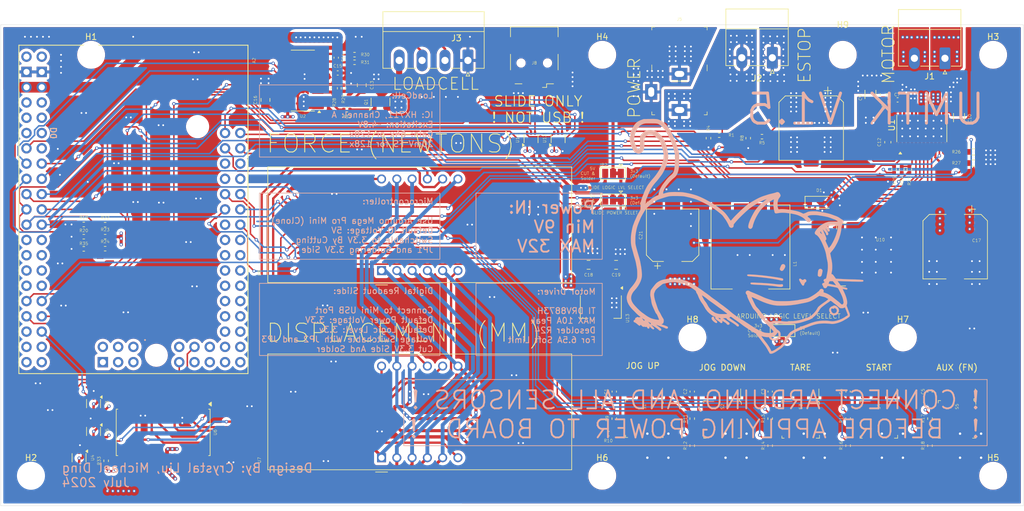
<source format=kicad_pcb>
(kicad_pcb (version 20240108) (generator "pcbnew") (generator_version "8.0")
  (layers (0 "F.Cu" signal) (1 "In1.Cu" signal) (2 "In2.Cu" signal) (31 "B.Cu" signal) (34 "B.Paste" user) (35 "F.Paste" user) (36 "B.SilkS" user "B.Silkscreen") (37 "F.SilkS" user "F.Silkscreen") (38 "B.Mask" user) (39 "F.Mask" user) (44 "Edge.Cuts" user))
  (net 0 "")
  (net 1 "/Arduino/VM_Sense")
  (net 2 "/7Seg_Display/DIN")
  (net 3 "/Arduino/MOT_nSLEEP")
  (net 4 "GND")
  (net 5 "/7Seg_Display/CLK")
  (net 6 "/Arduino/LC_SCK")
  (net 7 "/Arduino/MOT_nOL")
  (net 8 "+5V")
  (net 9 "/Arduino/MOT_SENSE1")
  (net 10 "/Arduino/MOT_SENSE2")
  (net 11 "/Arduino/SLIDE_CLK")
  (net 12 "/Arduino/SW_4")
  (net 13 "/Arduino/LC_DT")
  (net 14 "/Arduino/SW_1")
  (net 15 "/Arduino/SW_2")
  (net 16 "/Arduino/MOT_nITRIP")
  (net 17 "+3V3")
  (net 18 "/7Seg_Display/CS")
  (net 19 "/Arduino/SLIDE_DAT")
  (net 20 "/Arduino/MOT_MODE")
  (net 21 "/Arduino/LC_RATE")
  (net 22 "/Arduino/SW_5")
  (net 23 "/Arduino/SLIDE_DAT_DIR")
  (net 24 "/Arduino/Vin_Sense")
  (net 25 "/Arduino/SW_3")
  (net 26 "/Arduino/SLIDE_CLK_DIR")
  (net 27 "Net-(C1-Pad2)")
  (net 28 "Net-(C2-Pad2)")
  (net 29 "Net-(C3-Pad2)")
  (net 30 "Net-(C4-Pad2)")
  (net 31 "Net-(C5-Pad2)")
  (net 32 "Net-(U1-CPH)")
  (net 33 "Net-(U1-CPL)")
  (net 34 "VMOTOR")
  (net 35 "Net-(U1-VCP)")
  (net 36 "Net-(U1-DVDD)")
  (net 37 "/HX711/LCE+")
  (net 38 "Net-(U2-INA-)")
  (net 39 "Net-(U2-INA+)")
  (net 40 "Net-(U2-VBG)")
  (net 41 "VDD")
  (net 42 "+12V")
  (net 43 "Net-(D1-K)")
  (net 44 "/MotorDriver/VM+")
  (net 45 "/MotorDriver/VM-")
  (net 46 "/HX711/LCS+")
  (net 47 "/HX711/LCS-")
  (net 48 "/Linear Slide/SLIDE_PWR")
  (net 49 "/Linear Slide/_SLIDE_DAT_")
  (net 51 "Net-(Q1-B)")
  (net 52 "/MotorDriver/SR - Slew Rate Adjust")
  (net 53 "Net-(U2-VFB)")
  (net 54 "Net-(U2-BASE)")
  (net 55 "Net-(U6-ISET)")
  (net 69 "Net-(U3-B)")
  (net 70 "Net-(U4-B)")
  (net 71 "Net-(U5-B)")
  (net 72 "Net-(U6-SEG_D)")
  (net 73 "Net-(U6-DIG_4)")
  (net 74 "Net-(U6-SEG_A)")
  (net 75 "Net-(U6-DIG_2)")
  (net 76 "Net-(U6-DIG_5)")
  (net 77 "Net-(U6-DIG_6)")
  (net 78 "Net-(U6-SEG_E)")
  (net 79 "Net-(U6-SEG_F)")
  (net 80 "Net-(U6-SEG_DP)")
  (net 82 "Net-(U6-DIG_1)")
  (net 83 "Net-(U6-SEG_G)")
  (net 84 "Net-(U6-SEG_B)")
  (net 85 "Net-(U6-DIG_0)")
  (net 86 "Net-(U6-DIG_7)")
  (net 87 "Net-(U6-DIG_3)")
  (net 88 "Net-(U6-SEG_C)")
  (net 89 "/Arduino/MOT_DISABLE")
  (net 90 "/Arduino/MOT_PH_IN2")
  (net 91 "/Arduino/MOT_nFAULT")
  (net 92 "/Arduino/MOT_EN_N1")
  (net 145 "/Linear Slide/_SLIDE_CLK_")
  (net 146 "/Linear Slide/_SLIDE_DATA_LVL_")
  (footprint "Connector_Phoenix_MC_HighVoltage:PhoenixContact_MC_1,5_2-G-5.08_1x02_P5.08mm_Horizontal" (layer "F.Cu") (at 176.9872 25.5778 180)
    (property "Reference" "J1")
    (property "Value" "Motor Out")
  )
  (footprint "Capacitor_SMD:C_0805_2012Metric" (layer "F.Cu") (at 80.01 30.0505 -90)
    (property "Reference" "C13")
    (property "Value" "10u")
  )
  (footprint "Jumper:SolderJumper-3_P1.3mm_Bridged12_Pad1.0x1.5mm" (layer "F.Cu") (at 121.793 44.704 180)
    (property "Reference" "JP2")
    (property "Value" "SlidePower")
  )
  (footprint "Capacitor_SMD:C_0603_1608Metric" (layer "F.Cu") (at 167.4876 39.5326 90)
    (property "Reference" "C12")
    (property "Value" "1u 16v")
  )
  (footprint "Resistor_SMD:R_0402_1005Metric" (layer "F.Cu") (at 146.558 38.608 180)
    (property "Reference" "R5")
    (property "Value" "100k")
  )
  (footprint "Resistor_SMD:R_0402_1005Metric" (layer "F.Cu") (at 33.782 53.213 180)
    (property "Reference" "R19")
    (property "Value" "DNP")
  )
  (footprint "MountingHole:MountingHole_4mm" (layer "F.Cu") (at 170 72)
    (property "Reference" "H7")
    (property "Value" "MountingHole")
  )
  (footprint "Resistor_SMD:R_0402_1005Metric" (layer "F.Cu") (at 134.960652 90 90)
    (property "Reference" "R12")
    (property "Value" "100r")
  )
  (footprint "Package_SO:SOIC-24W_7.5x15.4mm_P1.27mm" (layer "F.Cu") (at 46.989 87.791 -90)
    (property "Reference" "U6")
    (property "Value" "MAX7221xWG")
  )
  (footprint "Resistor_SMD:R_0402_1005Metric" (layer "F.Cu") (at 174.5 85.5 90)
    (property "Reference" "R17")
    (property "Value" "10k")
  )
  (footprint "Capacitor_SMD:C_0402_1005Metric" (layer "F.Cu") (at 174.5 81 90)
    (property "Reference" "C5")
    (property "Value" "0.1u")
  )
  (footprint "Package_TO_SOT_SMD:TO-263-5_TabPin3" (layer "F.Cu") (at 163.8 58.229)
    (property "Reference" "U10")
    (property "Value" "LM2576HVS-5")
  )
  (footprint "Resistor_SMD:R_0402_1005Metric" (layer "F.Cu") (at 78.806 24.9705 180)
    (property "Reference" "R30")
    (property "Value" "1k")
  )
  (footprint "Resistor_SMD:R_0402_1005Metric" (layer "F.Cu") (at 171.069 44.067 -90)
    (property "Reference" "R21")
    (property "Value" "DNP")
  )
  (footprint "Resistor_SMD:R_0402_1005Metric" (layer "F.Cu") (at 37.5 92.51 90)
    (property "Reference" "R33")
    (property "Value" "10k")
  )
  (footprint "Jumper:SolderJumper-3_P1.3mm_Bridged12_Pad1.0x1.5mm" (layer "F.Cu") (at 121.793 49.149 180)
    (property "Reference" "JP3")
    (property "Value" "Slide Logic LVL")
  )
  (footprint "Resistor_SMD:R_0603_1608Metric" (layer "F.Cu") (at 181.727667 43 180)
    (property "Reference" "R27")
    (property "Value" "680R")
  )
  (footprint "Package_TO_SOT_SMD:SOT-363_SC-70-6" (layer "F.Cu") (at 108.164 38.923 90)
    (property "Reference" "U11")
    (property "Value" "SN74LVC1T45DCK")
  )
  (footprint "Resistor_SMD:R_0402_1005Metric" (layer "F.Cu") (at 37.336 55.245)
    (property "Reference" "R23")
    (property "Value" "10k")
  )
  (footprint "MountingHole:MountingHole_4mm" (layer "F.Cu") (at 120 95)
    (property "Reference" "H6")
    (property "Value" "MountingHole")
  )
  (footprint "Capacitor_SMD:C_1206_3216Metric" (layer "F.Cu") (at 164.592 31.5975 90)
    (property "Reference" "C9")
    (property "Value" "1u hv")
  )
  (footprint "Capacitor_SMD:C_0805_2012Metric" (layer "F.Cu") (at 64 32.5 90)
    (property "Reference" "C16")
    (property "Value" "10u")
  )
  (footprint "Resistor_SMD:R_0402_1005Metric" (layer "F.Cu") (at 33.782 55.245 180)
    (property "Reference" "R20")
    (property "Value" "DNP")
  )
  (footprint "Package_TO_SOT_SMD:SOT-363_SC-70-6" (layer "F.Cu") (at 35.406 83 -90)
    (property "Reference" "U3")
    (property "Value" "SN74LVC1T45DCK")
  )
  (footprint "Resistor_SMD:R_0402_1005Metric" (layer "F.Cu") (at 160.881956 85.5 90)
    (property "Reference" "R15")
    (property "Value" "10k")
  )
  (footprint "Resistor_SMD:R_0402_1005Metric" (layer "F.Cu") (at 169.799 44.069 90)
    (property "Reference" "R34")
    (property "Value" "DNP")
  )
  (footprint "Resistor_SMD:R_0402_1005Metric" (layer "F.Cu") (at 147.921304 85.5 90)
    (property "Reference" "R13")
    (property "Value" "10k")
  )
  (footprint "Package_TO_SOT_SMD:SOT-363_SC-70-6" (layer "F.Cu") (at 33 92 -90)
    (property "Reference" "U4")
    (property "Value" "SN74LVC1T45DCK")
  )
  (footprint "MountingHole:MountingHole_4mm" (layer "F.Cu") (at 135 72)
    (property "Reference" "H8")
    (property "Value" "MountingHole")
  )
  (footprint "Capacitor_SMD:CP_Elec_10x10.5" (layer "F.Cu") (at 178.689 56.896 -90)
    (property "Reference" "C17")
    (property "Value" "100u hv")
  )
  (footprint "MountingHole:MountingHole_4mm" (layer "F.Cu") (at 185 95)
    (property "Reference" "H5")
    (property "Value" "MountingHole")
  )
  (footprint "Package_TO_SOT_SMD:SOT-223-3_TabPin2" (layer "F.Cu") (at 119.761 66.904 -90)
    (property "Reference" "U13")
    (property "Value" "TLV76133DCY")
  )
  (footprint "Resistor_SMD:R_0402_1005Metric" (layer "F.Cu") (at 77.536 34.1145 180)
    (property "Reference" "R32")
    (property "Value" "0R")
  )
  (footprint "Package_SO:SOP-16_3.9x9.9mm_P1.27mm" (layer "F.Cu") (at 70.21 29.2885 180)
    (property "Reference" "U2")
    (property "Value" "HX711")
  )
  (footprint "Resistor_SMD:R_0402_1005Metric" (layer "F.Cu") (at 37.336 53.255)
    (property "Reference" "R22")
    (property "Value" "10k")
  )
  (footprint "Capacitor_SMD:C_0402_1005Metric" (layer "F.Cu") (at 75.758 25.4785 -90)
    (property "Reference" "C14")
    (property "Value" "0u1")
  )
  (footprint "Package_TO_SOT_SMD:SOT-363_SC-70-6" (layer "F.Cu") (at 112.664 38.928 90)
    (property "Reference" "U12")
    (property "Value" "SN74LVC1T45DCK")
  )
  (footprint "digikey-footprints:Barrel_Jack_5.5mmODx2.1mmID_PJ-102A" (layer "F.Cu") (at 132.839133 31.176)
    (property "Reference" "J5")
    (property "Value" "PJ-102BH")
  )
  (footprint "Resistor_SMD:R_0402_1005Metric" (layer "F.Cu") (at 139.446 38.354 180)
    (property "Reference" "R1")
    (property "Value" "100k")
  )
  (footprint "Resistor_SMD:R_0402_1005Metric" (layer "F.Cu") (at 134.960652 85.5 90)
    (property "Reference" "R11")
    (property "Value" "10k")
  )
  (footprint "Resistor_SMD:R_0402_1005Metric" (layer "F.Cu") (at 147.921304 90 90)
    (property "Reference" "R14")
    (property "Value" "100r")
  )
  (footprint "digikey-footprints:Switch_Tactile_SMD_6x6mm" (layer "F.Cu") (at 153 85.625 -90)
    (property "Reference" "S3")
    (property "Value" "FSM4JSMATR")
  )
  (footprint "Resistor_SMD:R_0402_1005Metric" (layer "F.Cu") (at 78.806 26.2405 180)
    (property "Reference" "R31")
    (property "Value" "1k")
  )
  (footprint "Display_7Segment:CA56-12EWA" (layer "F.Cu") (at 83.3 60.885 90)
    (property "Reference" "U8")
    (property "Value" "CA56-12EWA")
  )
  (footprint "Capacitor_SMD:CP_Elec_8x10.5" (layer "F.Cu") (at 131.699 55 90)
    (property "Reference" "C21")
    (property "Value" "1000u")
  )
  (footprint "MountingHole:MountingHole_4mm" (layer "F.Cu") (at 25 95)
    (property "Reference" "H2")
    (property "Value" "MountingHole")
  )
  (footprint "Resistor_SMD:R_0402_1005Metric" (layer "F.Cu") (at 121 88 180)
    (property "Reference" "R10")
    (property "Value" "100r")
  )
  (footprint "Resistor_SMD:R_0402_1005Metric" (layer "F.Cu") (at 33.782 57.277 180)
    (property "Reference" "R35")
    (property "Value" "10K")
  )
  (footprint "Diode_SMD:D_SOD-123" (layer "F.Cu") (at 156.083 49.53)
    (property "Reference" "D1")
    (property "Value" "MBR0560")
  )
  (footprint "digikey-footprints:Switch_Tactile_SMD_6x6mm" (layer "F.Cu") (at 179 85.625 -90)
    (property "Reference" "S5")
    (property "Value" "FSM4JSMATR")
  )
  (footprint "digikey-footprints:Switch_Tactile_SMD_6x6mm" (layer "F.Cu") (at 166 85.625 -90)
    (property "Reference" "S4")
    (property "Value" "FSM4JSMATR")
  )
  (footprint "Capacitor_SMD:C_0603_1608Metric" (layer "F.Cu") (at 75.438 30.5585 90)
    (property "Reference" "R28")
    (property "Value" "13k")
  )
  (footprint "Connector_USB:USB_Mini-B_Wuerth_65100516121_Horizontal" (layer "F.Cu") (at 108.7 26.359 180)
    (property "Reference" "J8")
    (property "Value" "10033526-N3212LF")
  )
  (footprint "MountingHole:MountingHole_4mm" (layer "F.Cu") (at 35 25)
    (property "Reference" "H1")
    (property "Value" "MountingHole")
  )
  (footprint "Package_SO:HTSSOP-24-1EP_4.4x7.8mm_P0.65mm_EP3.4x7.8mm_Mask2.4x4.68mm_ThermalVias" (layer "F.Cu") (at 173.139 37.2595 90)
    (property "Reference" "U1")
    (property "Value" "DRV8873SPWPRQ1")
  )
  (footprint "Resistor_SMD:R_0402_1005Metric" (layer "F.Cu") (at 122 85.5 90)
    (property "Reference" "R9")
    (property "Value" "10k")
  )
  (footprint "Capacitor_SMD:C_0402_1005Metric" (layer "F.Cu") (at 147.921304 81 90)
    (property "Reference" "C3")
    (property "Value" "0.1u")
  )
  (footprint "MountingHole:MountingHole_4mm" (layer "F.Cu") (at 160 25)
    (property "Reference" "H9")
    (property "Value" "MountingHole")
  )
  (footprint "Resistor_SMD:R_0402_1005Metric" (layer "F.Cu") (at 174.5 90 90)
    (property "Reference" "R18")
    (property "Value" "100r")
  )
  (footprint "digikey-footprints:Switch_Tactile_SMD_6x6mm" (layer "F.Cu") (at 140 85.625 -90)
    (property "Reference" "S2")
    (property "Value" "FSM4JSMATR")
  )
  (footprint "Package_TO_SOT_SMD:SOT-23" (layer "F.Cu") (at 83.124 32.8445 90)
    (property "Reference" "Q1")
    (property "Value" "Q_PNP_BEC")
  )
  (footprint "Capacitor_SMD:C_0805_2012Metric" (layer "F.Cu") (at 122.301 59.919 180)
    (property "Reference" "C19")
    (property "Value" "10u")
  )
  (footprint "MountingHole:MountingHole_4mm" (layer "F.Cu") (at 185 25)
    (property "Reference" "H3")
    (property "Value" "MountingHole")
  )
  (footprint "arduino-library:Clone_Mega2560_Pro_Socket" (layer "F.Cu") (at 61.086 23.402 -90)
    (property "Reference" "A2")
    (property "Value" "Clone_Mega2560_Pro_Socket")
  )
  (footprint "Resistor_SMD:R_0402_1005Metric" (layer "F.Cu") (at 160.881956 90 90)
    (property "Reference" "R16")
    (property "Value" "100r")
  )
  (footprint "Resistor_SMD:R_0402_1005Metric" (layer "F.Cu") (at 37.336 57.235)
    (property "Reference" "R24")
    (property "Value" "DNP")
  )
  (footprint "MountingHole:MountingHole_4mm" (layer "F.Cu") (at 120 25)
    (property "Reference" "H4")
    (property "Value" "MountingHole")
  )
  (footprint "Resistor_SMD:R_0402_1005Metric" (layer "F.Cu") (at 168.529 44.069 90)
    (property "Reference" "R25")
    (property "Value" "10k")
  )
  (footprint "Capacitor_SMD:C_0603_1608Metric" (layer "F.Cu") (at 166.735667 31.5975 90)
    (property "Reference" "C8")
    (property "Value" "1u 16v")
  )
  (footprint "Connector_Phoenix_MC:PhoenixContact_MC_1,5_4-G-3.81_1x04_P3.81mm_Horizontal" (layer "F.Cu") (at 97.66 25.9325 180)
    (property "Reference" "J3")
    (property "Value" "LOADCELL")
  )
  (footprint "Resistor_SMD:R_0402_1005Metric" (layer "F.Cu") (at 144.272 38.862 -90)
    (property "Reference" "R8")
    (property "Value" "10k")
  )
  (footprint "Capacitor_SMD:C_0402_1005Metric" (layer "F.Cu") (at 169.1132 32.4968 180)
    (property "Reference" "C7")
    (property "Value" "47n")
  )
  (footprint "Capacitor_SMD:C_0402_1005Metric" (layer "F.Cu") (at 134.960652 81 90)
    (property "Reference" "C2")
    (property "Value" "0.1u")
  )
  (footprint "Resistor_SMD:R_0603_1608Metric" (layer "F.Cu") (at 181.727667 41.148 180)
    (property "Reference" "R26")
    (property "Value" "680R")
  )
  (footprint "Resistor_SMD:R_0402_1005Metric" (layer "F.Cu") (at 76.962 30.5585 90)
    (property "Reference" "R29")
    (property "Value" "4k7")
  )
  (footprint "Connector_Phoenix_MC_HighVoltage:PhoenixContact_MC_1,5_2-G-5.08_1x02_P5.08mm_Horizontal" (layer "F.Cu") (at 148.281 25.4877 180)
    (property "Reference" "J2")
    (property "Value" "ESTOP")
  )
  (footprint "Capacitor_SMD:CP_Elec_10x10.5" (layer "F.Cu") (at 154.744 37.1855 -90)
    (property "Reference" "C11" (hide yes))
    (property "Value" "100u hv")
  )
  (footprint "digikey-footprints:Switch_Tactile_SMD_6x6mm" (layer "F.Cu") (at 127 85.5 -90)
    (property "Reference" "S1")
    (property "Value" "FSM4JSMATR")
  )
  (footprint "Capacitor_SMD:C_0402_1005Metric" (layer "F.Cu") (at 76.012 28.0185)
    (property "Reference" "C15")
    (property "Value" "0u1")
  )
  (footprint "Capacitor_SMD:C_0402_1005Metric" (layer "F.Cu") (at 122 81 90)
    (property "Reference" "C1")
    (property "Value" "0.1u")
  )
  (footprint "Capacitor_SMD:C_1206_3216Metric" (layer "F.Cu") (at 179.324 35.4432 90)
    (property "Reference" "C10")
    (property "Value" "1u hv")
  )
  (footprint "Inductor_SMD:L_Sunlord_MWSA1206S-101" (layer "F.Cu") (at 144.645 56.96 -90)
    (property "Reference" "L1")
    (property "Value" "100u")
  )
  (footprint "Capacitor_SMD:C_0402_1005Metric" (layer "F.Cu") (at 160.881956 81 90)
    (property "Reference" "C4")
    (property "Value" "0.1u")
  )
  (footprint "Package_TO_SOT_SMD:SOT-363_SC-70-6" (layer "F.Cu") (at 35.406 87.625 -90)
    (property "Reference" "U5")
    (property "Value" "SN74LVC1T45DCK")
  )
  (footprint "Resistor_SMD:R_0402_1005Metric" (layer "F.Cu") (at 137.668 38.86 -90)
    (property "Reference" "R4")
    (property "Value" "10k")
  )
  (footprint "Capacitor_SMD:C_0805_2012Metric" (layer "F.Cu") (at 117.729 59.919 180)
    (property "Reference" "C18")
    (property "Value" "10u")
  )
  (footprint "Display_7Segment:CA56-12EWA" (layer "F.Cu") (at 83.3 92 90)
    (property "Reference" "U7")
    (property "Value" "CA56-12EWA")
  )
  (footprint "Jumper:SolderJumper-3_P1.3mm_Bridged12_Pad1.0x1.5mm" (layer "F.Cu") (at 149.987 70.866 180)
    (property "Reference" "JP1")
    (property "Value" "MCU_LOGIC_VOLTAGE_SELECT")
  )
  (footprint "AMX_Logo:Tensile Cat" (layer "B.Cu") (at 142 55 180)
    (property "Reference" "G1" (hide yes))
    (property "Value" "Tensile Cat" (hide yes))
  )
  (gr_line (start 87 90) (end 184 90) (stroke (width 0.12)) (layer "B.SilkS"))
  (gr_rect (start 99 48) (end 120 59) (stroke (width 0.12)) (fill none) (layer "B.SilkS"))
  (gr_rect (start 63 63) (end 93 75) (stroke (width 0.12)) (fill none) (layer "B.SilkS"))
  (gr_rect (start 63 30) (end 93 42) (stroke (width 0.12)) (fill none) (layer "B.SilkS"))
  (gr_line (start 184 90) (end 184 79) (stroke (width 0.12)) (layer "B.SilkS"))
  (gr_line (start 87 79) (end 87 90) (stroke (width 0.12)) (layer "B.SilkS"))
  (gr_rect (start 63 48) (end 93 59) (stroke (width 0.12)) (fill none) (layer "B.SilkS"))
  (gr_rect (start 99 63) (end 120 75) (stroke (width 0.12)) (fill none) (layer "B.SilkS"))
  (gr_line (start 184 79) (end 87 79) (stroke (width 0.12)) (layer "B.SilkS"))
  (gr_line (start 190 20) (end 190 100) (stroke (width 0.05)) (layer "Edge.Cuts"))
  (gr_line (start 20 100) (end 20 20) (stroke (width 0.05)) (layer "Edge.Cuts"))
  (gr_line (start 190 100) (end 20 100) (stroke (width 0.05)) (layer "Edge.Cuts"))
  (gr_line (start 20 20) (end 190 20) (stroke (width 0.05)) (layer "Edge.Cuts"))
  (gr_text "LoadCell:\n\nIC: HX711, Channel: A\nExcitation: ~4.8V\nGain: 64x or 128x\n20mV FS for 128x\n\n" (at 92 42 0) (layer "B.SilkS") (effects (font (size 1 1)) (justify left bottom mirror)))
  (gr_text "! CONNECT ARDUINO, AND ALL SENSORS !\n!  BEFORE APPLYING POWER TO BOARD  !" (at 183 89 0) (layer "B.SilkS") (effects (font (size 3 3) (thickness 0.3)) (justify left bottom mirror)))
  (gr_text "Microcontroller:\n\nUse Arduino Mega Pro Mini (Clone)\nDefault IO Voltage: 5V\nSwitchable to 3.3V By Cutting\nJP1 and Soldering 3.3V Side" (at 92 58 0) (layer "B.SilkS") (effects (font (size 1 1)) (justify left bottom mirror)))
  (gr_text "Digital Readout Slide:\n\nConnect to Mini USB Port\nDefault Power Voltage: 3.3V\nDefault Logic Level: 3.3v\nVoltage Switchable With JP2 and JP3\nCut 3.3V Side And Solder" (at 92 74.5 0) (layer "B.SilkS") (effects (font (size 1 1)) (justify left bottom mirror)))
  (gr_text "UMTK V1.5" (at 184 37 0) (layer "B.SilkS") (effects (font (size 5 5) (thickness 0.5)) (justify left bottom mirror)))
  (gr_text "Power IN:\nMin 9V\nMAX 32V" (at 119 58 0) (layer "B.SilkS") (effects (font (size 2 2) (thickness 0.3)) (justify left bottom mirror)))
  (gr_text "Design By: Crystal Liu, Michael Ding\nJuly 2024" (at 30 97 0) (layer "B.SilkS") (effects (font (size 1.5 1.5) (thickness 0.2)) (justify right bottom mirror)))
  (gr_text "Motor Driver:\n\nTI DRV8873H\nMAX 10A Peak\nDesolder R24\nFor 6.5A Soft Limit" (at 119 73 0) (layer "B.SilkS") (effects (font (size 1 1)) (justify left bottom mirror)))
  (gr_text "TARE" (at 153 77 0) (layer "F.SilkS") (effects (font (size 1 1))))
  (gr_text "SLIDE ONLY\n! NOT USB !" (at 109.347 36.449 0) (layer "F.SilkS") (effects (font (size 1.7 1.7) (thickness 0.17)) (justify bottom)))
  (gr_text "START" (at 166 77 0) (layer "F.SilkS") (effects (font (size 1 1))))
  (gr_text "3v3\n(Default)" (at 124.587 45.466 0) (layer "F.SilkS") (effects (font (size 0.508 0.508) (thickness 0.0508)) (justify left bottom)))
  (gr_text "SLIDE POWER SELET" (at 118.207 51.562 0) (layer "F.SilkS") (effects (font (size 0.508 0.508) (thickness 0.0508)) (justify left bottom)))
  (gr_text "FORCE (NEWTONS)" (at 64 41.529 0) (layer "F.SilkS") (effects (font (size 3 3)) (justify left bottom)))
  (gr_text "POWER" (at 126.492 35.687 90) (layer "F.SilkS") (effects (font (size 2 2)) (justify left bottom)))
  (gr_text "5V\nCUT &\nSolder" (at 118.872 45.847 0) (layer "F.SilkS") (effects (font (size 0.508 0.508) (thickness 0.0508)) (justify right bottom)))
  (gr_text "MOTOR" (at 168.7576 29.9845 90) (layer "F.SilkS") (effects (font (size 2 2)) (justify left bottom)))
  (gr_text "LOADCELL" (at 84.963 30.988 0) (layer "F.SilkS") (effects (font (size 2 2)) (justify left bottom)))
  (gr_text "SLIDE LOGIC LVL SELECT" (at 117.475 47.371 0) (layer "F.SilkS") (effects (font (size 0.508 0.508) (thickness 0.0508)) (justify left bottom)))
  (gr_text "AUX (FN)" (at 179 77 0) (layer "F.SilkS") (effects (font (size 1 1))))
  (gr_text "3v3\n(Default)" (at 124.587 49.911 0) (layer "F.SilkS") (effects (font (size 0.508 0.508) (thickness 0.0508)) (justify left bottom)))
  (gr_text "5V\nCUT &\nSolder" (at 118.872 50.419 0) (layer "F.SilkS") (effects (font (size 0.508 0.508) (thickness 0.0508)) (justify right bottom)))
  (gr_text "ARDUINO LOGIC LEVEL SELECT" (at 142.2934 68.9102 0) (layer "F.SilkS") (effects (font (size 0.762 0.762) (thickness 0.0762)) (justify left bottom)))
  (gr_text "5V\n(Default)" (at 152.8064 71.5772 0) (layer "F.SilkS") (effects (font (size 0.508 0.508) (thickness 0.0508)) (justify left bottom)))
  (gr_text "JOG DOWN" (at 140 77 0) (layer "F.SilkS") (effects (font (size 1 1))))
  (gr_text "3v3\nCUT &\nSolder" (at 146.6596 71.9836 0) (layer "F.SilkS") (effects (font (size 0.508 0.508) (thickness 0.0508)) (justify right bottom)))
  (gr_text "JOG UP" (at 126.746 76.708 0) (layer "F.SilkS") (effects (font (size 1 1))))
  (gr_text "DISPLACEMENT (MM)" (at 64 73 0) (layer "F.SilkS") (effects (font (size 3 3)) (justify left bottom)))
  (gr_text "ESTOP" (at 154.813 29.845 90) (layer "F.SilkS") (effects (font (size 2 2)) (justify left bottom)))
  (segment (start 143.256 38.361052) (end 141.231052 40.386) (width 0.254) (layer "F.Cu") (net 1))
  (segment (start 145.792 38.352) (end 146.048 38.608) (width 0.254) (layer "F.Cu") (net 1))
  (segment (start 143.256 38.361052) (end 143.265052 38.352) (width 0.254) (layer "F.Cu") (net 1))
  (segment (start 144.272 38.352) (end 145.792 38.352) (width 0.254) (layer "F.Cu") (net 1))
  (segment (start 143.256 38.346) (end 143.256 38.361052) (width 0.254) (layer "F.Cu") (net 1))
  (segment (start 58.293 34.036) (end 57.276 35.053) (width 0.254) (layer "F.Cu") (net 1))
  (segment (start 57.276 35.053) (end 57.276 38.007) (width 0.254) (layer "F.Cu") (net 1))
  (segment (start 58.293 33.909) (end 58.293 34.036) (width 0.254) (layer "F.Cu") (net 1))
  (segment (start 143.265052 38.352) (end 144.272 38.352) (width 0.254) (layer "F.Cu") (net 1))
  (segment (start 141.231052 40.386) (end 139.446 40.386) (width 0.254) (layer "F.Cu") (net 1))
  (via (at 139.446 40.386) (size 0.56) (drill 0.3) (layers "F.Cu" "B.Cu") (net 1))
  (via (at 58.293 33.909) (size 0.56) (drill 0.3) (layers "F.Cu" "B.Cu") (net 1))
  (segment (start 67.279428 36.83) (end 64.358428 33.909) (width 0.254) (layer "B.Cu") (net 1))
  (segment (start 67.279428 36.83) (end 130.205572 36.83) (width 0.254) (layer "B.Cu") (net 1))
  (segment (start 134.904572 41.529) (end 138.303 41.529) (width 0.254) (layer "B.Cu") (net 1))
  (segment (start 64.358428 33.909) (end 58.293 33.909) (width 0.254) (layer "B.Cu") (net 1))
  (segment (start 134.904572 41.529) (end 130.205572 36.83) (width 0.254) (layer "B.Cu") (net 1))
  (segment (start 139.446 40.386) (end 138.303 41.529) (width 0.254) (layer "B.Cu") (net 1))
  (segment (start 32 84) (end 32 81) (width 0.254) (layer "F.Cu") (net 2))
  (segment (start 33.5 79.5) (end 50.5 79.5) (width 0.254) (layer "F.Cu") (net 2))
  (segment (start 51.0054 78.9946) (end 51.0054 74.7576) (width 0.254) (layer "F.Cu") (net 2))
  (segment (start 32.081 84) (end 32 84) (width 0.254) (layer "F.Cu") (net 2))
  (segment (start 51.0054 74.7576) (end 52.196 73.567) (width 0.254) (layer "F.Cu") (net 2))
  (segment (start 50.5 79.5) (end 51.0054 78.9946) (width 0.254) (layer "F.Cu") (net 2))
  (segment (start 32 81) (end 33.5 79.5) (width 0.254) (layer "F.Cu") (net 2))
  (segment (start 34.756 86.675) (end 32.081 84) (width 0.254) (layer "F.Cu") (net 2))
  (segment (start 34.292 53.213) (end 35.687 53.213) (width 0.254) (layer "F.Cu") (net 3))
  (segment (start 24.256 53.247) (end 25.6054 51.8976) (width 0.254) (layer "F.Cu") (net 3))
  (segment (start 34.3716 51.8976) (end 35.687 53.213) (width 0.254) (layer "F.Cu") (net 3))
  (segment (start 35.687 53.213) (end 36.784 53.213) (width 0.254) (layer "F.Cu") (net 3))
  (segment (start 25.6054 51.8976) (end 34.3716 51.8976) (width 0.254) (layer "F.Cu") (net 3))
  (segment (start 36.784 53.213) (end 36.826 53.255) (width 0.254) (layer "F.Cu") (net 3))
  (segment (start 176.064 41.783) (end 176.064 40.122) (width 0.254) (layer "F.Cu") (net 3))
  (via (at 176.064 41.783) (size 0.56) (drill 0.3) (layers "F.Cu" "B.Cu") (net 3))
  (segment (start 133.192428 40.736428) (end 123.444 40.736428) (width 0.254) (layer "B.Cu") (net 3))
  (segment (start 143.891 43.18) (end 142.72 42.009) (width 0.254) (layer "B.Cu") (net 3))
  (segment (start 176.064 41.783) (end 174.667 43.18) (width 0.254) (layer "B.Cu") (net 3))
  (segment (start 142.72 42.009) (end 134.465 42.009) (width 0.254) (layer "B.Cu") (net 3))
  (segment (start 62.357 39.878) (end 60.3386 41.8964) (width 0.254) (layer "B.Cu") (net 3))
  (segment (start 37.290363 41.8964) (end 60.3386 41.8964) (width 0.254) (layer "B.Cu") (net 3))
  (segment (start 134.465 42.009) (end 133.192428 40.736428) (width 0.254) (layer "B.Cu") (net 3))
  (segment (start 174.667 43.18) (end 143.891 43.18) (width 0.254) (layer "B.Cu") (net 3))
  (segment (start 24.256 53.247) (end 25.56 51.943) (width 0.254) (layer "B.Cu") (net 3))
  (segment (start 27.243763 51.943) (end 37.290363 41.8964) (width 0.254) (layer "B.Cu") (net 3))
  (segment (start 123.441428 40.739) (end 117.517106 40.739) (width 0.254) (layer "B.Cu") (net 3))
  (segment (start 117.517106 40.739) (end 114.930106 43.326) (width 0.254) (layer "B.Cu") (net 3))
  (segment (start 25.56 51.943) (end 27.243763 51.943) (width 0.254) (layer "B.Cu") (net 3))
  (segment (start 93.491 43.326) (end 90.043 39.878) (width 0.254) (layer "B.Cu") (net 3))
  (segment (start 90.043 39.878) (end 62.357 39.878) (width 0.254) (layer "B.Cu") (net 3))
  (segment (start 114.930106 43.326) (end 93.491 43.326) (width 0.254) (layer "B.Cu") (net 3))
  (segment (start 162.25 61.629) (end 162.875 61.004) (width 1.016) (layer "F.Cu") (net 4))
  (segment (start 123.251 62.564) (end 122.061 63.754) (width 0.635) (layer "F.Cu") (net 4))
  (segment (start 156.15 58.229) (end 165.3 58.229) (width 1.016) (layer "F.Cu") (net 4))
  (segment (start 78.232 28.0185) (end 76.492 28.0185) (width 0.381) (layer "F.Cu") (net 4))
  (segment (start 156.15 58.229) (end 152.591 58.229) (width 1.016) (layer "F.Cu") (net 4))
  (segment (start 33 91.05) (end 33 90.063) (width 0.254) (layer "F.Cu") (net 4))
  (segment (start 35.406 86.675) (end 35.406 85.952) (width 0.254) (layer "F.Cu") (net 4))
  (segment (start 78.232 29.768) (end 78.232 28.0185) (width 0.381) (layer "F.Cu") (net 4))
  (segment (start 82.042 28.2725) (end 82.042 29.0345) (width 0.381) (layer "F.Cu") (net 4))
  (segment (start 82.804 28.2725) (end 82.042 28.2725) (width 0.381) (layer "F.Cu") (net 4))
  (segment (start 167.4876 38.7576) (end 169.4409 38.7576) (width 0.254) (layer "F.Cu") (net 4))
  (segment (start 108.839 40.82964) (end 108.164 40.15464) (width 0.254) (layer "F.Cu") (net 4))
  (segment (start 169.564 34.397) (end 169.564 35.7345) (width 0.254) (layer "F.Cu") (net 4))
  (segment (start 123.251 59.919) (end 123.251 62.564) (width 0.635) (layer "F.Cu") (net 4))
  (segment (start 31.75 57.277) (end 33.272 57.277) (width 0.254) (layer "F.Cu") (net 4))
  (segment (start 168.277 46.101) (end 167.513 46.101) (width 0.254) (layer "F.Cu") (net 4))
  (segment (start 67.71 31.1935) (end 70.3065 31.1935) (width 0.381) (layer "F.Cu") (net 4))
  (segment (start 72.71 28.6535) (end 70.8465 28.6535) (width 0.381) (layer "F.Cu") (net 4))
  (segment (start 35.406 85.952) (end 34.925 85.471) (width 0.254) (layer "F.Cu") (net 4))
  (segment (start 33 90.063) (end 33.147 89.916) (width 0.254) (layer "F.Cu") (net 4))
  (segment (start 70.8465 28.6535) (end 70.5 29) (width 0.381) (layer "F.Cu") (net 4))
  (segment (start 82.804 29.0345) (end 82.042 29.0345) (width 0.381) (layer "F.Cu") (net 4))
  (segment (start 112.664 40.274) (end 112.664 39.878) (width 0.254) (layer "F.Cu") (net 4))
  (segment (start 70.5 31) (end 70.5 28.238) (width 0.381) (layer "F.Cu") (net 4))
  (segment (start 123.251 58.368) (end 123.002 58.119) (width 0.635) (layer "F.Cu") (net 4))
  (segment (start 152.591 58.229) (end 152.527 58.293) (width 1.016) (layer "F.Cu") (net 4))
  (segment (start 78.232 30.268) (end 77.4315 31.0685) (width 0.381) (layer "F.Cu") (net 4))
  (segment (start 70.5 28.238) (end 70.5 29) (width 0.381) (layer "F.Cu") (net 4))
  (segment (start 35.406 82.05) (end 35.406 80.926) (width 0.254) (layer "F.Cu") (net 4))
  (segment (start 35.406 80.926) (end 35.433 80.899) (width 0.254) (layer "F.Cu") (net 4))
  (segment (start 78.232 29.768) (end 78.232 30.268) (width 0.381) (layer "F.Cu") (net 4))
  (segment (start 113.411 41.021) (end 112.664 40.274) (width 0.254) (layer "F.Cu") (net 4))
  (segment (start 118.679 59.919) (end 118.679 58.241) (width 0.635) (layer "F.Cu") (net 4))
  (segment (start 107.1 28.959) (end 107.1 31.076) (width 0.381) (layer "F.Cu") (net 4))
  (segment (start 81.976 29.1005) (end 82.042 29.0345) (width 0.381) (layer "F.Cu") (net 4))
  (segment (start 33.272 53.213) (end 31.75 53.213) (width 0.254) (layer "F.Cu") (net 4))
  (segment (start 156.15 61.629) (end 162.25 61.629) (width 1.016) (layer "F.Cu") (net 4))
  (segment (start 77.4315 31.0685) (end 76.962 31.0685) (width 0.381) (layer "F.Cu") (net 4))
  (segment (start 31.75 55.245) (end 33.272 55.245) (width 0.254) (layer "F.Cu") (net 4))
  (segment (start 108.839 41.148) (end 108.839 40.82964) (width 0.254) (layer "F.Cu") (net 4))
  (segment (start 144.272 39.372) (end 144.272 40.513) (width 0.254) (layer "F.Cu") (net 4))
  (segment (start 137.668 39.37) (end 137.668 40.386) (width 0.254) (layer "F.Cu") (net 4))
  (segment (start 107.1 31.076) (end 106.807 31.369) (width 0.381) (layer "F.Cu") (net 4))
  (segment (start 123.251 58.368) (end 123.251 59.919) (width 0.635) (layer "F.Cu") (net 4))
  (segment (start 169.4409 38.7576) (end 169.489 38.7095) (width 0.254) (layer "F.Cu") (net 4))
  (segment (start 70.3065 31.1935) (end 70.5 31) (width 0.381) (layer "F.Cu") (net 4))
  (segment (start 108.164 40.15464) (end 108.164 39.873) (width 0.254) (layer "F.Cu") (net 4))
  (segment (start 118.679 58.241) (end 118.43 57.992) (width 0.635) (layer "F.Cu") (net 4))
  (segment (start 82.804 28.2725) (end 82.804 29.0345) (width 0.381) (layer "F.Cu") (net 4))
  (segment (start 169.799 44.579) (end 168.277 46.101) (width 0.254) (layer "F.Cu") (net 4))
  (via (at 133.731 23.622) (size 0.56) (drill 0.3) (layers "F.Cu" "B.Cu") (net 4))
  (via (at 34.163 34.671) (size 0.56) (drill 0.3) (layers "F.Cu" "B.Cu") (net 4))
  (via (at 129.286 27.686) (size 0.56) (drill 0.3) (layers "F.Cu" "B.Cu") (net 4))
  (via (at 82.804 28.2725) (size 0.56) (drill 0.3) (layers "F.Cu" "B.Cu") (net 4))
  (via (at 70.5 29) (size 0.56) (drill 0.3) (layers "F.Cu" "B.Cu") (net 4))
  (via (at 30.226 59.69) (size 0.56) (drill 0.3) (layers "F.Cu" "B.Cu") (net 4))
  (via (at 96.4692 39.6748) (size 0.56) (drill 0.3) (layers "F.Cu" "B.Cu") (net 4))
  (via (at 27 22) (size 0.56) (drill 0.3) (layers "F.Cu" "B.Cu") (net 4))
  (via (at 30 27) (size 0.56) (drill 0.3) (layers "F.Cu" "B.Cu") (net 4))
  (via (at 131.191 23.622) (size 0.56) (drill 0.3) (layers "F.Cu" "B.Cu") (net 4))
  (via (at 119.192 57.992) (size 0.56) (drill 0.3) (layers "F.Cu" "B.Cu") (net 4))
  (via (at 75.692 75.9968) (size 0.56) (drill 0.3) (layers "F.Cu" "B.Cu") (net 4))
  (via (at 121.605 65.485) (size 0.56) (drill 0.3) (layers "F.Cu" "B.Cu") (net 4))
  (via (at 132.207 25.273) (size 0.56) (drill 0.3) (layers "F.Cu" "B.Cu") (net 4))
  (via (at 166.5 88) (size 0.8) (drill 0.4) (layers "F.Cu" "B.Cu") (net 4))
  (via (at 183 92) (size 0.8) (drill 0.4) (layers "F.Cu" "B.Cu") (net 4))
  (via (at 109.347 51.562) (size 0.56) (drill 0.3) (layers "F.Cu" "B.Cu") (net 4))
  (via (at 25.781 79.629) (size 0.56) (drill 0.3) (layers "F.Cu" "B.Cu") (net 4))
  (via (at 168.021 57.404) (size 0.56) (drill 0.3) (layers "F.Cu" "B.Cu") (net 4))
  (via (at 50.165 86.233) (size 0.56) (drill 0.3) (layers "F.Cu" "B.Cu") (net 4))
  (via (at 125.984 27.305) (size 0.56) (drill 0.3) (layers "F.Cu" "B.Cu") (net 4))
  (via (at 35.433 80.899) (size 0.56) (drill 0.3) (layers "F.Cu" "B.Cu") (net 4))
  (via (at 175.641 59.309) (size 0.56) (drill 0.3) (layers "F.Cu" "B.Cu") (net 4))
  (via (at 152.4 41.148) (size 0.56) (drill 0.3) (layers "F.Cu" "B.Cu") (net 4))
  (via (at 127.5 92) (size 0.8) (drill 0.4) (layers "F.Cu" "B.Cu") (net 4))
  (via (at 31.75 55.245) (size 0.56) (drill 0.3) (layers "F.Cu" "B.Cu") (net 4))
  (via (at 159.1056 74.5236) (size 0.56) (drill 0.3) (layers "F.Cu" "B.Cu") (net 4))
  (via (at 98 22) (size 0.56) (drill 0.3) (layers "F.Cu" "B.Cu") (net 4))
  (via (at 163.195 61.214) (size 0.56) (drill 0.3) (layers "F.Cu" "B.Cu") (net 4))
  (via (at 123.002 57.357) (size 0.56) (drill 0.3) (layers "F.Cu" "B.Cu") (net 4))
  (via (at 127.508 27.686) (size 0.56) (drill 0.3) (layers "F.Cu" "B.Cu") (net 4))
  (via (at 43.238 85) (size 0.56) (drill 0.3) (layers "F.Cu" "B.Cu") (net 4))
  (via (at 26.543 79.629) (size 0.56) (drill 0.3) (layers "F.Cu" "B.Cu") (net 4))
  (via (at 30 28) (size 0.56) (drill 0.3) (layers "F.Cu" "B.Cu") (net 4))
  (via (at 42.7736 49.4792) (size 0.56) (drill 0.3) (layers "F.Cu" "B.Cu") (net 4))
  (via (at 184.584667 43.18) (size 0.56) (drill 0.3) (layers "F.Cu" "B.Cu") (net 4))
  (via (at 181.864 70.5104) (size 0.56) (drill 0.3) (layers "F.Cu" "B.Cu") (net 4))
  (via (at 90.3224 81.4324) (size 0.56) (drill 0.3) (layers "F.Cu" "B.Cu") (net 4))
  (via (at 183.822667 41.656) (size 0.56) (drill 0.3) (layers "F.Cu" "B.Cu") (net 4))
  (via (at 133.731 24.384) (size 0.56) (drill 0.3) (layers "F.Cu" "B.Cu") (net 4))
  (via (at 159.512 50.038002) (size 0.56) (drill 0.3) (layers "F.Cu" "B.Cu") (net 4))
  (via (at 46.99 36.703) (size 0.56) (drill 0.3) (layers "F.Cu" "B.Cu") (net 4))
  (via (at 52.8828 24.5872) (size 0.56) (drill 0.3) (layers "F.Cu" "B.Cu") (net 4))
  (via (at 107.823 51.562) (size 0.56) (drill 0.3) (layers "F.Cu" "B.Cu") (net 4))
  (via (at 30.0228 66.7004) (size 0.56) (drill 0.3) (layers "F.Cu" "B.Cu") (net 4))
  (via (at 137.668 40.386) (size 0.56) (drill 0.3) (layers "F.Cu" "B.Cu") (net 4))
  (via (at 30 26) (size 0.56) (drill 0.3) (layers "F.Cu" "B.Cu") (net 4))
  (via (at 106.807 31.369) (size 0.56) (drill 0.3) (layers "F.Cu" "B.Cu") (net 4))
  (via (at 152.4 39.497) (size 0.56) (drill 0.3) (layers "F.Cu" "B.Cu") (net 4))
  (via (at 132.207 24.384) (size 0.56) (drill 0.3) (layers "F.Cu" "B.Cu") (net 4))
  (via (at 125.984 28.321) (size 0.56) (drill 0.3) (layers "F.Cu" "B.Cu") (net 4))
  (via (at 63.246 28.956) (size 0.56) (drill 0.3) (layers "F.Cu" "B.Cu") (net 4))
  (via (at 127.5 88) (size 0.8) (drill 0.4) (layers "F.Cu" "B.Cu") (net 4))
  (via (at 106.0704 89.5604) (size 0.56) (drill 0.3) (layers "F.Cu" "B.Cu") (net 4))
  (via (at 182.753 59.309) (size 0.56) (drill 0.3) (layers "F.Cu" "B.Cu") (net 4))
  (via (at 125.222 28.321) (size 0.56) (drill 0.3) (layers "F.Cu" "B.Cu") (net 4))
  (via (at 132.715 47.38) (size 0.56) (drill 0.3) (layers "F.Cu" "B.Cu") (net 4))
  (via (at 73.533 66.675) (size 0.56) (drill 0.3) (layers "F.Cu" "B.Cu") (net 4))
  (via (at 128.651 51.444) (size 0.56) (drill 0.3) (layers "F.Cu" "B.Cu") (net 4))
  (via (at 79.248 40.7416) (size 0.56) (drill 0.3) (layers "F.Cu" "B.Cu") (net 4))
  (via (at 182.753 61.087) (size 0.56) (drill 0.3) (layers "F.Cu" "B.Cu") (net 4))
  (via (at 80 22) (size 0.56) (drill 0.3) (layers "F.Cu" "B.Cu") (net 4))
  (via (at 131 92) (size 0.8) (drill 0.4) (layers "F.Cu" "B.Cu") (net 4))
  (via (at 168.021 55.372) (size 0.56) (drill 0.3) (layers "F.Cu" "B.Cu") (net 4))
  (via (at 92 32) (size 0.56) (drill 0.3) (layers "F.Cu" "B.Cu") (net 4))
  (via (at 98.3488 53.2384) (size 0.56) (drill 0.3) (layers "F.Cu" "B.Cu") (net 4))
  (via (at 163.195 57.404) (size 0.56) (drill 0.3) (layers "F.Cu" "B.Cu") (net 4))
  (via (at 106.045 31.369) (size 0.56) (drill 0.3) (layers "F.Cu" "B.Cu") (net 4))
  (via (at 52.451 48.895) (size 0.56) (drill 0.3) (layers "F.Cu" "B.Cu") (net 4))
  (via (at 152.4 40.386) (size 0.56) (drill 0.3) (layers "F.Cu" "B.Cu") (net 4))
  (via (at 152.4 38.735) (size 0.56) (drill 0.3) (layers "F.Cu" "B.Cu") (net 4))
  (via (at 39.5732 43.0276) (size 0.56) (drill 0.3) (layers "F.Cu" "B.Cu") (net 4))
  (via (at 29.8196 44.958) (size 0.56) (drill 0.3) (layers "F.Cu" "B.Cu") (net 4))
  (via (at 156.972 41.148) (size 0.56) (drill 0.3) (layers "F.Cu" "B.Cu") (net 4))
  (via (at 170 88) (size 0.8) (drill 0.4) (layers "F.Cu" "B.Cu") (net 4))
  (via (at 174.371 63.119) (size 0.56) (drill 0.3) (layers "F.Cu" "B.Cu") (net 4))
  (via (at 134.747 24.384) (size 0.56) (drill 0.3) (layers "F.Cu" "B.Cu") (net 4))
  (via (at 128.651 49.412) (size 0.56) (drill 0.3) (layers "F.Cu" "B.Cu") (net 4))
  (via (at 51.816 63.5) (size 0.56) (drill 0.3) (layers "F.Cu" "B.Cu") (net 4))
  (via (at 185.346667 43.18) (size 0.56) (drill 0.3) (layers "F.Cu" "B.Cu") (net 4))
  (via (at 30 25) (size 0.56) (drill 0.3) (layers "F.Cu" "B.Cu") (net 4))
  (via (at 94 32) (size 0.56) (drill 0.3) (layers "F.Cu" "B.Cu") (net 4))
  (via (at 79 22) (size 0.56) (drill 0.3) (layers "F.Cu" "B.Cu") (net 4))
  (via (at 156.972 38.735) (size 0.56) (drill 0.3) (layers "F.Cu" "B.Cu") (net 4))
  (via (at 128.27 27.686) (size 0.56) (drill 0.3) (layers "F.Cu" "B.Cu") (net 4))
  (via (at 183 88) (size 0.8) (drill 0.4) (layers "F.Cu" "B.Cu") (net 4))
  (via (at 150.368 58.293) (size 0.56) (drill 0.3) (layers "F.Cu" "B.Cu") (net 4))
  (via (at 82.042 28.2725) (size 0.56) (drill 0.3) (layers "F.Cu" "B.Cu") (net 4))
  (via (at 122.367 66.247) (size 0.56) (drill 0.3) (layers "F.Cu" "B.Cu") (net 4))
  (via (at 117.668 57.992) (size 0.56) (drill 0.3) (layers "F.Cu" "B.Cu") (net 4))
  (via (at 121.605 67.009) (size 0.56) (drill 0.3) (layers "F.Cu" "B.Cu") (net 4))
  (via (at 119.192 57.23) (size 0.56) (drill 0.3) (layers "F.Cu" "B.Cu") (net 4))
  (via (at 174.371 59.309) (size 0.56) (drill 0.3) (layers "F.Cu" "B.Cu") (net 4))
  (via (at 118.43 57.23) (size 0.56) (drill 0.3) (layers "F.Cu" "B.Cu") (net 4))
  (via (at 51.562 56.134) (size 0.56) (drill 0.3) (layers "F.Cu" "B.Cu") (net 4))
  (via (at 82.804 29.0345) (size 0.56) (drill 0.3) (layers "F.Cu" "B.Cu") (net 4))
  (via (at 134.747 23.622) (size 0.56) (drill 0.3) (layers "F.Cu" "B.Cu") (net 4))
  (via (at 46.2788 49.5808) (size 0.56) (drill 0.3) (layers "F.Cu" "B.Cu") (net 4))
  (via (at 28.575 84.074) (size 0.56) (drill 0.3) (layers "F.Cu" "B.Cu") (net 4))
  (via (at 109.347 50.292) (size 0.56) (drill 0.3) (layers "F.Cu" "B.Cu") (net 4))
  (via (at 130.048 27.686) (size 0.56) (drill 0.3) (layers "F.Cu" "B.Cu") (net 4))
  (via (at 105.283 31.369) (size 0.56) (drill 0.3) (layers "F.Cu" "B.Cu") (net 4))
  (via (at 115.062 27.94) (size 0.56) (drill 0.3) (layers "F.Cu" "B.Cu") (net 4))
  (via (at 175.641 63.119) (size 0.56) (drill 0.3) (layers "F.Cu" "B.Cu") (net 4))
  (via (at 68.9864 81.026) (size 0.56) (drill 0.3) (layers "F.Cu" "B.Cu") (net 4))
  (via (at 44 85) (size 0.56) (drill 0.3) (layers "F.Cu" "B.Cu") (net 4))
  (via (at 156.845 47.879) (size 0.56) (drill 0.3) (layers "F.Cu" "B.Cu") (net 4))
  (via (at 50.8 56.134) (size 0.56) (drill 0.3) (layers "F.Cu" "B.Cu") (net 4))
  (via (at 42 22) (size 0.56) (drill 0.3) (layers "F.Cu" "B.Cu") (net 4))
  (via (at 26 22) (size 0.56) (drill 0.3) (layers "F.Cu" "B.Cu") (net 4))
  (via (at 181.483 59.309) (size 0.56) (drill 0.3) (layers "F.Cu" "B.Cu") (net 4))
  (via (at 52.578 63.5) (size 0.56) (drill 0.3) (layers "F.Cu" "B.Cu") (net 4))
  (via (at 184.584667 42.418) (size 0.56) (drill 0.3) (layers "F.Cu" "B.Cu") (net 4))
  (via (at 140.5 92) (size 0.8) (drill 0.4) (layers "F.Cu" "B.Cu") (net 4))
  (via (at 122.367 67.009) (size 0.56) (drill 0.3) (layers "F.Cu" "B.Cu") (net 4))
  (via (at 156.591 50.927) (size 0.56) (drill 0.3) (layers "F.Cu" "B.Cu") (net 4))
  (via (at 70.5 28.238) (size 0.56) (drill 0.3) (layers "F.Cu" "B.Cu") (net 4))
  (via (at 61.722 83.439) (size 0.56) (drill 0.3) (layers "F.Cu" "B.Cu") (net 4))
  (via (at 183.822667 40.894) (size 0.56) (drill 0.3) (layers "F.Cu" "B.Cu") (net 4))
  (via (at 46.228 36.703) (size 0.56) (drill 0.3) (layers "F.Cu" "B.Cu") (net 4))
  (via (at 151.384 40.386) (size 0.56) (drill 0.3) (layers "F.Cu" "B.Cu") (net 4))
  (via (at 34.4424 46.1264) (size 0.56) (drill 0.3) (layers "F.Cu" "B.Cu") (net 4))
  (via (at 63.246 29.718) (size 0.56) (drill 0.3) (layers "F.Cu" "B.Cu") (net 4))
  (via (at 131.191 24.384) (size 0.56) (drill 0.3) (layers "F.Cu" "B.Cu") (net 4))
  (via (at 123.002 58.119) (size 0.56) (drill 0.3) (layers "F.Cu" "B.Cu") (net 4))
  (via (at 151.384 38.735) (size 0.56) (drill 0.3) (layers "F.Cu" "B.Cu") (net 4))
  (via (at 163.83 35.433) (size 0.56) (drill 0.3) (layers "F.Cu" "B.Cu") (net 4))
  (via (at 122.367 65.485) (size 0.56) (drill 0.3) (layers "F.Cu" "B.Cu") (net 4))
  (via (at 151.384 39.497) (size 0.56) (drill 0.3) (layers "F.Cu" "B.Cu") (net 4))
  (via (at 157.988 38.735) (size 0.56) (drill 0.3) (layers "F.Cu" "B.Cu") (net 4))
  (via (at 181.483 61.087) (size 0.56) (drill 0.3) (layers "F.Cu" "B.Cu") (net 4))
  (via (at 113.411 41.021) (size 0.56) (drill 0.3) (layers "F.Cu" "B.Cu") (net 4))
  (via (at 184.584667 40.894) (size 0.56) (drill 0.3) (layers "F.Cu" "B.Cu") (net 4))
  (via (at 53.213 48.895) (size 0.56) (drill 0.3) (layers "F.Cu" "B.Cu") (net 4))
  (via (at 165.481 55.372) (size 0.56) (drill 0.3) (layers "F.Cu" "B.Cu") (net 4))
  (via (at 125.984 31.877) (size 0.56) (drill 0.3) (layers "F.Cu" "B.Cu") (net 4))
  (via (at 104.9528 78.2828) (size 0.56) (drill 0.3) (layers "F.Cu" "B.Cu") (net 4))
  (via (at 174.371 61.087) (size 0.56) (drill 0.3) (layers "F.Cu" "B.Cu") (net 4))
  (via (at 29.464 59.69) (size 0.56) (drill 0.3) (layers "F.Cu" "B.Cu") (net 4))
  (via (at 82.042 29.0345) (size 0.56) (drill 0.3) (layers "F.Cu" "B.Cu") (net 4))
  (via (at 175.641 61.087) (size 0.56) (drill 0.3) (layers "F.Cu" "B.Cu") (net 4))
  (via (at 83.3628 87.63) (size 0.56) (drill 0.3) (layers "F.Cu" "B.Cu") (net 4))
  (via (at 75.057 48.133) (size 0.56) (drill 0.3) (layers "F.Cu" "B.Cu") (net 4))
  (via (at 183.822667 43.18) (size 0.56) (drill 0.3) (layers "F.Cu" "B.Cu") (net 4))
  (via (at 121.605 66.247) (size 0.56) (drill 0.3) (layers "F.Cu" "B.Cu") (net 4))
  (via (at 30.734 53.213) (size 0.56) (drill 0.3) (layers "F.Cu" "B.Cu") (net 4))
  (via (at 42.0116 49.4792) (size 0.56) (drill 0.3) (layers "F.Cu" "B.Cu") (net 4))
  (via (at 40.8432 35.4076) (size 0.56) (drill 0.3) (layers "F.Cu" "B.Cu") (net 4))
  (via (at 130.048 28.702) (size 0.56) (drill 0.3) (layers "F.Cu" "B.Cu") (net 4))
  (via (at 102.0572 65.278) (size 0.56) (drill 0.3) (layers "F.Cu" "B.Cu") (net 4))
  (via (at 163.195 59.436) (size 0.56) (drill 0.3) (layers "F.Cu" "B.Cu") (net 4))
  (via (at 134.747 49.412) (size 0.56) (drill 0.3) (layers "F.Cu" "B.Cu") (net 4))
  (via (at 140.5 88) (size 0.8) (drill 0.4) (layers "F.Cu" "B.Cu") (net 4))
  (via (at 25 22) (size 0.56) (drill 0.3) (layers "F.Cu" "B.Cu") (net 4))
  (via (at 57.912 92.7608) (size 0.56) (drill 0.3) (layers "F.Cu" "B.Cu") (net 4))
  (via (at 144 88) (size 0.8) (drill 0.4) (layers "F.Cu" "B.Cu") (net 4))
  (via (at 131 88) (size 0.8) (drill 0.4) (layers "F.Cu" "B.Cu") (net 4))
  (via (at 134.747 26.035) (size 0.56) (drill 0.3) (layers "F.Cu" "B.Cu") (net 4))
  (via (at 125.984 29.337) (size 0.56) (drill 0.3) (layers "F.Cu" "B.Cu") (net 4))
  (via (at 134.747 51.444) (size 0.56) (drill 0.3) (layers "F.Cu" "B.Cu") (net 4))
  (via (at 134.747 53.476) (size 0.56) (drill 0.3) (layers "F.Cu" "B.Cu") (net 4))
  (via (at 179.5 88) (size 0.8) (drill 0.4) (layers "F.Cu" "B.Cu") (net 4))
  (via (at 163.4236 67.8688) (size 0.56) (drill 0.3) (layers "F.Cu" "B.Cu") (net 4))
  (via (at 96 32) (size 0.56) (drill 0.3) (layers "F.Cu" "B.Cu") (net 4))
  (via (at 181.102 70.5104) (size 0.56) (drill 0.3) (layers "F.Cu" "B.Cu") (net 4))
  (via (at 156.972 39.497) (size 0.56) (drill 0.3) (layers "F.Cu" "B.Cu") (net 4))
  (via (at 148.336 58.293) (size 0.56) (drill 0.3) (layers "F.Cu" "B.Cu") (net 4))
  (via (at 60.96 83.439) (size 0.56) (drill 0.3) (layers "F.Cu" "B.Cu") (net 4))
  (via (at 156.972 40.386) (size 0.56) (drill 0.3) (layers "F.Cu" "B.Cu") (net 4))
  (via (at 52.1208 24.5872) (size 0.56) (drill 0.3) (layers "F.Cu" "B.Cu") (net 4))
  (via (at 164.1856 67.8688) (size 0.56) (drill 0.3) (layers "F.Cu" "B.Cu") (net 4))
  (via (at 27.813 84.074) (size 0.56) (drill 0.3) (layers "F.Cu" "B.Cu") (net 4))
  (via (at 142.494 58.293) (size 0.56) (drill 0.3) (layers "F.Cu" "B.Cu") (net 4))
  (via (at 128.651 47.38) (size 0.56) (drill 0.3) (layers "F.Cu" "B.Cu") (net 4))
  (via (at 115.062 28.702) (size 0.56) (drill 0.3) (layers "F.Cu" "B.Cu") (net 4))
  (via (at 34.925 85.471) (size 0.56) (drill 0.3) (layers "F.Cu" "B.Cu") (net 4))
  (via (at 181.483 63.119) (size 0.56) (drill 0.3) (layers "F.Cu" "B.Cu") (net 4))
  (via (at 182.753 63.119) (size 0.56) (drill 0.3) (layers "F.Cu" "B.Cu") (net 4))
  (via (at 97.5868 53.2384) (size 0.56) (drill 0.3) (layers "F.Cu" "B.Cu") (net 4))
  (via (at 127.508 28.702) (size 0.56) (drill 0.3) (layers "F.Cu" "B.Cu") (net 4))
  (via (at 151.384 41.148) (size 0.56) (drill 0.3) (layers "F.Cu" "B.Cu") (net 4))
  (via (at 158.3436 74.5236) (size 0.56) (drill 0.3) (layers "F.Cu" "B.Cu") (net 4))
  (via (at 95.7072 39.6748) (size 0.56) (drill 0.3) (layers "F.Cu" "B.Cu") (net 4))
  (via (at 153.5 92) (size 0.8) (drill 0.4) (layers "F.Cu" "B.Cu") (net 4))
  (via (at 33.401 34.671) (size 0.56) (drill 0.3) (layers "F.Cu" "B.Cu") (net 4))
  (via (at 58.674 92.7608) (size 0.56) (drill 0.3) (layers "F.Cu" "B.Cu") (net 4))
  (via (at 52.705 29.083) (size 0.56) (drill 0.3) (layers "F.Cu" "B.Cu") (net 4))
  (via (at 125.222 29.337) (size 0.56) (drill 0.3) (layers "F.Cu" "B.Cu") (net 4))
  (via (at 144 92) (size 0.8) (drill 0.4) (layers "F.Cu" "B.Cu") (net 4))
  (via (at 185.346667 42.418) (size 0.56) (drill 0.3) (layers "F.Cu" "B.Cu") (net 4))
  (via (at 31.75 57.277) (size 0.56) (drill 0.3) (layers "F.Cu" "B.Cu") (net 4))
  (via (at 29.464 40.64) (size 0.56) (drill 0.3) (layers "F.Cu" "B.Cu") (net 4))
  (via (at 73.66 92.5576) (size 0.56) (drill 0.3) (layers "F.Cu" "B.Cu") (net 4))
  (via (at 165.1 36.322) (size 0.56) (drill 0.3) (layers "F.Cu" "B.Cu") (net 4))
  (via (at 159.385 48.895) (size 0.56) (drill 0.3) (layers "F.Cu" "B.Cu") (net 4))
  (via (at 115.062 29.464) (size 0.56) (drill 0.3) (layers "F.Cu" "B.Cu") (net 4))
  (via (at 122.24 57.357) (size 0.56) (drill 0.3) (layers "F.Cu" "B.Cu") (net 4))
  (via (at 166.5 92) (size 0.8) (drill 0.4) (layers "F.Cu" "B.Cu") (net 4))
  (via (at 115.062 30.226) (size 0.56) (drill 0.3) (layers "F.Cu" "B.Cu") (net 4))
  (via (at 167.513 46.101) (size 0.56) (drill 0.3) (layers "F.Cu" "B.Cu") (net 4))
  (via (at 74.422 92.5576) (size 0.56) (drill 0.3) (layers "F.Cu" "B.Cu") (net 4))
  (via (at 101.2952 65.278) (size 0.56) (drill 0.3) (layers "F.Cu" "B.Cu") (net 4))
  (via (at 125.984 30.353) (size 0.56) (drill 0.3) (layers "F.Cu" "B.Cu") (net 4))
  (via (at 183.822667 42.418) (size 0.56) (drill 0.3) (layers "F.Cu" "B.Cu") (net 4))
  (via (at 78.232 29.768) (size 0.56) (drill 0.3) (layers "F.Cu" "B.Cu") (net 4))
  (via (at 134.747 47.38) (size 0.56) (drill 0.3) (layers "F.Cu" "B.Cu") (net 4))
  (via (at 122.24 58.119) (size 0.56) (drill 0.3) (layers "F.Cu" "B.Cu") (net 4))
  (via (at 105.7148 78.2828) (size 0.56) (drill 0.3) (layers "F.Cu" "B.Cu") (net 4))
  (via (at 125.222 27.305) (size 0.56) (drill 0.3) (layers "F.Cu" "B.Cu") (net 4))
  (via (at 157 88) (size 0.8) (drill 0.4) (layers "F.Cu" "B.Cu") (net 4))
  (via (at 108.839 41.148) (size 0.56) (drill 0.3) (layers "F.Cu" "B.Cu") (net 4))
  (via (at 50.165 85.344) (size 0.56) (drill 0.3) (layers "F.Cu" "B.Cu") (net 4))
  (via (at 40.386 67.818) (size 0.56) (drill 0.3) (layers "F.Cu" "B.Cu") (net 4))
  (via (at 157.988 40.386) (size 0.56) (drill 0.3) (layers "F.Cu" "B.Cu") (net 4))
  (via (at 131.191 25.273) (size 0.56) (drill 0.3) (layers "F.Cu" "B.Cu") (net 4))
  (via (at 179.5 92) (size 0.8) (drill 0.4) (layers "F.Cu" "B.Cu") (net 4))
  (via (at 165.481 59.436) (size 0.56) (drill 0.3) (layers "F.Cu" "B.Cu") (net 4))
  (via (at 185.346667 40.894) (size 0.56) (drill 0.3) (layers "F.Cu" "B.Cu") (net 4))
  (via (at 30.7848 66.7004) (size 0.56) (drill 0.3) (layers "F.Cu" "B.Cu") (net 4))
  (via (at 153.5 88) (size 0.8) (drill 0.4) (layers "F.Cu" "B.Cu") (net 4))
  (via (at 168.021 59.436) (size 0.56) (drill 0.3) (layers "F.Cu" "B.Cu") (net 4))
  (via (at 157.988 41.148) (size 0.56) (drill 0.3) (layers "F.Cu" "B.Cu") (net 4))
  (via (at 123.764 58.119) (size 0.56) (drill 0.3) (layers "F.Cu" "B.Cu") (net 4))
  (via (at 74.295 66.675) (size 0.56) (drill 0.3) (layers "F.Cu" "B.Cu") (net 4))
  (via (at 64.516 28.956) (size 0.56) (drill 0.3) (layers "F.Cu" "B.Cu") (net 4))
  (via (at 38.8112 43.0276) (size 0.56) (drill 0.3) (layers "F.Cu" "B.Cu") (net 4))
  (via (at 144.526 58.293) (size 0.56) (drill 0.3) (layers "F.Cu" "B.Cu") (net 4))
  (via (at 51.943 29.083) (size 0.56) (drill 0.3) (layers "F.Cu" "B.Cu") (net 4))
  (via (at 41.6052 35.4076) (size 0.56) (drill 0.3) (layers "F.Cu" "B.Cu") (net 4))
  (via (at 82.6008 87.63) (size 0.56) (drill 0.3) (layers "F.Cu" "B.Cu") (net 4))
  (via (at 125.222 31.877) (size 0.56) (drill 0.3) (layers "F.Cu" "B.Cu") (net 4))
  (via (at 157 92) (size 0.8) (drill 0.4) (layers "F.Cu" "B.Cu") (net 4))
  (via (at 33.147 89.916) (size 0.56) (drill 0.3) (layers "F.Cu" "B.Cu") (net 4))
  (via (at 184.584667 41.656) (size 0.56) (drill 0.3) (layers "F.Cu" "B.Cu") (net 4))
  (via (at 80.01 40.7416) (size 0.56) (drill 0.3) (layers "F.Cu" "B.Cu") (net 4))
  (via (at 106.8324 89.5604) (size 0.56) (drill 0.3) (layers "F.Cu" "B.Cu") (net 4))
  (via (at 125.222 30.353) (size 0.56) (drill 0.3) (layers "F.Cu" "B.Cu") (net 4))
  (via (at 24 22) (size 0.56) (drill 0.3) (layers "F.Cu" "B.Cu") (net 4))
  (via (at 123.764 57.357) (size 0.56) (drill 0.3) (layers "F.Cu" "B.Cu") (net 4))
  (via (at 68.2244 81.026) (size 0.56) (drill 0.3) (layers "F.Cu" "B.Cu") (net 4))
  (via (at 91.0844 81.4324) (size 0.56) (drill 0.3) (layers "F.Cu" "B.Cu") (net 4))
  (via (at 144.272 40.513) (size 0.56) (drill 0.3) (layers "F.Cu" "B.Cu") (net 4))
  (via (at 78.232 28.0185) (size 0.56) (drill 0.3) (layers "F.Cu" "B.Cu") (net 4))
  (via (at 185.346667 41.656) (size 0.56) (drill 0.3) (layers "F.Cu" "B.Cu") (net 4))
  (via (at 133.731 25.273) (size 0.56) (drill 0.3) (layers "F.Cu" "B.Cu") (net 4))
  (via (at 90 32) (size 0.56) (drill 0.3) (layers "F.Cu" "B.Cu") (net 4))
  (via (at 74.93 75.9968) (size 0.56) (drill 0.3) (layers "F.Cu" "B.Cu") (net 4))
  (via (at 158.115 47.879) (size 0.56) (drill 0.3) (layers "F.Cu" "B.Cu") (net 4))
  (via (at 133.731 26.035) (size 0.56) (drill 0.3) (layers "F.Cu" "B.Cu") (net 4))
  (via (at 129.286 28.702) (size 0.56) (drill 0.3) (layers "F.Cu" "B.Cu") (net 4))
  (via (at 64.516 29.718) (size 0.56) (drill 0.3) (layers "F.Cu" "B.Cu") (net 4))
  (via (at 47.0408 49.5808) (size 0.56) (drill 0.3) (layers "F.Cu" "B.Cu") (net 4))
  (via (at 157.988 39.497) (size 0.56) (drill 0.3) (layers "F.Cu" "B.Cu") (net 4))
  (via (at 132.207 26.035) (size 0.56) (drill 0.3) (layers "F.Cu" "B.Cu") (net 4))
  (via (at 132.207 23.622) (size 0.56) (drill 0.3) (layers "F.Cu" "B.Cu") (net 4))
  (via (at 117.668 57.23) (size 0.56) (drill 0.3) (layers "F.Cu" "B.Cu") (net 4))
  (via (at 31.75 53.213) (size 0.56) (drill 0.3) (layers "F.Cu" "B.Cu") (net 4))
  (via (at 130.683 47.38) (size 0.56) (drill 0.3) (layers "F.Cu" "B.Cu") (net 4))
  (via (at 163.195 55.372) (size 0.56) (drill 0.3) (layers "F.Cu" "B.Cu") (net 4))
  (via (at 28 22) (size 0.56) (drill 0.3) (layers "F.Cu" "B.Cu") (net 4))
  (via (at 107.823 50.292) (size 0.56) (drill 0.3) (layers "F.Cu" "B.Cu") (net 4))
  (via (at 128.27 28.702) (size 0.56) (drill 0.3) (layers "F.Cu" "B.Cu") (net 4))
  (via (at 165.481 61.214) (size 0.56) (drill 0.3) (layers "F.Cu" "B.Cu") (net 4))
  (via (at 131.191 26.035) (size 0.56) (drill 0.3) (layers "F.Cu" "B.Cu") (net 4))
  (via (at 163.83 36.322) (size 0.56) (drill 0.3) (layers "F.Cu" "B.Cu") (net 4))
  (via (at 170 92) (size 0.8) (drill 0.4) (layers "F.Cu" "B.Cu") (net 4))
  (via (at 165.1 35.433) (size 0.56) (drill 0.3) (layers "F.Cu" "B.Cu") (net 4))
  (via (at 134.747 25.273) (size 0.56) (drill 0.3) (layers "F.Cu" "B.Cu") (net 4))
  (via (at 41.148 67.818) (size 0.56) (drill 0.3) (layers "F.Cu" "B.Cu") (net 4))
  (via (at 165.481 57.404) (size 0.56) (drill 0.3) (layers "F.Cu" "B.Cu") (net 4))
  (via (at 75.819 48.133) (size 0.56) (drill 0.3) (layers "F.Cu" "B.Cu") (net 4))
  (via (at 118.43 57.992) (size 0.56) (drill 0.3) (layers "F.Cu" "B.Cu") (net 4))
  (via (at 168.021 61.214) (size 0.56) (drill 0.3) (layers "F.Cu" "B.Cu") (net 4))
  (segment (start 31 80) (end 32 79) (width 0.254) (layer "F.Cu") (net 5))
  (segment (start 32 79) (end 48.5 79) (width 0.254) (layer "F.Cu") (net 5))
  (segment (start 32.35 88.714) (end 32.35 91.05) (width 0.254) (layer "F.Cu") (net 5))
  (segment (start 49.656 77.844) (end 49.656 76.107) (width 0.254) (layer "F.Cu") (net 5))
  (segment (start 48.5 79) (end 49.656 77.844) (width 0.254) (layer "F.Cu") (net 5))
  (segment (start 31 87.364) (end 31 80) (width 0.254) (layer "F.Cu") (net 5))
  (segment (start 31 87.364) (end 32.35 88.714) (width 0.254) (layer "F.Cu") (net 5))
  (segment (start 67.71 27.3835) (end 66.2455 27.3835) (width 0.254) (layer "F.Cu") (net 6))
  (segment (start 66.2455 27.3835) (end 65.278 26.416) (width 0.254) (layer "F.Cu") (net 6))
  (via (at 65.278 26.416) (size 0.56) (drill 0.3) (layers "F.Cu" "B.Cu") (net 6))
  (segment (start 22.86 41.691) (end 24.256 43.087) (width 0.254) (layer "B.Cu") (net 6))
  (segment (start 24.590363 39.3564) (end 23.762837 39.3564) (width 0.254) (layer "B.Cu") (net 6))
  (segment (start 37.530763 26.416) (end 27.130363 36.8164) (width 0.254) (layer "B.Cu") (net 6))
  (segment (start 25.6054 38.341363) (end 24.590363 39.3564) (width 0.254) (layer "B.Cu") (net 6))
  (segment (start 27.130363 36.8164) (end 26.302837 36.8164) (width 0.254) (layer "B.Cu") (net 6))
  (segment (start 22.86 40.259237) (end 22.86 41.691) (width 0.254) (layer "B.Cu") (net 6))
  (segment (start 23.762837 39.3564) (end 22.86 40.259237) (width 0.254) (layer "B.Cu") (net 6))
  (segment (start 26.302837 36.8164) (end 25.6054 37.513837) (width 0.254) (layer "B.Cu") (net 6))
  (segment (start 65.278 26.416) (end 37.530763 26.416) (width 0.254) (layer "B.Cu") (net 6))
  (segment (start 25.6054 37.513837) (end 25.6054 38.341363) (width 0.254) (layer "B.Cu") (net 6))
  (segment (start 172.814 40.122) (end 172.814 45.125052) (width 0.254) (layer "F.Cu") (net 7))
  (segment (start 34.8796 54.4376) (end 35.687 55.245) (width 0.254) (layer "F.Cu") (net 7))
  (segment (start 23.0654 53.740163) (end 23.762837 54.4376) (width 0.254) (layer "F.Cu") (net 7))
  (segment (start 34.292 55.245) (end 35.687 55.245) (width 0.254) (layer "F.Cu") (net 7))
  (segment (start 23.0654 49.5164) (end 24.256 50.707) (width 0.254) (layer "F.Cu") (net 7))
  (segment (start 23.0654 51.8976) (end 23.0654 53.740163) (width 0.254) (layer "F.Cu") (net 7))
  (segment (start 162.433 47.371) (end 160.528 45.466) (width 0.254) (layer "F.Cu") (net 7))
  (segment (start 23.0654 47.2926) (end 23.0654 49.5164) (width 0.254) (layer "F.Cu") (net 7))
  (segment (start 29.4776 46.9764) (end 23.3816 46.9764) (width 0.254) (layer "F.Cu") (net 7))
  (segment (start 170.568052 47.371) (end 162.433 47.371) (width 0.254) (layer "F.Cu") (net 7))
  (segment (start 135.001 39.37) (end 123.825 39.37) (width 0.254) (layer "F.Cu") (net 7))
  (segment (start 160.528 45.466) (end 141.097 45.466) (width 0.254) (layer "F.Cu") (net 7))
  (segment (start 35.941 40.513) (end 29.4776 46.9764) (width 0.254) (layer "F.Cu") (net 7))
  (segment (start 35.687 55.245) (end 36.826 55.245) (width 0.254) (layer "F.Cu") (net 7))
  (segment (start 141.097 45.466) (end 135.001 39.37) (width 0.254) (layer "F.Cu") (net 7))
  (segment (start 24.256 50.707) (end 23.0654 51.8976) (width 0.254) (layer "F.Cu") (net 7))
  (segment (start 23.3816 46.9764) (end 23.0654 47.2926) (width 0.254) (layer "F.Cu") (net 7))
  (segment (start 23.762837 54.4376) (end 34.8796 54.4376) (width 0.254) (layer "F.Cu") (net 7))
  (segment (start 172.814 45.125052) (end 170.568052 47.371) (width 0.254) (layer "F.Cu") (net 7))
  (via (at 123.825 39.37) (size 0.56) (drill 0.3) (layers "F.Cu" "B.Cu") (net 7))
  (via (at 35.941 40.513) (size 0.56) (drill 0.3) (layers "F.Cu" "B.Cu") (net 7))
  (segment (start 52.68229 40.513) (end 56.492289 36.703) (width 0.254) (layer "B.Cu") (net 7))
  (segment (start 114.3 42.164) (end 114.554 42.418) (width 0.254) (layer "B.Cu") (net 7))
  (segment (start 94.234 42.164) (end 90.878 38.808) (width 0.254) (layer "B.Cu") (net 7))
  (segment (start 65.097 38.808) (end 62.992 36.703) (width 0.254) (layer "B.Cu") (net 7))
  (segment (start 117.602 39.37) (end 114.554 42.418) (width 0.254) (layer "B.Cu") (net 7))
  (segment (start 90.878 38.808) (end 65.097 38.808) (width 0.254) (layer "B.Cu") (net 7))
  (segment (start 52.68229 40.513) (end 35.941 40.513) (width 0.254) (layer "B.Cu") (net 7))
  (segment (start 123.825 39.37) (end 117.602 39.37) (width 0.254) (layer "B.Cu") (net 7))
  (segment (start 62.992 36.703) (end 56.492289 36.703) (width 0.254) (layer "B.Cu") (net 7))
  (segment (start 94.234 42.164) (end 114.3 42.164) (width 0.254) (layer "B.Cu") (net 7))
  (segment (start 47.624 94.124) (end 48 94.5) (width 0.635) (layer "F.Cu") (net 8))
  (segment (start 21.59 31.831686) (end 23.034686 30.387) (width 1.778) (layer "F.Cu") (net 8))
  (segment (start 36.056 83.95) (end 36.7 83.95) (width 0.381) (layer "F.Cu") (net 8))
  (segment (start 114.808 61.849) (end 113.919 61.849) (width 1.016) (layer "F.Cu") (net 8))
  (segment (start 170.815 44.577) (end 169.291 46.101) (width 0.254) (layer "F.Cu") (net 8))
  (segment (start 70.358 33.528) (end 70.358 32.004) (width 0.508) (layer "F.Cu") (net 8))
  (segment (start 116.779 59.919) (end 116.779 63.072) (width 1.016) (layer "F.Cu") (net 8))
  (segment (start 26.796 30.387) (end 37.431 30.387) (width 1.778) (layer "F.Cu") (net 8))
  (segment (start 75.184 22.098) (end 75.946 22.098) (width 1.778) (layer "F.Cu") (net 8))
  (segment (start 47.624 90.679) (end 47.752 90.551) (width 0.635) (layer "F.Cu") (net 8))
  (segment (start 114.808 63.373) (end 114.808 61.849) (width 1.016) (layer "F.Cu") (net 8))
  (segment (start 41.275 97.536) (end 40.386 97.536) (width 1.778) (layer "F.Cu") (net 8))
  (segment (start 117.08 63.373) (end 117.461 63.754) (width 1.016) (layer "F.Cu") (net 8))
  (segment (start 113.919 61.849) (end 113.919 63.373) (width 1.016) (layer "F.Cu") (net 8))
  (segment (start 37.43 92.95) (end 37.5 93.02) (width 0.381) (layer "F.Cu") (net 8))
  (segment (start 116.779 63.072) (end 117.461 63.754) (width 1.016) (layer "F.Cu") (net 8))
  (segment (start 74.422 22.098) (end 75.184 22.098) (width 1.778) (layer "F.Cu") (net 8))
  (segment (start 84.074 33.782) (end 86.614 33.782) (width 1.016) (layer "F.Cu") (net 8))
  (segment (start 37.663 88.575) (end 37.973 88.265) (width 0.381) (layer "F.Cu") (net 8))
  (segment (start 29.464 90.17) (end 21.59 82.296) (width 1.778) (layer "F.Cu") (net 8))
  (segment (start 47.752 90.551) (end 48.514 90.551) (width 0.635) (layer "F.Cu") (net 8))
  (segment (start 40.386 97.536) (end 39.497 97.536) (width 1.778) (layer "F.Cu") (net 8))
  (segment (start 86.614 33.782) (end 86.614 32.766) (width 1.016) (layer "F.Cu") (net 8))
  (segment (start 37.5 93.02) (end 37.5 93.761) (width 0.381) (layer "F.Cu") (net 8))
  (segment (start 48.514 90.551) (end 49.276 90.551) (width 0.635) (layer "F.Cu") (net 8))
  (segment (start 47.624 92.441) (end 47.624 90.679) (width 0.635) (layer "F.Cu") (net 8))
  (segment (start 118.6688 50.9732) (end 118.6688 51.7652) (width 0.508) (layer "F.Cu") (net 8))
  (segment (start 153.85 59.929) (end 156.15 59.929) (width 1.016) (layer "F.Cu") (net 8))
  (segment (start 73.66 22.098) (end 74.422 22.098) (width 1.778) (layer "F.Cu") (net 8))
  (segment (start 117.221 47.117) (end 116.459 47.117) (width 0.508) (layer "F.Cu") (net 8))
  (segment (start 156.15 59.929) (end 151.907 59.929) (width 1.016) (layer "F.Cu") (net 8))
  (segment (start 171.069 44.577) (end 170.815 44.577) (width 0.254) (layer "F.Cu") (net 8))
  (segment (start 23.034686 30.387) (end 24.256 30.387) (width 1.778) (layer "F.Cu") (net 8))
  (segment (start 113.919 63.373) (end 114.808 63.373) (width 1.016) (layer "F.Cu") (net 8))
  (segment (start 37.5 93.761) (end 37.973 94.234) (width 0.381) (layer "F.Cu") (net 8))
  (segment (start 72.898 22.098) (end 73.66 22.098) (width 1.778) (layer "F.Cu") (net 8))
  (segment (start 116.713 63.754) (end 114.808 61.849) (width 1.016) (layer "F.Cu") (net 8))
  (segment (start 36.703 83.947) (end 37.465 83.947) (width 0.381) (layer "F.Cu") (net 8))
  (segment (start 36.7 83.95) (end 36.703 83.947) (width 0.381) (layer "F.Cu") (net 8))
  (segment (start 21.59 82.296) (end 21.59 31.831686) (width 1.778) (layer "F.Cu") (net 8))
  (segment (start 85.598 32.766) (end 85.598 33.782) (width 1.016) (layer "F.Cu") (net 8))
  (segment (start 37.973 94.234) (end 38.735 94.234) (width 0.381) (layer "F.Cu") (net 8))
  (segment (start 33.65 92.95) (end 37.43 92.95) (width 0.381) (layer "F.Cu") (net 8))
  (segment (start 151.907 59.929) (end 151.892 59.944) (width 1.016) (layer "F.Cu") (net 8))
  (segment (start 39.497 97.536) (end 38.608 97.536) (width 1.778) (layer "F.Cu") (net 8))
  (segment (start 117.221 47.117) (end 119.507 47.117) (width 0.508) (layer "F.Cu") (net 8))
  (segment (start 118.6688 51.7652) (end 113.919 56.515) (width 0.508) (layer "F.Cu") (net 8))
  (segment (start 32.004 97.536) (end 29.464 94.996) (width 1.778) (layer "F.Cu") (net 8))
  (segment (start 72.71 33.7335) (end 70.5635 33.7335) (width 0.508) (layer "F.Cu") (net 8))
  (segment (start 69.088 22.098) (end 69.85 22.098) (width 1.778) (layer "F.Cu") (net 8))
  (segment (start 119.507 47.117) (end 120.493 46.131) (width 0.508) (layer "F.Cu") (net 8))
  (segment (start 70.612 22.098) (end 71.374 22.098) (width 1.778) (layer "F.Cu") (net 8))
  (segment (start 42.164 97.536) (end 41.275 97.536) (width 1.778) (layer "F.Cu") (net 8))
  (segment (start 86.614 32.766) (end 85.598 32.766) (width 1.016) (layer "F.Cu") (net 8))
  (segment (start 37.465 83.947) (end 37.973 83.439) (width 0.381) (layer "F.Cu") (net 8))
  (segment (start 24.256 30.387) (end 26.796 30.387) (width 1.778) (layer "F.Cu") (net 8))
  (segment (start 48 94.5) (end 48.5 95) (width 0.635) (layer "F.Cu") (net 8))
  (segment (start 71.374 22.098) (end 72.136 22.098) (width 1.778) (layer "F.Cu") (net 8))
  (segment (start 48.5 95) (end 49 95.5) (width 0.635) (layer "F.Cu") (net 8))
  (segment (start 113.919 56.515) (end 113.919 63.373) (width 0.508) (layer "F.Cu") (net 8))
  (segment (start 72.136 22.098) (end 72.898 22.098) (width 1.778) (layer "F.Cu") (net 8))
  (segment (start 120.493 49.149) (end 118.6688 50.9732) (width 0.508) (layer "F.Cu") (net 8))
  (segment (start 38.608 97.536) (end 37.719 97.536) (width 1.778) (layer "F.Cu") (net 8))
  (segment (start 36.056 88.575) (end 37.663 88.575) (width 0.381) (layer "F.Cu") (net 8))
  (segment (start 29.464 94.996) (end 29.464 90.17) (width 1.778) (layer "F.Cu") (net 8))
  (segment (start 120.493 46.131) (end 120.493 44.704) (width 0.508) (layer "F.Cu") (net 8))
  (segment (start 37.431 30.387) (end 45.72 22.098) (width 1.778) (layer "F.Cu") (net 8))
  (segment (start 114.808 63.373) (end 117.08 63.373) (width 1.016) (layer "F.Cu") (net 8))
  (segment (start 45.72 22.098) (end 69.088 22.098) (width 1.778) (layer "F.Cu") (net 8))
  (segment (start 69.85 22.098) (end 70.612 22.098) (width 1.778) (layer "F.Cu") (net 8))
  (segment (start 117.461 63.754) (end 116.713 63.754) (width 1.016) (layer "F.Cu") (net 8))
  (segment (start 37.719 97.536) (end 32.004 97.536) (width 1.778) (layer "F.Cu") (net 8))
  (segment (start 47.624 92.441) (end 47.624 94.124) (width 0.635) (layer "F.Cu") (net 8))
  (segment (start 70.5635 33.7335) (end 70.358 33.528) (width 0.508) (layer "F.Cu") (net 8))
  (via (at 132.08 62.23) (size 0.56) (drill 0.3) (layers "F.Cu" "B.Cu") (net 8))
  (via (at 85.598 33.782) (size 0.56) (drill 0.3) (layers "F.Cu" "B.Cu") (net 8))
  (via (at 69.85 22.098) (size 0.56) (drill 0.3) (layers "F.Cu" "B.Cu") (net 8))
  (via (at 132.842 63.119) (size 0.56) (drill 0.3) (layers "F.Cu" "B.Cu") (net 8))
  (via (at 134.366 63.119) (size 0.56) (drill 0.3) (layers "F.Cu" "B.Cu") (net 8))
  (via (at 72.136 22.098) (size 0.56) (drill 0.3) (layers "F.Cu" "B.Cu") (net 8))
  (via (at 85.598 32.766) (size 0.56) (drill 0.3) (layers "F.Cu" "B.Cu") (net 8))
  (via (at 39.497 97.536) (size 0.56) (drill 0.3) (layers "F.Cu" "B.Cu") (net 8))
  (via (at 116.459 47.117) (size 0.56) (drill 0.3) (layers "F.Cu" "B.Cu") (net 8))
  (via (at 114.808 63.373) (size 0.56) (drill 0.3) (layers "F.Cu" "B.Cu") (net 8))
  (via (at 49 95.5) (size 0.56) (drill 0.3) (layers "F.Cu" "B.Cu") (net 8))
  (via (at 47.752 90.551) (size 0.56) (drill 0.3) (layers "F.Cu" "B.Cu") (net 8))
  (via (at 48.514 90.551) (size 0.56) (drill 0.3) (layers "F.Cu" "B.Cu") (net 8))
  (via (at 132.842 62.23) (size 0.56) (drill 0.3) (layers "F.Cu" "B.Cu") (net 8))
  (via (at 131.318 62.23) (size 0.56) (drill 0.3) (layers "F.Cu" "B.Cu") (net 8))
  (via (at 135.255 56.261) (size 0.56) (drill 0.3) (layers "F.Cu" "B.Cu") (net 8))
  (via (at 42.164 97.536) (size 0.56) (drill 0.3) (layers "F.Cu" "B.Cu") (net 8))
  (via (at 73.66 22.098) (size 0.56) (drill 0.3) (layers "F.Cu" "B.Cu") (net 8))
  (via (at 117.221 47.117) (size 0.56) (drill 0.3) (layers "F.Cu" "B.Cu") (net 8))
  (via (at 113.919 63.373) (size 0.56) (drill 0.3) (layers "F.Cu" "B.Cu") (net 8))
  (via (at 114.808 62.611) (size 0.56) (drill 0.3) (layers "F.Cu" "B.Cu") (net 8))
  (via (at 49.276 90.551) (size 0.56) (drill 0.3) (layers "F.Cu" "B.Cu") (net 8))
  (via (at 48.5 95) (size 0.56) (drill 0.3) (layers "F.Cu" "B.Cu") (net 8))
  (via (at 86.614 32.766) (size 0.56) (drill 0.3) (layers "F.Cu" "B.Cu") (net 8))
  (via (at 70.358 32.004) (size 0.56) (drill 0.3) (layers "F.Cu" "B.Cu") (net 8))
  (via (at 72.898 22.098) (size 0.56) (drill 0.3) (layers "F.Cu" "B.Cu") (net 8))
  (via (at 70.612 22.098) (size 0.56) (drill 0.3) (layers "F.Cu" "B.Cu") (net 8))
  (via (at 131.318 63.119) (size 0.56) (drill 0.3) (layers "F.Cu" "B.Cu") (net 8))
  (via (at 114.808 61.849) (size 0.56) (drill 0.3) (layers "F.Cu" "B.Cu") (net 8))
  (via (at 40.386 97.536) (size 0.56) (drill 0.3) (layers "F.Cu" "B.Cu") (net 8))
  (via (at 37.719 97.536) (size 0.56) (drill 0.3) (layers "F.Cu" "B.Cu") (net 8))
  (via (at 37.973 88.265) (size 0.56) (drill 0.3) (layers "F.Cu" "B.Cu") (net 8))
  (via (at 74.422 22.098) (size 0.56) (drill 0.3) (layers "F.Cu" "B.Cu") (net 8))
  (via (at 133.604 62.23) (size 0.56) (drill 0.3) (layers "F.Cu" "B.Cu") (net 8))
  (via (at 37.973 94.234) (size 0.56) (drill 0.3) (layers "F.Cu" "B.Cu") (net 8))
  (via (at 75.946 22.098) (size 0.56) (drill 0.3) (layers "F.Cu" "B.Cu") (net 8))
  (via (at 113.919 61.849) (size 0.56) (drill 0.3) (layers "F.Cu" "B.Cu") (net 8))
  (via (at 48 94.5) (size 0.56) (drill 0.3) (layers "F.Cu" "B.Cu") (net 8))
  (via (at 135.255 62.23) (size 0.56) (drill 0.3) (layers "F.Cu" "B.Cu") (net 8))
  (via (at 71.374 22.098) (size 0.56) (drill 0.3) (layers "F.Cu" "B.Cu") (net 8))
  (via (at 69.088 22.098) (size 0.56) (drill 0.3) (layers "F.Cu" "B.Cu") (net 8))
  (via (at 37.973 83.439) (size 0.56) (drill 0.3) (layers "F.Cu" "B.Cu") (net 8))
  (via (at 169.291 46.101) (size 0.56) (drill 0.3) (layers "F.Cu" "B.Cu") (net 8))
  (via (at 113.919 62.611) (size 0.56) (drill 0.3) (layers "F.Cu" "B.Cu") (net 8))
  (via (at 75.184 22.098) (size 0.56) (drill 0.3) (layers "F.Cu" "B.Cu") (net 8))
  (via (at 133.604 63.119) (size 0.56) (drill 0.3) (layers "F.Cu" "B.Cu") (net 8))
  (via (at 38.608 97.536) (size 0.56) (drill 0.3) (layers "F.Cu" "B.Cu") (net 8))
  (via (at 70.358 33.528) (size 0.56) (drill 0.3) (layers "F.Cu" "B.Cu") (net 8))
  (via (at 41.275 97.536) (size 0.56) (drill 0.3) (layers "F.Cu" "B.Cu") (net 8))
  (via (at 38.735 94.234) (size 0.56) (drill 0.3) (layers "F.Cu" "B.Cu") (net 8))
  (via (at 132.08 63.119) (size 0.56) (drill 0.3) (layers "F.Cu" "B.Cu") (net 8))
  (via (at 135.255 63.119) (size 0.56) (drill 0.3) (layers "F.Cu" "B.Cu") (net 8))
  (via (at 86.614 33.782) (size 0.56) (drill 0.3) (layers "F.Cu" "B.Cu") (net 8))
  (via (at 70.358 32.766) (size 0.56) (drill 0.3) (layers "F.Cu" "B.Cu") (net 8))
  (via (at 134.366 62.23) (size 0.56) (drill 0.3) (layers "F.Cu" "B.Cu") (net 8))
  (segment (start 78.829941 32.766) (end 85.598 32.766) (width 1.778) (layer "B.Cu") (net 8))
  (segment (start 86.614 33.528) (end 86.614 33.782) (width 1.778) (layer "B.Cu") (net 8))
  (segment (start 70.501 32.369) (end 70.358 32.512) (width 1.778) (layer "B.Cu") (net 8))
  (segment (start 85.598 33.782) (end 85.852 32.766) (width 1.778) (layer "B.Cu") (net 8))
  (segment (start 75.946 22.098) (end 75.946 32.7152) (width 1.778) (layer "B.Cu") (net 8))
  (segment (start 78.829941 32.766) (end 70.358 32.766) (width 1.778) (layer "B.Cu") (net 8))
  (segment (start 113.919 61.849) (end 113.919 47.117) (width 1.016) (layer "B.Cu") (net 8))
  (segment (start 169.291 46.482) (end 162.56 53.213) (width 0.254) (layer "B.Cu") (net 8))
  (segment (start 169.291 46.101) (end 169.291 46.482) (width 0.254) (layer "B.Cu") (net 8))
  (segment (start 113.919 47.117) (end 117.221 47.117) (width 1.016) (layer "B.Cu") (net 8))
  (segment (start 162.56 53.213) (end 152.273 53.213) (width 0.254) (layer "B.Cu") (net 8))
  (segment (start 152.273 53.213) (end 149.225 56.261) (width 0.254) (layer "B.Cu") (net 8))
  (segment (start 75.946 22.098) (end 69.088 22.098) (width 1.778) (layer "B.Cu") (net 8))
  (segment (start 149.225 56.261) (end 135.255 56.261) (width 0.254) (layer "B.Cu") (net 8))
  (segment (start 85.852 32.766) (end 86.614 32.766) (width 1.778) (layer "B.Cu") (net 8))
  (segment (start 70.358 32.512) (end 70.358 32.766) (width 1.778) (layer "B.Cu") (net 8))
  (segment (start 75.946 32.7152) (end 75.9968 32.766) (width 1.778) (layer "B.Cu") (net 8))
  (segment (start 70.358 32.766) (end 70.358 33.528) (width 1.778) (layer "B.Cu") (net 8))
  (segment (start 175.3935 41.195167) (end 175.3935 42.060731) (width 0.381) (layer "F.Cu") (net 9))
  (segment (start 179.325667 44.577) (end 180.902667 43) (width 0.254) (layer "F.Cu") (net 9))
  (segment (start 60.679599 41.410599) (end 62.848199 41.410599) (width 0.254) (layer "F.Cu") (net 9))
  (segment (start 176.332769 43) (end 180.902667 43) (width 0.381) (layer "F.Cu") (net 9))
  (segment (start 62.848199 41.410599) (end 63.0428 41.6052) (width 0.254) (layer "F.Cu") (net 9))
  (segment (start 113.919 48.768) (end 115.824 48.768) (width 0.254) (layer "F.Cu") (net 9))
  (segment (start 59.816 40.547) (end 60.679599 41.410599) (width 0.254) (layer "F.Cu") (net 9))
  (segment (start 175.414 41.174667) (end 175.3935 41.195167) (width 0.381) (layer "F.Cu") (net 9))
  (segment (start 175.3935 42.060731) (end 176.332769 43) (width 0.381) (layer "F.Cu") (net 9))
  (segment (start 175.414 40.122) (end 175.414 41.174667) (width 0.381) (layer "F.Cu") (net 9))
  (segment (start 63.0428 41.6052) (end 106.7562 41.6052) (width 0.254) (layer "F.Cu") (net 9))
  (segment (start 106.7562 41.6052) (end 113.919 48.768) (width 0.254) (layer "F.Cu") (net 9))
  (segment (start 178.816 44.577) (end 179.325667 44.577) (width 0.254) (layer "F.Cu") (net 9))
  (via (at 115.824 48.768) (size 0.56) (drill 0.3) (layers "F.Cu" "B.Cu") (net 9))
  (via (at 178.816 44.577) (size 0.56) (drill 0.3) (layers "F.Cu" "B.Cu") (net 9))
  (segment (start 178.508 44.885) (end 178.816 44.577) (width 0.254) (layer "B.Cu") (net 9))
  (segment (start 115.824 48.768) (end 128.27 48.768) (width 0.254) (layer "B.Cu") (net 9))
  (segment (start 128.27 48.768) (end 132.153 44.885) (width 0.254) (layer "B.Cu") (net 9))
  (segment (start 132.153 44.885) (end 178.508 44.885) (width 0.254) (layer "B.Cu") (net 9))
  (segment (start 61.341 44.323) (end 63.181501 42.482499) (width 0.254) (layer "F.Cu") (net 10))
  (segment (start 58.6254 43.580163) (end 59.368237 44.323) (width 0.254) (layer "F.Cu") (net 10))
  (segment (start 63.181501 42.482499) (end 106.134899 42.482499) (width 0.254) (layer "F.Cu") (net 10))
  (segment (start 106.134899 42.482499) (end 106.934 43.2816) (width 0.254) (layer "F.Cu") (net 10))
  (segment (start 176.714 40.122) (end 176.714 41.278333) (width 0.381) (layer "F.Cu") (net 10))
  (segment (start 176.714 41.278333) (end 176.964667 41.529) (width 0.381) (layer "F.Cu") (net 10))
  (segment (start 181.356 40.694667) (end 180.902667 41.148) (width 0.254) (layer "F.Cu") (net 10))
  (segment (start 179.631667 41.148) (end 180.902667 41.148) (width 0.381) (layer "F.Cu") (net 10))
  (segment (start 58.6254 41.8964) (end 58.6254 43.580163) (width 0.254) (layer "F.Cu") (net 10))
  (segment (start 181.356 39.116) (end 181.356 40.694667) (width 0.254) (layer "F.Cu") (net 10))
  (segment (start 57.276 40.547) (end 58.6254 41.8964) (width 0.254) (layer "F.Cu") (net 10))
  (segment (start 106.934 43.2816) (end 106.934 43.307) (width 0.254) (layer "F.Cu") (net 10))
  (segment (start 106.934 43.307) (end 113.411 49.784) (width 0.254) (layer "F.Cu") (net 10))
  (segment (start 176.964667 41.529) (end 179.250667 41.529) (width 0.381) (layer "F.Cu") (net 10))
  (segment (start 179.250667 41.529) (end 179.631667 41.148) (width 0.381) (layer "F.Cu") (net 10))
  (segment (start 113.411 49.784) (end 115.824 49.784) (width 0.254) (layer "F.Cu") (net 10))
  (segment (start 59.368237 44.323) (end 61.341 44.323) (width 0.254) (layer "F.Cu") (net 10))
  (via (at 181.356 39.116) (size 0.56) (drill 0.3) (layers "F.Cu" "B.Cu") (net 10))
  (via (at 115.824 49.784) (size 0.56) (drill 0.3) (layers "F.Cu" "B.Cu") (net 10))
  (segment (start 161.644724 45.339) (end 180.594 45.339) (width 0.254) (layer "B.Cu") (net 10))
  (segment (start 116.159 50.119) (end 156.864724 50.119) (width 0.254) (layer "B.Cu") (net 10))
  (segment (start 115.824 49.784) (end 116.159 50.119) (width 0.254) (layer "B.Cu") (net 10))
  (segment (start 181.356 44.577) (end 181.356 39.116) (width 0.254) (layer "B.Cu") (net 10))
  (segment (start 180.594 45.339) (end 181.356 44.577) (width 0.254) (layer "B.Cu") (net 10))
  (segment (start 156.864724 50.119) (end 161.644724 45.339) (width 0.254) (layer "B.Cu") (net 10))
  (segment (start 31.716 43.087) (end 26.796 43.087) (width 0.254) (layer "F.Cu") (net 11))
  (segment (start 47.352 31.642) (end 45.72 33.274) (width 0.254) (layer "F.Cu") (net 11))
  (segment (start 32.893 41.91) (end 31.716 43.087) (width 0.254) (layer "F.Cu") (net 11))
  (segment (start 59.201 31.642) (end 47.352 31.642) (width 0.254) (layer "F.Cu") (net 11))
  (segment (start 65.278 37.719) (end 59.201 31.642) (width 0.254) (layer "F.Cu") (net 11))
  (segment (start 106.008 39.079) (end 104.648 37.719) (width 0.254) (layer "F.Cu") (net 11))
  (segment (start 108.814 39.873) (end 108.814 39.548001) (width 0.254) (layer "F.Cu") (net 11))
  (segment (start 108.814 39.548001) (end 108.344999 39.079) (width 0.254) (layer "F.Cu") (net 11))
  (segment (start 104.648 37.719) (end 65.278 37.719) (width 0.254) (layer "F.Cu") (net 11))
  (segment (start 108.344999 39.079) (end 106.008 39.079) (width 0.254) (layer "F.Cu") (net 11))
  (via (at 45.72 33.274) (size 0.56) (drill 0.3) (layers "F.Cu" "B.Cu") (net 11))
  (via (at 32.893 41.91) (size 0.56) (drill 0.3) (layers "F.Cu" "B.Cu") (net 11))
  (segment (start 40.767 34.036) (end 32.893 41.91) (width 0.254) (layer "B.Cu") (net 11))
  (segment (start 44.958 34.036) (end 40.767 34.036) (width 0.254) (layer "B.Cu") (net 11))
  (segment (start 45.72 33.274) (end 44.958 34.036) (width 0.254) (layer "B.Cu") (net 11))
  (segment (start 54.61 53.086) (end 55.499 52.197) (width 0.254) (layer "F.Cu") (net 12))
  (segment (start 160.881956 89.467956) (end 159.893 88.479) (width 0.254) (layer "F.Cu") (net 12))
  (segment (start 55.786 52.197) (end 57.276 50.707) (width 0.254) (layer "F.Cu") (net 12))
  (segment (start 55.499 52.197) (end 55.786 52.197) (width 0.254) (layer "F.Cu") (net 12))
  (segment (start 67.818 58.42) (end 69.215 57.023) (width 0.254) (layer "F.Cu") (net 12))
  (segment (start 160.881956 89.49) (end 160.881956 89.467956) (width 0.254) (layer "F.Cu") (net 12))
  (segment (start 69.215 57.023) (end 98.806004 57.023) (width 0.254) (layer "F.Cu") (net 12))
  (segment (start 67.818 58.674) (end 67.818 58.42) (width 0.254) (layer "F.Cu") (net 12))
  (via (at 159.893 88.479) (size 0.56) (drill 0.3) (layers "F.Cu" "B.Cu") (net 12))
  (via (at 98.806004 57.023) (size 0.56) (drill 0.3) (layers "F.Cu" "B.Cu") (net 12))
  (via (at 67.818 58.674) (size 0.56) (drill 0.3) (layers "F.Cu" "B.Cu") (net 12))
  (via (at 54.61 53.086) (size 0.56) (drill 0.3) (layers "F.Cu" "B.Cu") (net 12))
  (segment (start 156.845 82.931) (end 113.157 82.931) (width 0.254) (layer "B.Cu") (net 12))
  (segment (start 60.150363 54.4376) (end 55.9616 54.4376) (width 0.254) (layer "B.Cu") (net 12))
  (segment (start 55.9616 54.4376) (end 54.61 53.086) (width 0.254) (layer "B.Cu") (net 12))
  (segment (start 109.100052 67.690999) (end 109.100053 67.690999) (width 0.254) (layer "B.Cu") (net 12))
  (segment (start 109.366 67.956947) (end 109.100052 67.690999) (width 0.254) (layer "B.Cu") (net 12))
  (segment (start 98.806004 57.396951) (end 98.806004 57.023) (width 0.254) (layer "B.Cu") (net 12))
  (segment (start 109.366 79.14) (end 109.366 67.956947) (width 0.254) (layer "B.Cu") (net 12))
  (segment (start 62.992 57.912) (end 62.992 57.279237) (width 0.254) (layer "B.Cu") (net 12))
  (segment (start 109.100053 67.690999) (end 98.806004 57.396951) (width 0.254) (layer "B.Cu") (net 12))
  (segment (start 67.056 57.912) (end 62.992 57.912) (width 0.254) (layer "B.Cu") (net 12))
  (segment (start 159.893 85.979) (end 156.845 82.931) (width 0.254) (layer "B.Cu") (net 12))
  (segment (start 113.157 82.931) (end 109.366 79.14) (width 0.254) (layer "B.Cu") (net 12))
  (segment (start 159.893 88.479) (end 159.893 85.979) (width 0.254) (layer "B.Cu") (net 12))
  (segment (start 67.818 58.674) (end 67.056 57.912) (width 0.254) (layer "B.Cu") (net 12))
  (segment (start 62.992 57.279237) (end 60.150363 54.4376) (width 0.254) (layer "B.Cu") (net 12))
  (segment (start 66.4995 28.6535) (end 65.278 27.432) (width 0.254) (layer "F.Cu") (net 13))
  (segment (start 67.71 28.6535) (end 66.4995 28.6535) (width 0.254) (layer "F.Cu") (net 13))
  (via (at 65.278 27.432) (size 0.56) (drill 0.3) (layers "F.Cu" "B.Cu") (net 13))
  (segment (start 44.737 27.686) (end 26.796 45.627) (width 0.254) (layer "B.Cu") (net 13))
  (segment (start 65.024 27.686) (end 44.737 27.686) (width 0.254) (layer "B.Cu") (net 13))
  (segment (start 65.278 27.432) (end 65.024 27.686) (width 0.254) (layer "B.Cu") (net 13))
  (segment (start 112.522 67.437) (end 112.522 81.522) (width 0.254) (layer "F.Cu") (net 14))
  (segment (start 119 88) (end 120.49 88) (width 0.254) (layer "F.Cu") (net 14))
  (segment (start 112.522 81.522) (end 119 88) (width 0.254) (layer "F.Cu") (net 14))
  (segment (start 62.103 53.467) (end 62.103 50.454) (width 0.254) (layer "F.Cu") (net 14))
  (segment (start 68.961 58.801) (end 103.886 58.801) (width 0.254) (layer "F.Cu") (net 14))
  (segment (start 103.886 58.801) (end 112.522 67.437) (width 0.254) (layer "F.Cu") (net 14))
  (segment (start 62.103 50.454) (end 59.816 48.167) (width 0.254) (layer "F.Cu") (net 14))
  (via (at 68.961 58.801) (size 0.56) (drill 0.3) (layers "F.Cu" "B.Cu") (net 14))
  (via (at 62.103 53.467) (size 0.56) (drill 0.3) (layers "F.Cu" "B.Cu") (net 14))
  (segment (start 68.961 57.312) (end 65.116 53.467) (width 0.254) (layer "B.Cu") (net 14))
  (segment (start 65.116 53.467) (end 62.103 53.467) (width 0.254) (layer "B.Cu") (net 14))
  (segment (start 68.961 58.801) (end 68.961 57.312) (width 0.254) (layer "B.Cu") (net 14))
  (segment (start 134.960652 89.49) (end 134.960652 89.073652) (width 0.254) (layer "F.Cu") (net 15))
  (segment (start 134.960652 89.073652) (end 133.604 87.717) (width 0.254) (layer "F.Cu") (net 15))
  (segment (start 61.496 54.765) (end 61.496 50.574) (width 0.254) (layer "F.Cu") (net 15))
  (segment (start 58.4666 49.3576) (end 57.276 48.167) (width 0.254) (layer "F.Cu") (net 15))
  (segment (start 60.2796 49.3576) (end 58.4666 49.3576) (width 0.254) (layer "F.Cu") (net 15))
  (segment (start 68.58 56.388) (end 67.555925 57.412075) (width 0.254) (layer "F.Cu") (net 15))
  (segment (start 62.484 55.753) (end 61.496 54.765) (width 0.254) (layer "F.Cu") (net 15))
  (segment (start 61.496 50.574) (end 60.2796 49.3576) (width 0.254) (layer "F.Cu") (net 15))
  (segment (start 89.408 56.388) (end 68.58 56.388) (width 0.254) (layer "F.Cu") (net 15))
  (via (at 133.604 87.717) (size 0.56) (drill 0.3) (layers "F.Cu" "B.Cu") (net 15))
  (via (at 62.484 55.753) (size 0.56) (drill 0.3) (layers "F.Cu" "B.Cu") (net 15))
  (via (at 89.408 56.388) (size 0.56) (drill 0.3) (layers "F.Cu" "B.Cu") (net 15))
  (via (at 67.555925 57.412075) (size 0.56) (drill 0.3) (layers "F.Cu" "B.Cu") (net 15))
  (segment (start 62.484 55.753) (end 63.7086 56.9776) (width 0.254) (layer "B.Cu") (net 15))
  (segment (start 133.604 85.217) (end 132.588 84.201) (width 0.254) (layer "B.Cu") (net 15))
  (segment (start 108.458 68.333052) (end 96.512948 56.388) (width 0.254) (layer "B.Cu") (net 15))
  (segment (start 96.512948 56.388) (end 89.408 56.388) (width 0.254) (layer "B.Cu") (net 15))
  (segment (start 132.588 84.201) (end 111.252 84.201) (width 0.254) (layer "B.Cu") (net 15))
  (segment (start 67.12145 56.9776) (end 67.555925 57.412075) (width 0.254) (layer "B.Cu") (net 15))
  (segment (start 111.252 84.201) (end 108.458 81.407) (width 0.254) (layer "B.Cu") (net 15))
  (segment (start 108.458 81.407) (end 108.458 68.333052) (width 0.254) (layer "B.Cu") (net 15))
  (segment (start 133.604 85.217) (end 133.604 87.717) (width 0.254) (layer "B.Cu") (net 15))
  (segment (start 63.7086 56.9776) (end 67.12145 56.9776) (width 0.254) (layer "B.Cu") (net 15))
  (segment (start 141.297 44.904) (end 135.001 38.608) (width 0.254) (layer "F.Cu") (net 16))
  (segment (start 172.164 40.122) (end 172.164 45.133) (width 0.254) (layer "F.Cu") (net 16))
  (segment (start 40.767 52.197) (end 39.277 50.707) (width 0.254) (layer "F.Cu") (net 16))
  (segment (start 40.767 57.531) (end 40.767 52.197) (width 0.254) (layer "F.Cu") (net 16))
  (segment (start 37.719 38.862) (end 37.719 49.657) (width 0.254) (layer "F.Cu") (net 16))
  (segment (start 35.814 58.547) (end 36.068 58.801) (width 0.254) (layer "F.Cu") (net 16))
  (segment (start 35.814 57.235) (end 34.334 57.235) (width 0.254) (layer "F.Cu") (net 16))
  (segment (start 170.434 46.863) (end 162.687 46.863) (width 0.254) (layer "F.Cu") (net 16))
  (segment (start 36.068 58.801) (end 36.957 58.801) (width 0.254) (layer "F.Cu") (net 16))
  (segment (start 42.573 36.985) (end 39.596 36.985) (width 0.254) (layer "F.Cu") (net 16))
  (segment (start 162.687 46.863) (end 160.728 44.904) (width 0.254) (layer "F.Cu") (net 16))
  (segment (start 36.957 58.801) (end 37.211 58.547) (width 0.254) (layer "F.Cu") (net 16))
  (segment (start 124.841 38.608) (end 124.587 38.354) (width 0.254) (layer "F.Cu") (net 16))
  (segment (start 36.669 50.707) (end 26.796 50.707) (width 0.254) (layer "F.Cu") (net 16))
  (segment (start 39.596 36.985) (end 37.719 38.862) (width 0.254) (layer "F.Cu") (net 16))
  (segment (start 39.751 58.547) (end 40.767 57.531) (width 0.254) (layer "F.Cu") (net 16))
  (segment (start 172.164 45.133) (end 170.434 46.863) (width 0.254) (layer "F.Cu") (net 16))
  (segment (start 135.001 38.608) (end 124.841 38.608) (width 0.254) (layer "F.Cu") (net 16))
  (segment (start 36.826 57.235) (end 35.814 57.235) (width 0.254) (layer "F.Cu") (net 16))
  (segment (start 35.814 57.235) (end 35.814 58.547) (width 0.254) (layer "F.Cu") (net 16))
  (segment (start 43.18 37.592) (end 42.573 36.985) (width 0.254) (layer "F.Cu") (net 16))
  (segment (start 39.277 50.707) (end 36.669 50.707) (width 0.254) (layer "F.Cu") (net 16))
  (segment (start 37.719 49.657) (end 36.669 50.707) (width 0.254) (layer "F.Cu") (net 16))
  (segment (start 34.334 57.235) (end 34.292 57.277) (width 0.254) (layer "F.Cu") (net 16))
  (segment (start 160.728 44.904) (end 141.297 44.904) (width 0.254) (layer "F.Cu") (net 16))
  (segment (start 37.211 58.547) (end 39.751 58.547) (width 0.254) (layer "F.Cu") (net 16))
  (via (at 43.18 37.592) (size 0.56) (drill 0.3) (layers "F.Cu" "B.Cu") (net 16))
  (via (at 124.587 38.354) (size 0.56) (drill 0.3) (layers "F.Cu" "B.Cu") (net 16))
  (segment (start 56.739237 35.814) (end 53.556037 38.9972) (width 0.254) (layer "B.Cu") (net 16))
  (segment (start 63.5 35.814) (end 56.739237 35.814) (width 0.254) (layer "B.Cu") (net 16))
  (segment (start 67.279428 37.338) (end 66.926428 37.691) (width 0.254) (layer "B.Cu") (net 16))
  (segment (start 124.587 38.354) (end 123.571 37.338) (width 0.254) (layer "B.Cu") (net 16))
  (segment (start 123.571 37.338) (end 67.279428 37.338) (width 0.254) (layer "B.Cu") (net 16))
  (segment (start 53.556037 38.9972) (end 44.5852 38.9972) (width 0.254) (layer "B.Cu") (net 16))
  (segment (start 44.5852 38.9972) (end 43.18 37.592) (width 0.254) (layer "B.Cu") (net 16))
  (segment (start 65.377 37.691) (end 63.5 35.814) (width 0.254) (layer "B.Cu") (net 16))
  (segment (start 66.926428 37.691) (end 65.377 37.691) (width 0.254) (layer "B.Cu") (net 16))
  (segment (start 122.555 76.2) (end 139.192 76.2) (width 1.016) (layer "F.Cu") (net 17))
  (segment (start 119.761 73.406) (end 122.555 76.2) (width 1.016) (layer "F.Cu") (net 17))
  (segment (start 123.063 51.562) (end 121.351 53.274) (width 0.381) (layer "F.Cu") (net 17))
  (segment (start 119.761 61.509) (end 121.351 59.919) (width 1.016) (layer "F.Cu") (net 17))
  (segment (start 123.063 49.149) (end 123.063 51.562) (width 0.381) (layer "F.Cu") (net 17))
  (segment (start 142.367 73.025) (end 146.528 73.025) (width 1.016) (layer "F.Cu") (net 17))
  (segment (start 139.192 76.2) (end 142.367 73.025) (width 1.016) (layer "F.Cu") (net 17))
  (segment (start 146.528 73.025) (end 148.687 70.866) (width 1.016) (layer "F.Cu") (net 17))
  (segment (start 119.761 63.754) (end 119.761 70.054) (width 1.016) (layer "F.Cu") (net 17))
  (segment (start 123.093 49.149) (end 123.093 44.704) (width 0.508) (layer "F.Cu") (net 17))
  (segment (start 119.761 63.754) (end 119.761 61.509) (width 1.016) (layer "F.Cu") (net 17))
  (segment (start 119.761 70.054) (end 119.761 73.406) (width 1.016) (layer "F.Cu") (net 17))
  (segment (start 121.351 53.274) (end 121.351 59.919) (width 0.381) (layer "F.Cu") (net 17))
  (segment (start 34.756 82.05) (end 33.706 81) (width 0.254) (layer "F.Cu") (net 18))
  (via (at 33.706 81) (size 0.56) (drill 0.3) (layers "F.Cu" "B.Cu") (net 18))
  (segment (start 33.5 80) (end 33.5 77.731) (width 0.254) (layer "B.Cu") (net 18))
  (segment (start 33.5 77.731) (end 26.796 71.027) (width 0.254) (layer "B.Cu") (net 18))
  (segment (start 33.706 80.206) (end 33.5 80) (width 0.254) (layer "B.Cu") (net 18))
  (segment (start 33.706 81) (end 33.706 80.206) (width 0.254) (layer "B.Cu") (net 18))
  (segment (start 33.7956 39.3564) (end 42.418 30.734) (width 0.254) (layer "F.Cu") (net 19))
  (segment (start 59.736072 30.734) (end 64.915072 35.913) (width 0.254) (layer "F.Cu") (net 19))
  (segment (start 42.418 30.734) (end 59.736072 30.734) (width 0.254) (layer "F.Cu") (net 19))
  (segment (start 115.443 34.925) (end 115.443 37.424001) (width 0.254) (layer "F.Cu") (net 19))
  (segment (start 24.256 40.547) (end 25.4466 39.3564) (width 0.254) (layer "F.Cu") (net 19))
  (segment (start 96.421 35.913) (end 99.822 32.512) (width 0.254) (layer "F.Cu") (net 19))
  (segment (start 113.314 39.553001) (end 113.314 39.878) (width 0.254) (layer "F.Cu") (net 19))
  (segment (start 115.443 37.424001) (end 113.314 39.553001) (width 0.254) (layer "F.Cu") (net 19))
  (segment (start 64.915072 35.913) (end 96.421 35.913) (width 0.254) (layer "F.Cu") (net 19))
  (segment (start 25.4466 39.3564) (end 33.7956 39.3564) (width 0.254) (layer "F.Cu") (net 19))
  (via (at 99.822 32.512) (size 0.56) (drill 0.3) (layers "F.Cu" "B.Cu") (net 19))
  (via (at 115.443 34.925) (size 0.56) (drill 0.3) (layers "F.Cu" "B.Cu") (net 19))
  (segment (start 114.173 34.925) (end 111.76 32.512) (width 0.254) (layer "B.Cu") (net 19))
  (segment (start 111.76 32.512) (end 99.822 32.512) (width 0.254) (layer "B.Cu") (net 19))
  (segment (start 115.443 34.925) (end 114.173 34.925) (width 0.254) (layer "B.Cu") (net 19))
  (segment (start 141.097 43.815) (end 140.843 43.561) (width 0.254) (layer "F.Cu") (net 20))
  (segment (start 165.370151 44.45) (end 152.146 44.45) (width 0.254) (layer "F.Cu") (net 20))
  (segment (start 168.332 43.362) (end 166.458151 43.362) (width 0.254) (layer "F.Cu") (net 20))
  (segment (start 67.564 54.483) (end 89.408 54.483) (width 0.254) (layer "F.Cu") (net 20))
  (segment (start 66.548 55.499) (end 67.564 54.483) (width 0.254) (layer "F.Cu") (net 20))
  (segment (start 170.434 41.91) (end 170.864 41.48) (width 0.254) (layer "F.Cu") (net 20))
  (segment (start 151.511 43.815) (end 141.097 43.815) (width 0.254) (layer "F.Cu") (net 20))
  (segment (start 168.529 43.434) (end 170.053 41.91) (width 0.254) (layer "F.Cu") (net 20))
  (segment (start 170.864 41.48) (end 170.864 40.122) (width 0.254) (layer "F.Cu") (net 20))
  (segment (start 166.458151 43.362) (end 165.370151 44.45) (width 0.254) (layer "F.Cu") (net 20))
  (segment (start 168.529 43.559) (end 168.332 43.362) (width 0.254) (layer "F.Cu") (net 20))
  (segment (start 170.053 41.91) (end 170.434 41.91) (width 0.254) (layer "F.Cu") (net 20))
  (segment (start 152.146 44.45) (end 151.511 43.815) (width 0.254) (layer "F.Cu") (net 20))
  (segment (start 168.529 43.434) (end 168.529 43.559) (width 0.254) (layer "F.Cu") (net 20))
  (segment (start 66.548 58.801) (end 66.548 55.499) (width 0.254) (layer "F.Cu") (net 20))
  (via (at 140.843 43.561) (size 0.56) (drill 0.3) (layers "F.Cu" "B.Cu") (net 20))
  (via (at 89.408 54.483) (size 0.56) (drill 0.3) (layers "F.Cu" "B.Cu") (net 20))
  (via (at 66.548 58.801) (size 0.56) (drill 0.3) (layers "F.Cu" "B.Cu") (net 20))
  (segment (start 140.843 43.561) (end 126.746 43.561) (width 0.254) (layer "B.Cu") (net 20))
  (segment (start 126.746 43.561) (end 124.714 45.593) (width 0.254) (layer "B.Cu") (net 20))
  (segment (start 33.2254 59.5176) (end 26.796 65.947) (width 0.254) (layer "B.Cu") (net 20))
  (segment (start 92.590052 54.483) (end 89.408 54.483) (width 0.254) (layer "B.Cu") (net 20))
  (segment (start 65.8314 59.5176) (end 33.2254 59.5176) (width 0.254) (layer "B.Cu") (net 20))
  (segment (start 124.714 45.593) (end 101.480052 45.593) (width 0.254) (layer "B.Cu") (net 20))
  (segment (start 101.480052 45.593) (end 92.590052 54.483) (width 0.254) (layer "B.Cu") (net 20))
  (segment (start 66.548 58.801) (end 65.8314 59.5176) (width 0.254) (layer "B.Cu") (net 20))
  (segment (start 25.4466 69.6776) (end 24.256 68.487) (width 0.254) (layer "F.Cu") (net 21))
  (segment (start 31.7954 69.6776) (end 25.4466 69.6776) (width 0.254) (layer "F.Cu") (net 21))
  (segment (start 48.768 52.705) (end 31.7954 69.6776) (width 0.254) (layer "F.Cu") (net 21))
  (segment (start 48.768 33.147) (end 48.768 52.705) (width 0.254) (layer "F.Cu") (net 21))
  (segment (start 60.071 29.972) (end 57.531 29.972) (width 0.254) (layer "F.Cu") (net 21))
  (segment (start 60.071 29.972) (end 62.5625 32.4635) (width 0.254) (layer "F.Cu") (net 21))
  (segment (start 67.71 32.4635) (end 62.5625 32.4635) (width 0.254) (layer "F.Cu") (net 21))
  (via (at 48.768 33.147) (size 0.56) (drill 0.3) (layers "F.Cu" "B.Cu") (net 21))
  (via (at 57.531 29.972) (size 0.56) (drill 0.3) (layers "F.Cu" "B.Cu") (net 21))
  (segment (start 54.356 33.147) (end 48.768 33.147) (width 0.254) (layer "B.Cu") (net 21))
  (segment (start 57.531 29.972) (end 54.356 33.147) (width 0.254) (layer "B.Cu") (net 21))
  (segment (start 61.042 59.899) (end 61.042 54.473) (width 0.254) (layer "F.Cu") (net 22))
  (segment (start 174.5 89.49) (end 173.858 89.49) (width 0.254) (layer "F.Cu") (net 22))
  (segment (start 102.734 59.808) (end 69.986 59.808) (width 0.254) (layer "F.Cu") (net 22))
  (segment (start 62.103 60.96) (end 61.042 59.899) (width 0.254) (layer "F.Cu") (net 22))
  (segment (start 69.986 59.808) (end 68.834 60.96) (width 0.254) (layer "F.Cu") (net 22))
  (segment (start 61.042 54.473) (end 59.816 53.247) (width 0.254) (layer "F.Cu") (net 22))
  (segment (start 102.87 59.944) (end 102.734 59.808) (width 0.254) (layer "F.Cu") (net 22))
  (segment (start 173.858 89.49) (end 171.577 87.209) (width 0.254) (layer "F.Cu") (net 22))
  (via (at 62.103 60.96) (size 0.56) (drill 0.3) (layers "F.Cu" "B.Cu") (net 22))
  (via (at 68.834 60.96) (size 0.56) (drill 0.3) (layers "F.Cu" "B.Cu") (net 22))
  (via (at 102.87 59.944) (size 0.56) (drill 0.3) (layers "F.Cu" "B.Cu") (net 22))
  (via (at 171.577 87.209) (size 0.56) (drill 0.3) (layers "F.Cu" "B.Cu") (net 22))
  (segment (start 171.577 84.709) (end 171.577 87.209) (width 0.254) (layer "B.Cu") (net 22))
  (segment (start 110.744 78.486) (end 114.681 82.423) (width 0.254) (layer "B.Cu") (net 22))
  (segment (start 68.834 60.96) (end 62.103 60.96) (width 0.254) (layer "B.Cu") (net 22))
  (segment (start 102.87 59.944) (end 102.87 60.071) (width 0.254) (layer "B.Cu") (net 22))
  (segment (start 102.87 60.071) (end 110.744 67.945) (width 0.254) (layer "B.Cu") (net 22))
  (segment (start 114.681 82.423) (end 169.291 82.423) (width 0.254) (layer "B.Cu") (net 22))
  (segment (start 110.744 67.945) (end 110.744 78.486) (width 0.254) (layer "B.Cu") (net 22))
  (segment (start 169.291 82.423) (end 171.577 84.709) (width 0.254) (layer "B.Cu") (net 22))
  (segment (start 44.196 31.188) (end 44.196 56.304) (width 0.254) (layer "F.Cu") (net 23))
  (segment (start 59.548019 31.188) (end 44.196 31.188) (width 0.254) (layer "F.Cu") (net 23))
  (segment (start 112.664 37.978) (end 112.664 37.653001) (width 0.254) (layer "F.Cu") (net 23))
  (segment (start 110.0225 35.0115) (end 110.0225 34.5845) (width 0.254) (layer "F.Cu") (net 23))
  (segment (start 110.0225 34.5845) (end 109.728 34.29) (width 0.254) (layer "F.Cu") (net 23))
  (segment (start 64.727019 36.367) (end 59.548019 31.188) (width 0.254) (layer "F.Cu") (net 23))
  (segment (start 99.918428 33.274) (end 96.825428 36.367) (width 0.254) (layer "F.Cu") (net 23))
  (segment (start 44.196 56.304) (end 32.013 68.487) (width 0.254) (layer "F.Cu") (net 23))
  (segment (start 32.013 68.487) (end 26.796 68.487) (width 0.254) (layer "F.Cu") (net 23))
  (segment (start 96.825428 36.367) (end 64.727019 36.367) (width 0.254) (layer "F.Cu") (net 23))
  (segment (start 100.584 33.274) (end 99.918428 33.274) (width 0.254) (layer "F.Cu") (net 23))
  (segment (start 112.664 37.653001) (end 110.0225 35.0115) (width 0.254) (layer "F.Cu") (net 23))
  (via (at 100.584 33.274) (size 0.56) (drill 0.3) (layers "F.Cu" "B.Cu") (net 23))
  (via (at 109.728 34.29) (size 0.56) (drill 0.3) (layers "F.Cu" "B.Cu") (net 23))
  (segment (start 101.6 34.29) (end 100.584 33.274) (width 0.254) (layer "B.Cu") (net 23))
  (segment (start 109.728 34.29) (end 101.6 34.29) (width 0.254) (layer "B.Cu") (net 23))
  (segment (start 135.886 38.35) (end 137.668 38.35) (width 0.254) (layer "F.Cu") (net 24))
  (segment (start 137.672 38.354) (end 137.668 38.35) (width 0.25) (layer "F.Cu") (net 24))
  (segment (start 59.816 38.007) (end 60.036 38.227) (width 0.254) (layer "F.Cu") (net 24))
  (segment (start 60.036 38.227) (end 102.87 38.227) (width 0.254) (layer "F.Cu") (net 24))
  (segment (start 102.87 38.227) (end 103.759 39.116) (width 0.254) (layer "F.Cu") (net 24))
  (segment (start 138.936 38.354) (end 137.672 38.354) (width 0.25) (layer "F.Cu") (net 24))
  (segment (start 122.936 38.1) (end 123.317 37.719) (width 0.254) (layer "F.Cu") (net 24))
  (segment (start 123.317 37.719) (end 135.255 37.719) (width 0.254) (layer "F.Cu") (net 24))
  (segment (start 135.255 37.719) (end 135.886 38.35) (width 0.254) (layer "F.Cu") (net 24))
  (via (at 122.936 38.1) (size 0.56) (drill 0.3) (layers "F.Cu" "B.Cu") (net 24))
  (via (at 103.759 39.116) (size 0.56) (drill 0.3) (layers "F.Cu" "B.Cu") (net 24))
  (segment (start 104.775 38.1) (end 122.936 38.1) (width 0.254) (layer "B.Cu") (net 24))
  (segment (start 103.759 39.116) (end 104.775 38.1) (width 0.254) (layer "B.Cu") (net 24))
  (segment (start 70.358 53.721) (end 66.04 49.403) (width 0.254) (layer "F.Cu") (net 25))
  (segment (start 94.361 55.499) (end 92.583 53.721) (width 0.254) (layer "F.Cu") (net 25))
  (segment (start 70.358 53.721) (end 92.583 53.721) (width 0.254) (layer "F.Cu") (net 25))
  (segment (start 147.442 89.49) (end 146.177 88.225) (width 0.254) (layer "F.Cu") (net 25))
  (segment (start 147.921304 89.49) (end 147.442 89.49) (width 0.254) (layer "F.Cu") (net 25))
  (via (at 94.361 55.499) (size 0.56) (drill 0.3) (layers "F.Cu" "B.Cu") (net 25))
  (via (at 146.177 88.225) (size 0.56) (drill 0.3) (layers "F.Cu" "B.Cu") (net 25))
  (via (at 66.04 49.403) (size 0.56) (drill 0.3) (layers "F.Cu" "B.Cu") (net 25))
  (segment (start 64.736 50.707) (end 59.816 50.707) (width 0.254) (layer "B.Cu") (net 25))
  (segment (start 66.04 49.403) (end 64.736 50.707) (width 0.254) (layer "B.Cu") (net 25))
  (segment (start 146.177 88.225) (end 146.177 85.725) (width 0.254) (layer "B.Cu") (net 25))
  (segment (start 146.177 85.725) (end 144.018 83.566) (width 0.254) (layer "B.Cu") (net 25))
  (segment (start 96.266001 55.499) (end 94.361 55.499) (width 0.254) (layer "B.Cu") (net 25))
  (segment (start 112.522 83.566) (end 108.912 79.956) (width 0.254) (layer "B.Cu") (net 25))
  (segment (start 108.912 68.144999) (end 96.266001 55.499) (width 0.254) (layer "B.Cu") (net 25))
  (segment (start 108.912 79.956) (end 108.912 68.144999) (width 0.254) (layer "B.Cu") (net 25))
  (segment (start 144.018 83.566) (end 112.522 83.566) (width 0.254) (layer "B.Cu") (net 25))
  (segment (start 41.021 37.592) (end 41.021 51.808947) (width 0.254) (layer "F.Cu") (net 26))
  (segment (start 107.599999 37.084) (end 66.675 37.084) (width 0.254) (layer "F.Cu") (net 26))
  (segment (start 108.164 37.973) (end 108.164 37.648001) (width 0.254) (layer "F.Cu") (net 26))
  (segment (start 25.4466 64.7564) (end 24.256 65.947) (width 0.254) (layer "F.Cu") (net 26))
  (segment (start 41.221 52.008947) (end 41.221 57.846052) (width 0.254) (layer "F.Cu") (net 26))
  (segment (start 41.021 51.808947) (end 41.221 52.008947) (width 0.254) (layer "F.Cu") (net 26))
  (segment (start 41.221 57.846052) (end 34.310652 64.7564) (width 0.254) (layer "F.Cu") (net 26))
  (segment (start 108.164 37.648001) (end 107.599999 37.084) (width 0.254) (layer "F.Cu") (net 26))
  (segment (start 34.310652 64.7564) (end 25.4466 64.7564) (width 0.254) (layer "F.Cu") (net 26))
  (via (at 41.021 37.592) (size 0.56) (drill 0.3) (layers "F.Cu" "B.Cu") (net 26))
  (via (at 66.675 37.084) (size 0.56) (drill 0.3) (layers "F.Cu" "B.Cu") (net 26))
  (segment (start 66.675 37.084) (end 64.4742 34.8832) (width 0.254) (layer "B.Cu") (net 26))
  (segment (start 64.4742 34.8832) (end 43.7298 34.8832) (width 0.254) (layer "B.Cu") (net 26))
  (segment (start 43.7298 34.8832) (end 41.021 37.592) (width 0.254) (layer "B.Cu") (net 26))
  (segment (start 123 86.51) (end 121.51 88) (width 0.381) (layer "F.Cu") (net 27))
  (segment (start 122.319999 86.01) (end 123 85.329999) (width 0.381) (layer "F.Cu") (net 27))
  (segment (start 123 85.329999) (end 123 85) (width 0.381) (layer "F.Cu") (net 27))
  (segment (start 123 80.52) (end 124.32 80.52) (width 0.381) (layer "F.Cu") (net 27))
  (segment (start 123 85) (end 123 80.52) (width 0.381) (layer "F.Cu") (net 27))
  (segment (start 122 80.52) (end 123 80.52) (width 0.381) (layer "F.Cu") (net 27))
  (segment (start 124.32 80.52) (end 124.75 80.95) (width 0.381) (layer "F.Cu") (net 27))
  (segment (start 122 86.01) (end 122.319999 86.01) (width 0.381) (layer "F.Cu") (net 27))
  (segment (start 123 85) (end 123 86.51) (width 0.381) (layer "F.Cu") (net 27))
  (segment (start 134.960652 86.01) (end 135.280651 86.01) (width 0.381) (layer "F.Cu") (net 28))
  (segment (start 136 85.290651) (end 136 83.5) (width 0.381) (layer "F.Cu") (net 28))
  (segment (start 134.960652 90.51) (end 135.280651 90.51) (width 0.381) (layer "F.Cu") (net 28))
  (segment (start 134.960652 80.52) (end 136 80.52) (width 0.381) (layer "F.Cu") (net 28))
  (segment (start 135.280651 90.51) (end 136 89.790651) (width 0.381) (layer "F.Cu") (net 28))
  (segment (start 136 83.5) (end 136 80.52) (width 0.381) (layer "F.Cu") (net 28))
  (segment (start 135.280651 86.01) (end 136 85.290651) (width 0.381) (layer "F.Cu") (net 28))
  (segment (start 136 80.52) (end 137.195 80.52) (width 0.381) (layer "F.Cu") (net 28))
  (segment (start 136 89.790651) (end 136 83.5) (width 0.381) (layer "F.Cu") (net 28))
  (segment (start 137.195 80.52) (end 137.75 81.075) (width 0.381) (layer "F.Cu") (net 28))
  (segment (start 149 89.751303) (end 149 84.5) (width 0.381) (layer "F.Cu") (net 29))
  (segment (start 148.241303 86.01) (end 149 85.251303) (width 0.381) (layer "F.Cu") (net 29))
  (segment (start 149 84.5) (end 149 80.52) (width 0.381) (layer "F.Cu") (net 29))
  (segment (start 148.241303 90.51) (end 149 89.751303) (width 0.381) (layer "F.Cu") (net 29))
  (segment (start 149 85.251303) (end 149 84.5) (width 0.381) (layer "F.Cu") (net 29))
  (segment (start 147.921304 90.51) (end 148.241303 90.51) (width 0.381) (layer "F.Cu") (net 29))
  (segment (start 147.921304 86.01) (end 148.241303 86.01) (width 0.381) (layer "F.Cu") (net 29))
  (segment (start 147.921304 80.52) (end 149 80.52) (width 0.381) (layer "F.Cu") (net 29))
  (segment (start 150.195 80.52) (end 150.75 81.075) (width 0.381) (layer "F.Cu") (net 29))
  (segment (start 149 80.52) (end 150.195 80.52) (width 0.381) (layer "F.Cu") (net 29))
  (segment (start 160.881956 86.01) (end 160.928868 86.01) (width 0.381) (layer "F.Cu") (net 30))
  (segment (start 160.881956 90.51) (end 161.201955 90.51) (width 0.381) (layer "F.Cu") (net 30))
  (segment (start 162 84.938868) (end 162 83.5) (width 0.381) (layer "F.Cu") (net 30))
  (segment (start 162 80.52) (end 163.195 80.52) (width 0.381) (layer "F.Cu") (net 30))
  (segment (start 162 83.5) (end 162 80.52) (width 0.381) (layer "F.Cu") (net 30))
  (segment (start 160.928868 86.01) (end 162 84.938868) (width 0.381) (layer "F.Cu") (net 30))
  (segment (start 160.881956 80.52) (end 162 80.52) (width 0.381) (layer "F.Cu") (net 30))
  (segment (start 161.201955 90.51) (end 162 89.711955) (width 0.381) (layer "F.Cu") (net 30))
  (segment (start 162 89.711955) (end 162 83.5) (width 0.381) (layer "F.Cu") (net 30))
  (segment (start 163.195 80.52) (end 163.75 81.075) (width 0.381) (layer "F.Cu") (net 30))
  (segment (start 175.5 85.329999) (end 175.5 80.52) (width 0.381) (layer "F.Cu") (net 31))
  (segment (start 174.5 86.01) (end 174.819999 86.01) (width 0.381) (layer "F.Cu") (net 31))
  (segment (start 175.5 89.829999) (end 175.5 85.329999) (width 0.381) (layer "F.Cu") (net 31))
  (segment (start 176.195 80.52) (end 176.75 81.075) (width 0.381) (layer "F.Cu") (net 31))
  (segment (start 174.5 80.52) (end 175.5 80.52) (width 0.381) (layer "F.Cu") (net 31))
  (segment (start 174.5 90.51) (end 174.819999 90.51) (width 0.381) (layer "F.Cu") (net 31))
  (segment (start 175.5 80.52) (end 176.195 80.52) (width 0.381) (layer "F.Cu") (net 31))
  (segment (start 174.819999 90.51) (end 175.5 89.829999) (width 0.381) (layer "F.Cu") (net 31))
  (segment (start 174.819999 86.01) (end 175.5 85.329999) (width 0.381) (layer "F.Cu") (net 31))
  (segment (start 169.5932 32.4968) (end 169.95394 32.4968) (width 0.254) (layer "F.Cu") (net 32))
  (segment (start 170.864 33.40686) (end 170.864 34.397) (width 0.254) (layer "F.Cu") (net 32))
  (segment (start 169.95394 32.4968) (end 170.864 33.40686) (width 0.254) (layer "F.Cu") (net 32))
  (segment (start 170.214 33.40686) (end 170.214 34.397) (width 0.254) (layer "F.Cu") (net 33))
  (segment (start 170.08964 33.2825) (end 170.214 33.40686) (width 0.254) (layer "F.Cu") (net 33))
  (segment (start 169.108901 33.2825) (end 170.08964 33.2825) (width 0.254) (layer "F.Cu") (net 33))
  (segment (start 168.6332 32.806799) (end 169.108901 33.2825) (width 0.254) (layer "F.Cu") (net 33))
  (segment (start 168.6332 32.4968) (end 168.6332 32.806799) (width 0.254) (layer "F.Cu") (net 33))
  (segment (start 147.068 38.608) (end 147.193 38.608) (width 0.25) (layer "F.Cu") (net 34))
  (segment (start 151.384 35.052) (end 151.384 34.417) (width 0.254) (layer "F.Cu") (net 34))
  (segment (start 147.193 38.608) (end 151.384 34.417) (width 0.25) (layer "F.Cu") (net 34))
  (via (at 149.095133 21.9354) (size 0.56) (drill 0.3) (layers "F.Cu" "B.Cu") (net 34))
  (via (at 157.099 32.131) (size 0.56) (drill 0.3) (layers "F.Cu" "B.Cu") (net 34))
  (via (at 177.8 30.353) (size 0.56) (drill 0.3) (layers "F.Cu" "B.Cu") (net 34))
  (via (at 151.384 31.369) (size 0.56) (drill 0.3) (layers "F.Cu" "B.Cu") (net 34))
  (via (at 151.384 34.417) (size 0.56) (drill 0.3) (layers "F.Cu" "B.Cu") (net 34))
  (via (at 153.035 36.322) (size 0.56) (drill 0.3) (layers "F.Cu" "B.Cu") (net 34))
  (via (at 170.561 31.242) (size 0.56) (drill 0.3) (layers "F.Cu" "B.Cu") (net 34))
  (via (at 157.988 32.893) (size 0.56) (drill 0.3) (layers "F.Cu" "B.Cu") (net 34))
  (via (at 146.812 27.178) (size 0.56) (drill 0.3) (layers "F.Cu" "B.Cu") (net 34))
  (via (at 177.1904 32.004) (size 0.56) (drill 0.3) (layers "F.Cu" "B.Cu") (net 34))
  (via (at 157.607 36.322) (size 0.56) (drill 0.3) (layers "F.Cu" "B.Cu") (net 34))
  (via (at 151.384 32.131) (size 0.56) (drill 0.3) (layers "F.Cu" "B.Cu") (net 34))
  (via (at 171.958 32.258) (size 0.56) (drill 0.3) (layers "F.Cu" "B.Cu") (net 34))
  (via (at 164.084 28.448) (size 0.56) (drill 0.3) (layers "F.Cu" "B.Cu") (net 34))
  (via (at 153.797 36.322) (size 0.56) (drill 0.3) (layers "F.Cu" "B.Cu") (net 34))
  (via (at 170.561 30.353) (size 0.56) (drill 0.3) (layers "F.Cu" "B.Cu") (net 34))
  (via (at 146.809133 21.9354) (size 0.56) (drill 0.3) (layers "F.Cu" "B.Cu") (net 34))
  (via (at 177.980667 32.7508) (size 0.56) (drill 0.3) (layers "F.Cu" "B.Cu") (net 34))
  (via (at 157.988 34.417) (size 0.56) (drill 0.3) (layers "F.Cu" "B.Cu") (net 34))
  (via (at 163.322 28.448) (size 0.56) (drill 0.3) (layers "F.Cu" "B.Cu") (net 34))
  (via (at 155.321 36.322) (size 0.56) (drill 0.3) (layers "F.Cu" "B.Cu") (net 34))
  (via (at 177.980667 31.242) (size 0.56) (drill 0.3) (layers "F.Cu" "B.Cu") (net 34))
  (via (at 146.809133 22.987) (size 0.56) (drill 0.3) (layers "F.Cu" "B.Cu") (net 34))
  (via (at 152.273 32.893) (size 0.56) (drill 0.3) (layers "F.Cu" "B.Cu") (net 34))
  (via (at 157.099 31.369) (size 0.56) (drill 0.3) (layers "F.Cu" "B.Cu") (net 34))
  (via (at 152.273 31.369) (size 0.56) (drill 0.3) (layers "F.Cu" "B.Cu") (net 34))
  (via (at 157.988 32.131) (size 0.56) (drill 0.3) (layers "F.Cu" "B.Cu") (net 34))
  (via (at 150.114 26.1264) (size 0.56) (drill 0.3) (layers "F.Cu" "B.Cu") (net 34))
  (via (at 147.955 29.3726) (size 0.56) (drill 0.3) (layers "F.Cu" "B.Cu") (net 34))
  (via (at 178.4096 29.6012) (size 0.56) (drill 0.3) (layers "F.Cu" "B.Cu") (net 34))
  (via (at 157.099 33.655) (size 0.56) (drill 0.3) (layers "F.Cu" "B.Cu") (net 34))
  (via (at 150.1902 22.987) (size 0.56) (drill 0.3) (layers "F.Cu" "B.Cu") (net 34))
  (via (at 179.0192 29.6012) (size 0.56) (drill 0.3) (layers "F.Cu" "B.Cu") (net 34))
  (via (at 152.273 32.131) (size 0.56) (drill 0.3) (layers "F.Cu" "B.Cu") (net 34))
  (via (at 147.9042 21.9354) (size 0.56) (drill 0.3) (layers "F.Cu" "B.Cu") (net 34))
  (via (at 150.114 27.178) (size 0.56) (drill 0.3) (layers "F.Cu" "B.Cu") (net 34))
  (via (at 157.099 34.417) (size 0.56) (drill 0.3) (layers "F.Cu" "B.Cu") (net 34))
  (via (at 151.384 33.655) (size 0.56) (drill 0.3) (layers "F.Cu" "B.Cu") (net 34))
  (via (at 179.0192 28.956) (size 0.56) (drill 0.3) (layers "F.Cu" "B.Cu") (net 34))
  (via (at 149.145933 29.3726) (size 0.56) (drill 0.3) (layers "F.Cu" "B.Cu") (net 34))
  (via (at 150.241 28.321) (size 0.56) (drill 0.3) (layers "F.Cu" "B.Cu") (net 34))
  (via (at 179.6288 28.956) (size 0.56) (drill 0.3) (layers "F.Cu" "B.Cu") (net 34))
  (via (at 156.845 36.322) (size 0.56) (drill 0.3) (layers "F.Cu" "B.Cu") (net 34))
  (via (at 171.3484 32.258) (size 0.56) (drill 0.3) (layers "F.Cu" "B.Cu") (net 34))
  (via (at 146.812 25.146) (size 0.56) (drill 0.3) (layers "F.Cu" "B.Cu") (net 34))
  (via (at 150.241 29.3726) (size 0.56) (drill 0.3) (layers "F.Cu" "B.Cu") (net 34))
  (via (at 149.095133 22.987) (size 0.56) (drill 0.3) (layers "F.Cu" "B.Cu") (net 34))
  (via (at 146.812 26.1264) (size 0.56) (drill 0.3) (layers "F.Cu" "B.Cu") (net 34))
  (via (at 152.273 33.655) (size 0.56) (drill 0.3) (layers "F.Cu" "B.Cu") (net 34))
  (via (at 156.083 36.322) (size 0.56) (drill 0.3) (layers "F.Cu" "B.Cu") (net 34))
  (via (at 147.955 28.321) (size 0.56) (drill 0.3) (layers "F.Cu" "B.Cu") (net 34))
  (via (at 157.099 32.893) (size 0.56) (drill 0.3) (layers "F.Cu" "B.Cu") (net 34))
  (via (at 178.4096 30.353) (size 0.56) (drill 0.3) (layers "F.Cu" "B.Cu") (net 34))
  (via (at 150.114 24.0944) (size 0.56) (drill 0.3) (layers "F.Cu" "B.Cu") (net 34))
  (via (at 152.273 34.417) (size 0.56) (drill 0.3) (layers "F.Cu" "B.Cu") (net 34))
  (via (at 157.988 33.655) (size 0.56) (drill 0.3) (layers "F.Cu" "B.Cu") (net 34))
  (via (at 157.988 31.369) (size 0.56) (drill 0.3) (layers "F.Cu" "B.Cu") (net 34))
  (via (at 152.273 36.322) (size 0.56) (drill 0.3) (layers "F.Cu" "B.Cu") (net 34))
  (via (at 177.980667 32.004) (size 0.56) (drill 0.3) (layers "F.Cu" "B.Cu") (net 34))
  (via (at 165.608 28.448) (size 0.56) (drill 0.3) (layers "F.Cu" "B.Cu") (net 34))
  (via (at 162.56 29.464) (size 0.56) (drill 0.3) (layers "F.Cu" "B.Cu") (net 34))
  (via (at 169.9006 30.8102) (size 0.56) (drill 0.3) (layers "F.Cu" "B.Cu") (net 34))
  (via (at 171.3484 31.5112) (size 0.56) (drill 0.3) (layers "F.Cu" "B.Cu") (net 34))
  (via (at 150.114 25.146) (size 0.56) (drill 0.3) (layers "F.Cu" "B.Cu") (net 34))
  (via (at 151.384 32.893) (size 0.56) (drill 0.3) (layers "F.Cu" "B.Cu") (net 34))
  (via (at 177.1904 31.242) (size 0.56) (drill 0.3) (layers "F.Cu" "B.Cu") (net 34))
  (via (at 149.145933 28.321) (size 0.56) (drill 0.3) (layers "F.Cu" "B.Cu") (net 34))
  (via (at 171.3484 30.7492) (size 0.56) (drill 0.3) (layers "F.Cu" "B.Cu") (net 34))
  (via (at 146.859933 28.321) (size 0.56) (drill 0.3) (layers "F.Cu" "B.Cu") (net 34))
  (via (at 177.1904 32.7508) (size 0.56) (drill 0.3) (layers "F.Cu" "B.Cu") (net 34))
  (via (at 166.37 28.448) (size 0.56) (drill 0.3) (layers "F.Cu" "B.Cu") (net 34))
  (via (at 171.958 31.5112) (size 0.56) (drill 0.3) (layers "F.Cu" "B.Cu") (net 34))
  (via (at 146.812 24.0944) (size 0.56) (drill 0.3) (layers "F.Cu" "B.Cu") (net 34))
  (via (at 154.559 36.322) (size 0.56) (drill 0.3) (layers "F.Cu" "B.Cu") (net 34))
  (via (at 147.9042 22.987) (size 0.56) (drill 0.3) (layers "F.Cu" "B.Cu") (net 34))
  (via (at 164.846 28.448) (size 0.56) (drill 0.3) (layers "F.Cu" "B.Cu") (net 34))
  (via (at 169.926 29.972) (size 0.56) (drill 0.3) (layers "F.Cu" "B.Cu") (net 34))
  (via (at 171.958 30.7492) (size 0.56) (drill 0.3) (layers "F.Cu" "B.Cu") (net 34))
  (via (at 162.56 30.988) (size 0.56) (drill 0.3) (layers "F.Cu" "B.Cu") (net 34))
  (via (at 150.1902 21.9354) (size 0.56) (drill 0.3) (layers "F.Cu" "B.Cu") (net 34))
  (via (at 146.859933 29.3726) (size 0.56) (drill 0.3) (layers "F.Cu" "B.Cu") (net 34))
  (via (at 162.56 30.226) (size 0.56) (drill 0.3) (layers "F.Cu" "B.Cu") (net 34))
  (segment (start 171.514 33.414807) (end 171.514 34.397) (width 0.254) (layer "F.Cu") (net 35))
  (segment (start 169.958993 31.8598) (end 171.514 33.414807) (width 0.254) (layer "F.Cu") (net 35))
  (segment (start 168.295882 31.8598) (end 169.958993 31.8598) (width 0.254) (layer "F.Cu") (net 35))
  (segment (start 167.783182 32.3725) (end 168.295882 31.8598) (width 0.254) (layer "F.Cu") (net 35))
  (segment (start 166.735667 32.3725) (end 167.783182 32.3725) (width 0.254) (layer "F.Cu") (net 35))
  (segment (start 168.7576 41.8186) (end 169.564 41.0122) (width 0.254) (layer "F.Cu") (net 36))
  (segment (start 167.4876 41.5646) (end 167.7416 41.8186) (width 0.254) (layer "F.Cu") (net 36))
  (segment (start 167.7416 41.8186) (end 168.7576 41.8186) (width 0.254) (layer "F.Cu") (net 36))
  (segment (start 169.564 41.0122) (end 169.564 40.122) (width 0.254) (layer "F.Cu") (net 36))
  (segment (start 167.4876 40.3076) (end 167.4876 41.5646) (width 0.254) (layer "F.Cu") (net 36))
  (segment (start 83.124 31.907) (end 82.2175 31.0005) (width 0.381) (layer "F.Cu") (net 37))
  (segment (start 80.01 31.0005) (end 82.2175 31.0005) (width 0.381) (layer "F.Cu") (net 37))
  (segment (start 72.71 31.1935) (end 75.298 31.1935) (width 0.508) (layer "F.Cu") (net 37))
  (segment (start 76 32.5) (end 75.438 31.938) (width 0.381) (layer "F.Cu") (net 37))
  (segment (start 75.298 31.1935) (end 75.438 31.3335) (width 0.508) (layer "F.Cu") (net 37))
  (segment (start 78.5105 32.5) (end 80.01 31.0005) (width 0.381) (layer "F.Cu") (net 37))
  (segment (start 76 32.5) (end 78.5105 32.5) (width 0.381) (layer "F.Cu") (net 37))
  (segment (start 83.124 31.907) (end 86.23 28.801) (width 1.016) (layer "F.Cu") (net 37))
  (segment (start 86.23 28.801) (end 86.23 25.9325) (width 1.016) (layer "F.Cu") (net 37))
  (segment (start 75.438 31.938) (end 75.438 31.3335) (width 0.381) (layer "F.Cu") (net 37))
  (segment (start 75.603 26.1135) (end 75.758 25.9585) (width 0.381) (layer "F.Cu") (net 38))
  (segment (start 78.296 26.2405) (end 76.04 26.2405) (width 0.381) (layer "F.Cu") (net 38))
  (segment (start 72.71 26.1135) (end 75.603 26.1135) (width 0.381) (layer "F.Cu") (net 38))
  (segment (start 76.04 26.2405) (end 75.758 25.9585) (width 0.381) (layer "F.Cu") (net 38))
  (segment (start 75.786 24.9705) (end 75.758 24.9985) (width 0.254) (layer "F.Cu") (net 39))
  (segment (start 72.71 24.8435) (end 75.603 24.8435) (width 0.381) (layer "F.Cu") (net 39))
  (segment (start 78.296 24.9705) (end 75.786 24.9705) (width 0.254) (layer "F.Cu") (net 39))
  (segment (start 75.603 24.8435) (end 75.758 24.9985) (width 0.381) (layer "F.Cu") (net 39))
  (segment (start 72.71 27.3835) (end 74.897 27.3835) (width 0.381) (layer "F.Cu") (net 40))
  (segment (start 74.897 27.3835) (end 75.532 28.0185) (width 0.381) (layer "F.Cu") (net 40))
  (segment (start 67.691 35.306) (end 67.691 33.7525) (width 0.508) (layer "F.Cu") (net 41))
  (segment (start 149.793 68.991) (end 149.987 69.185) (width 0.762) (layer "F.Cu") (net 41))
  (segment (start 112.014 41.021) (end 112.395 41.021) (width 0.254) (layer "F.Cu") (net 41))
  (segment (start 37.846 55.245) (end 39.699 55.245) (width 0.508) (layer "F.Cu") (net 41))
  (segment (start 36.056 82.05) (end 36.056 82.809556) (width 0.381) (layer "F.Cu") (net 41))
  (segment (start 33.02 92.075) (end 33.02 92.558556) (width 0.381) (layer "F.Cu") (net 41))
  (segment (start 39.699 55.245) (end 40.004 55.55) (width 0.508) (layer "F.Cu") (net 41))
  (segment (start 35.406 87.696444) (end 35.406 88.575) (width 0.381) (layer "F.Cu") (net 41))
  (segment (start 111.633 41.021) (end 112.014 41.021) (width 0.254) (layer "F.Cu") (net 41))
  (segment (start 33.02 92.558556) (end 33 92.578556) (width 0.381) (layer "F.Cu") (net 41))
  (segment (start 33.65 91.928556) (end 33.503556 92.075) (width 0.381) (layer "F.Cu") (net 41))
  (segment (start 122 84.114) (end 121.943 84.057) (width 0.254) (layer "F.Cu") (net 41))
  (segment (start 147.223 68.991) (end 149.001 68.991) (width 0.762) (layer "F.Cu") (net 41))
  (segment (start 148.209 69.088) (end 148.112 68.991) (width 0.762) (layer "F.Cu") (net 41))
  (segment (start 140.335 78.232) (end 131.826 78.232) (width 0.762) (layer "F.Cu") (net 41))
  (segment (start 36.056 82.809556) (end 35.807556 83.058) (width 0.381) (layer "F.Cu") (net 41))
  (segment (start 107.514 39.873) (end 107.514 40.966) (width 0.254) (layer "F.Cu") (net 41))
  (segment (start 121.943 84.057) (end 121.793 83.907) (width 0.254) (layer "F.Cu") (net 41))
  (segment (start 112.014 39.878) (end 112.014 41.021) (width 0.254) (layer "F.Cu") (net 41))
  (segment (start 35.433 83.432556) (end 35.406 83.459556) (width 0.381) (layer "F.Cu") (net 41))
  (segment (start 119.253 81.367) (end 121.793 83.907) (width 0.762) (layer "F.Cu") (net 41))
  (segment (start 107.188 41.021) (end 107.569 41.021) (width 0.254) (layer "F.Cu") (net 41))
  (segment (start 134.239 83.78) (end 131.826 81.367) (width 0.762) (layer "F.Cu") (net 41))
  (segment (start 149.001 72.644) (end 150.779 72.644) (width 0.762) (layer "F.Cu") (net 41))
  (segment (start 40.004 55.55) (end 40.004 56.566) (width 0.508) (layer "F.Cu") (net 41))
  (segment (start 174.5 84.99) (end 174.5 84.798) (width 0.254) (layer "F.Cu") (net 41))
  (segment (start 35.433 83.058) (end 35.433 83.432556) (width 0.381) (layer "F.Cu") (net 41))
  (segment (start 147.921304 84.762304) (end 147.066 83.907) (width 0.254) (layer "F.Cu") (net 41))
  (segment (start 36.056 87.046444) (end 35.472444 87.63) (width 0.381) (layer "F.Cu") (net 41))
  (segment (start 67.691 33.7525) (end 67.71 33.7335) (width 0.508) (layer "F.Cu") (net 41))
  (segment (start 33.65 91.05) (end 33.65 91.928556) (width 0.381) (layer "F.Cu") (net 41))
  (segment (start 119.253 80.01) (end 119.253 81.367) (width 0.762) (layer "F.Cu") (net 41))
  (segment (start 40.004 55.55) (end 40.004 54.661) (width 0.508) (layer "F.Cu") (net 41))
  (segment (start 66.802 35.306) (end 68.58 35.306) (width 0.508) (layer "F.Cu") (net 41))
  (segment (start 64.2835 33.7335) (end 64 33.45) (width 0.381) (layer "F.Cu") (net 41))
  (segment (start 134.960652 84.99) (end 134.960652 84.501652) (width 0.254) (layer "F.Cu") (net 41))
  (segment (start 167.261 44.579) (end 166.751 44.069) (width 0.254) (layer "F.Cu") (net 41))
  (segment (start 36.056 86.675) (end 36.056 87.046444) (width 0.381) (layer "F.Cu") (net 41))
  (segment (start 131.826 81.367) (end 131.826 78.232) (width 0.762) (layer "F.Cu") (net 41))
  (segment (start 144.018 74.549) (end 147.985 74.549) (width 0.762) (layer "F.Cu") (net 41))
  (segment (start 149.987 72.547) (end 149.89 72.644) (width 0.762) (layer "F.Cu") (net 41))
  (segment (start 107.569 41.021) (end 107.95 41.021) (width 0.254) (layer "F.Cu") (net 41))
  (segment (start 149.987 70.866) (end 149.987 69.185) (width 0.762) (layer "F.Cu") (net 41))
  (segment (start 35.406 83.459556) (end 35.406 83.95) (width 0.381) (layer "F.Cu") (net 41))
  (segment (start 174.5 84.798) (end 173.736 84.034) (width 0.254) (layer "F.Cu") (net 41))
  (segment (start 168.529 44.579) (end 167.261 44.579) (width 0.254) (layer "F.Cu") (net 41))
  (segment (start 144.018 74.549) (end 140.335 78.232) (width 0.762) (layer "F.Cu") (net 41))
  (segment (start 35.433 87.669444) (end 35.406 87.696444) (width 0.381) (layer "F.Cu") (net 41))
  (segment (start 35.472444 87.63) (end 35.433 87.63) (width 0.381) (layer "F.Cu") (net 41))
  (segment (start 147.921304 84.99) (end 147.921304 84.762304) (width 0.254) (layer "F.Cu") (net 41))
  (segment (start 134.960652 84.501652) (end 134.239 83.78) (width 0.254) (layer "F.Cu") (net 41))
  (segment (start 160.881956 84.768956) (end 160.02 83.907) (width 0.254) (layer "F.Cu") (net 41))
  (segment (start 149.987 70.866) (end 149.987 72.547) (width 0.762) (layer "F.Cu") (net 41))
  (segment (start 33 92.578556) (end 33 92.95) (width 0.381) (layer "F.Cu") (net 41))
  (segment (start 147.985 74.549) (end 149.89 72.644) (width 0.762) (layer "F.Cu") (net 41))
  (segment (start 107.514 40.966) (end 107.569 41.021) (width 0.254) (layer "F.Cu") (net 41))
  (segment (start 37.846 53.255) (end 37.846 57.235) (width 0.508) (layer "F.Cu") (net 41))
  (segment (start 121.031 78.232) (end 119.253 80.01) (width 0.762) (layer "F.Cu") (net 41))
  (segment (start 35.807556 83.058) (end 35.433 83.058) (width 0.381) (layer "F.Cu") (net 41))
  (segment (start 35.433 87.63) (end 35.433 87.669444) (width 0.381) (layer "F.Cu") (net 41))
  (segment (start 33.503556 92.075) (end 33.02 92.075) (width 0.381) (layer "F.Cu") (net 41))
  (segment (start 122 84.99) (end 122 84.114) (width 0.254) (layer "F.Cu") (net 41))
  (segment (start 131.826 78.232) (end 121.031 78.232) (width 0.762) (layer "F.Cu") (net 41))
  (segment (start 160.881956 84.99) (end 160.881956 84.768956) (width 0.254) (layer "F.Cu") (net 41))
  (segment (start 67.71 33.7335) (end 64.2835 33.7335) (width 0.381) (layer "F.Cu") (net 41))
  (segment (start 149.001 68.991) (end 149.793 68.991) (width 0.762) (layer "F.Cu") (net 41))
  (via (at 173.736 84.034) (size 0.56) (drill 0.3) (layers "F.Cu" "B.Cu") (net 41))
  (via (at 40.004 55.55) (size 0.56) (drill 0.3) (layers "F.Cu" "B.Cu") (net 41))
  (via (at 149.89 72.644) (size 0.56) (drill 0.3) (layers "F.Cu" "B.Cu") (net 41))
  (via (at 147.223 68.991) (size 0.56) (drill 0.3) (layers "F.Cu" "B.Cu") (net 41))
  (via (at 149.001 68.991) (size 0.56) (drill 0.3) (layers "F.Cu" "B.Cu") (net 41))
  (via (at 35.433 83.058) (size 0.56) (drill 0.3) (layers "F.Cu" "B.Cu") (net 41))
  (via (at 68.58 35.306) (size 0.56) (drill 0.3) (layers "F.Cu" "B.Cu") (net 41))
  (via (at 107.188 41.021) (size 0.56) (drill 0.3) (layers "F.Cu" "B.Cu") (net 41))
  (via (at 166.751 44.069) (size 0.56) (drill 0.3) (layers "F.Cu" "B.Cu") (net 41))
  (via (at 147.066 83.907) (size 0.56) (drill 0.3) (layers "F.Cu" "B.Cu") (net 41))
  (via (at 40.004 54.661) (size 0.56) (drill 0.3) (layers "F.Cu" "B.Cu") (net 41))
  (via (at 40.004 56.566) (size 0.56) (drill 0.3) (layers "F.Cu" "B.Cu") (net 41))
  (via (at 160.02 83.907) (size 0.56) (drill 0.3) (layers "F.Cu" "B.Cu") (net 41))
  (via (at 112.395 41.021) (size 0.56) (drill 0.3) (layers "F.Cu" "B.Cu") (net 41))
  (via (at 67.691 35.306) (size 0.56) (drill 0.3) (layers "F.Cu" "B.Cu") (net 41))
  (via (at 150.779 72.644) (size 0.56) (drill 0.3) (layers "F.Cu" "B.Cu") (net 41))
  (via (at 66.802 35.306) (size 0.56) (drill 0.3) (layers "F.Cu" "B.Cu") (net 41))
  (via (at 149.001 72.644) (size 0.56) (drill 0.3) (layers "F.Cu" "B.Cu") (net 41))
  (via (at 35.433 87.63) (size 0.56) (drill 0.3) (layers "F.Cu" "B.Cu") (net 41))
  (via (at 148.112 68.991) (size 0.56) (drill 0.3) (layers "F.Cu" "B.Cu") (net 41))
  (via (at 107.95 41.021) (size 0.56) (drill 0.3) (layers "F.Cu" "B.Cu") (net 41))
  (via (at 111.633 41.021) (size 0.56) (drill 0.3) (layers "F.Cu" "B.Cu") (net 41))
  (via (at 33.02 92.075) (size 0.56) (drill 0.3) (layers "F.Cu" "B.Cu") (net 41))
  (segment (start 139.954 37.338) (end 139.954 37.846) (width 0.25) (layer "F.Cu") (net 42))
  (segment (start 139.956 37.848) (end 139.956 38.354) (width 0.25) (layer "F.Cu") (net 42))
  (segment (start 134.62 36.83) (end 139.446 36.83) (width 0.25) (layer "F.Cu") (net 42))
  (segment (start 139.446 36.83) (end 139.954 37.338) (width 0.25) (layer "F.Cu") (net 42))
  (segment (start 139.954 37.846) (end 139.956 37.848) (width 0.25) (layer "F.Cu") (net 42))
  (via (at 181.102 50.8914) (size 0.56) (drill 0.3) (layers "F.Cu" "B.Cu") (net 42))
  (via (at 141.398933 22.8854) (size 0.56) (drill 0.3) (layers "F.Cu" "B.Cu") (net 42))
  (via (at 134.62 32.258) (size 0.56) (drill 0.3) (layers "F.Cu" "B.Cu") (net 42))
  (via (at 176.149 51.1454) (size 0.56) (drill 0.3) (layers "F.Cu" "B.Cu") (net 42))
  (via (at 141.224 27.178) (size 0.56) (drill 0.3) (layers "F.Cu" "B.Cu") (net 42))
  (via (at 144.018 28.26) (size 0.56) (drill 0.3) (layers "F.Cu" "B.Cu") (net 42))
  (via (at 133.604 32.258) (size 0.56) (drill 0.3) (layers "F.Cu" "B.Cu") (net 42))
  (via (at 144.018 29.3116) (size 0.56) (drill 0.3) (layers "F.Cu" "B.Cu") (net 42))
  (via (at 176.149 53.1774) (size 0.56) (drill 0.3) (layers "F.Cu" "B.Cu") (net 42))
  (via (at 144.018 22.8854) (size 0.56) (drill 0.3) (layers "F.Cu" "B.Cu") (net 42))
  (via (at 144.907 21.8338) (size 0.56) (drill 0.3) (layers "F.Cu" "B.Cu") (net 42))
  (via (at 131.064 32.258) (size 0.56) (drill 0.3) (layers "F.Cu" "B.Cu") (net 42))
  (via (at 142.367 29.337) (size 0.56) (drill 0.3) (layers "F.Cu" "B.Cu") (net 42))
  (via (at 141.224 24.0944) (size 0.56) (drill 0.3) (layers "F.Cu" "B.Cu") (net 42))
  (via (at 144.907 22.8854) (size 0.56) (drill 0.3) (layers "F.Cu" "B.Cu") (net 42))
  (via (at 176.149 54.229) (size 0.56) (drill 0.3) (layers "F.Cu" "B.Cu") (net 42))
  (via (at 145.034 27.178) (size 0.56) (drill 0.3) (layers "F.Cu" "B.Cu") (net 42))
  (via (at 131.064 36.068) (size 0.56) (drill 0.3) (layers "F.Cu" "B.Cu") (net 42))
  (via (at 145.034 25.146) (size 0.56) (drill 0.3) (layers "F.Cu" "B.Cu") (net 42))
  (via (at 141.398933 21.8338) (size 0.56) (drill 0.3) (layers "F.Cu" "B.Cu") (net 42))
  (via (at 142.367 28.2854) (size 0.56) (drill 0.3) (layers "F.Cu" "B.Cu") (net 42))
  (via (at 134.62 36.83) (size 0.56) (drill 0.3) (layers "F.Cu" "B.Cu") (net 42))
  (via (at 133.604 36.83) (size 0.56) (drill 0.3) (layers "F.Cu" "B.Cu") (net 42))
  (via (at 141.322733 28.26) (size 0.56) (drill 0.3) (layers "F.Cu" "B.Cu") (net 42))
  (via (at 144.9578 28.26) (size 0.56) (drill 0.3) (layers "F.Cu" "B.Cu") (net 42))
  (via (at 131.064 36.83) (size 0.56) (drill 0.3) (layers "F.Cu" "B.Cu") (net 42))
  (via (at 141.224 26.1264) (size 0.56) (drill 0.3) (layers "F.Cu" "B.Cu") (net 42))
  (via (at 133.604 31.496) (size 0.56) (drill 0.3) (layers "F.Cu" "B.Cu") (net 42))
  (via (at 134.62 36.068) (size 0.56) (drill 0.3) (layers "F.Cu" "B.Cu") (net 42))
  (via (at 132.08 36.83) (size 0.56) (drill 0.3) (layers "F.Cu" "B.Cu") (net 42))
  (via (at 134.62 31.496) (size 0.56) (drill 0.3) (layers "F.Cu" "B.Cu") (net 42))
  (via (at 141.224 25.146) (size 0.56) (drill 0.3) (layers "F.Cu" "B.Cu") (net 42))
  (via (at 132.08 32.258) (size 0.56) (drill 0.3) (layers "F.Cu" "B.Cu") (net 42))
  (via (at 142.367 21.8338) (size 0.56) (drill 0.3) (layers "F.Cu" "B.Cu") (net 42))
  (via (at 132.08 31.496) (size 0.56) (drill 0.3) (layers "F.Cu" "B.Cu") (net 42))
  (via (at 133.604 36.068) (size 0.56) (drill 0.3) (layers "F.Cu" "B.Cu") (net 42))
  (via (at 181.102 52.9234) (size 0.56) (drill 0.3) (layers "F.Cu" "B.Cu") (net 42))
  (via (at 144.018 21.8338) (size 0.56) (drill 0.3) (layers "F.Cu" "B.Cu") (net 42))
  (via (at 142.367 22.8854) (size 0.56) (drill 0.3) (layers "F.Cu" "B.Cu") (net 42))
  (via (at 145.034 26.1264) (size 0.56) (drill 0.3) (layers "F.Cu" "B.Cu") (net 42))
  (via (at 141.322733 29.3116) (size 0.56) (drill 0.3) (layers "F.Cu" "B.Cu") (net 42))
  (via (at 132.08 36.068) (size 0.56) (drill 0.3) (layers "F.Cu" "B.Cu") (net 42))
  (via (at 131.064 31.496) (size 0.56) (drill 0.3) (layers "F.Cu" "B.Cu") (net 42))
  (via (at 181.102 53.975) (size 0.56) (drill 0.3) (layers "F.Cu" "B.Cu") (net 42))
  (via (at 145.034 24.0944) (size 0.56) (drill 0.3) (layers "F.Cu" "B.Cu") (net 42))
  (via (at 176.149 52.197) (size 0.56) (drill 0.3) (layers "F.Cu" "B.Cu") (net 42))
  (via (at 144.9578 29.3116) (size 0.56) (drill 0.3) (layers "F.Cu" "B.Cu") (net 42))
  (via (at 181.102 51.943) (size 0.56) (drill 0.3) (layers "F.Cu" "B.Cu") (net 42))
  (segment (start 156.15 56.529) (end 152.414 56.529) (width 1.016) (layer "F.Cu") (net 43))
  (segment (start 152.414 56.529) (end 152.146 56.261) (width 1.016) (layer "F.Cu") (net 43))
  (via (at 173.789667 32.766) (size 0.56) (drill 0.3) (layers "F.Cu" "B.Cu") (net 44))
  (via (at 169.9768 22.0726) (size 0.56) (drill 0.3) (layers "F.Cu" "B.Cu") (net 44))
  (via (at 170.0784 24.5618) (size 0.56) (drill 0.3) (layers "F.Cu" "B.Cu") (net 44))
  (via (at 172.3898 22.0726) (size 0.56) (drill 0.3) (layers "F.Cu" "B.Cu") (net 44))
  (via (at 173.789667 32.160997) (size 0.56) (drill 0.3) (layers "F.Cu" "B.Cu") (net 44))
  (via (at 170.0784 25.273) (size 0.56) (drill 0.3) (layers "F.Cu" "B.Cu") (net 44))
  (via (at 173.027735 32.152009) (size 0.56) (drill 0.3) (layers "F.Cu" "B.Cu") (net 44))
  (via (at 173.6344 25.273) (size 0.56) (drill 0.3) (layers "F.Cu" "B.Cu") (net 44))
  (via (at 173.609 26.035) (size 0.56) (drill 0.3) (layers "F.Cu" "B.Cu") (net 44))
  (via (at 173.027735 31.588612) (size 0.56) (drill 0.3) (layers "F.Cu" "B.Cu") (net 44))
  (via (at 173.6344 24.5618) (size 0.56) (drill 0.3) (layers "F.Cu" "B.Cu") (net 44))
  (via (at 171.45 22.098) (size 0.56) (drill 0.3) (layers "F.Cu" "B.Cu") (net 44))
  (via (at 170.688 22.0726) (size 0.56) (drill 0.3) (layers "F.Cu" "B.Cu") (net 44))
  (via (at 170.0784 26.035) (size 0.56) (drill 0.3) (layers "F.Cu" "B.Cu") (net 44))
  (via (at 173.789667 31.5976) (size 0.56) (drill 0.3) (layers "F.Cu" "B.Cu") (net 44))
  (via (at 173.101 22.0726) (size 0.56) (drill 0.3) (layers "F.Cu" "B.Cu") (net 44))
  (via (at 173.863 22.098) (size 0.56) (drill 0.3) (layers "F.Cu" "B.Cu") (net 44))
  (via (at 173.027667 32.766) (size 0.56) (drill 0.3) (layers "F.Cu" "B.Cu") (net 44))
  (via (at 175.059735 32.152009) (size 0.56) (drill 0.3) (layers "F.Cu" "B.Cu") (net 45))
  (via (at 175.26 26.035) (size 0.56) (drill 0.3) (layers "F.Cu" "B.Cu") (net 45))
  (via (at 175.059667 32.766) (size 0.56) (drill 0.3) (layers "F.Cu" "B.Cu") (net 45))
  (via (at 178.435 22.098) (size 0.56) (drill 0.3) (layers "F.Cu" "B.Cu") (net 45))
  (via (at 175.26 22.098) (size 0.56) (drill 0.3) (layers "F.Cu" "B.Cu") (net 45))
  (via (at 175.821667 32.766) (size 0.56) (drill 0.3) (layers "F.Cu" "B.Cu") (net 45))
  (via (at 176.784 22.098) (size 0.56) (drill 0.3) (layers "F.Cu" "B.Cu") (net 45))
  (via (at 176.022 22.098) (size 0.56) (drill 0.3) (layers "F.Cu" "B.Cu") (net 45))
  (via (at 178.9938 24.511) (size 0.56) (drill 0.3) (layers "F.Cu" "B.Cu") (net 45))
  (via (at 175.059735 31.588612) (size 0.56) (drill 0.3) (layers "F.Cu" "B.Cu") (net 45))
  (via (at 178.9938 26.035) (size 0.56) (drill 0.3) (layers "F.Cu" "B.Cu") (net 45))
  (via (at 175.26 24.511) (size 0.56) (drill 0.3) (layers "F.Cu" "B.Cu") (net 45))
  (via (at 177.673 22.098) (size 0.56) (drill 0.3) (layers "F.Cu" "B.Cu") (net 45))
  (via (at 178.9938 25.273) (size 0.56) (drill 0.3) (layers "F.Cu" "B.Cu") (net 45))
  (via (at 175.26 25.273) (size 0.56) (drill 0.3) (layers "F.Cu" "B.Cu") (net 45))
  (via (at 175.821667 31.5976) (size 0.56) (drill 0.3) (layers "F.Cu" "B.Cu") (net 45))
  (via (at 179.197 22.098) (size 0.56) (drill 0.3) (layers "F.Cu" "B.Cu") (net 45))
  (via (at 175.821667 32.160997) (size 0.56) (drill 0.3) (layers "F.Cu" "B.Cu") (net 45))
  (segment (start 93.85 24) (end 93.85 25.9325) (width 0.381) (layer "F.Cu") (net 46))
  (segment (start 83.058 22.098) (end 91.948 22.098) (width 0.381) (layer "F.Cu") (net 46))
  (segment (start 79.316 24.9705) (end 80.1855 24.9705) (width 0.381) (layer "F.Cu") (net 46))
  (segment (start 80.1855 24.9705) (end 83.058 22.098) (width 0.381) (layer "F.Cu") (net 46))
  (segment (start 91.948 22.098) (end 93.85 24) (width 0.381) (layer "F.Cu") (net 46))
  (segment (start 83.312 23.114) (end 88.646 23.114) (width 0.381) (layer "F.Cu") (net 47))
  (segment (start 88.646 23.114) (end 90.04 24.508) (width 0.381) (layer "F.Cu") (net 47))
  (segment (start 79.316 26.2405) (end 80.1855 26.2405) (width 0.381) (layer "F.Cu") (net 47))
  (segment (start 90.04 24.508) (end 90.04 25.9325) (width 0.381) (layer "F.Cu") (net 47))
  (segment (start 80.1855 26.2405) (end 83.312 23.114) (width 0.381) (layer "F.Cu") (net 47))
  (segment (start 121.793 33.401) (end 121.793 44.704) (width 0.508) (layer "F.Cu") (net 48))
  (segment (start 111.71 31.369) (end 119.761 31.369) (width 0.508) (layer "F.Cu") (net 48))
  (segment (start 110.3 29.959) (end 111.71 31.369) (width 0.508) (layer "F.Cu") (net 48))
  (segment (start 119.761 31.369) (end 121.793 33.401) (width 0.508) (layer "F.Cu") (net 48))
  (segment (start 110.3 28.959) (end 110.3 29.959) (width 0.508) (layer "F.Cu") (net 48))
  (segment (start 109.5 32.985428) (end 109.5 28.959) (width 0.254) (layer "F.Cu") (net 49))
  (segment (start 113.314 36.799428) (end 109.5 32.985428) (width 0.254) (layer "F.Cu") (net 49))
  (segment (start 113.314 37.978) (end 113.314 36.799428) (width 0.254) (layer "F.Cu") (net 49))
  (segment (start 78.046 34.1145) (end 81.8415 34.1145) (width 0.381) (layer "F.Cu") (net 51))
  (segment (start 81.8415 34.1145) (end 82.174 33.782) (width 0.381) (layer "F.Cu") (net 51))
  (segment (start 171.514 43.112) (end 171.514 40.122) (width 0.254) (layer "F.Cu") (net 52))
  (segment (start 169.801 43.557) (end 169.799 43.559) (width 0.254) (layer "F.Cu") (net 52))
  (segment (start 171.069 43.557) (end 169.801 43.557) (width 0.254) (layer "F.Cu") (net 52))
  (segment (start 171.069 43.557) (end 171.514 43.112) (width 0.254) (layer "F.Cu") (net 52))
  (segment (start 75.438 29.7835) (end 76.697 29.7835) (width 0.25) (layer "F.Cu") (net 53))
  (segment (start 76.697 29.7835) (end 76.962 30.0485) (width 0.25) (layer "F.Cu") (net 53))
  (segment (start 75.298 29.9235) (end 75.438 29.7835) (width 0.508) (layer "F.Cu") (net 53))
  (segment (start 72.71 29.9235) (end 75.298 29.9235) (width 0.508) (layer "F.Cu") (net 53))
  (segment (start 77.026 34.1145) (end 76.1145 34.1145) (width 0.381) (layer "F.Cu") (net 54))
  (segment (start 74.4635 32.4635) (end 72.71 32.4635) (width 0.381) (layer "F.Cu") (net 54))
  (segment (start 76.1145 34.1145) (end 74.4635 32.4635) (width 0.381) (layer "F.Cu") (net 54))
  (segment (start 37.5 92) (end 37.5 91) (width 0.381) (layer "F.Cu") (net 55))
  (segment (start 45.437999 90.5) (end 46.354 91.416001) (width 0.381) (layer "F.Cu") (net 55))
  (segment (start 38 90.5) (end 45.437999 90.5) (width 0.381) (layer "F.Cu") (net 55))
  (segment (start 46.354 91.416001) (end 46.354 92.441) (width 0.381) (layer "F.Cu") (net 55))
  (segment (start 37.5 91) (end 38 90.5) (width 0.381) (layer "F.Cu") (net 55))
  (segment (start 34.756 84.274999) (end 34.756 83.95) (width 0.254) (layer "F.Cu") (net 69))
  (segment (start 40.004 83.141) (end 37.645 85.5) (width 0.254) (layer "F.Cu") (net 69))
  (segment (start 35.981001 85.5) (end 34.756 84.274999) (width 0.254) (layer "F.Cu") (net 69))
  (segment (start 37.645 85.5) (end 35.981001 85.5) (width 0.254) (layer "F.Cu") (net 69))
  (segment (start 32.35 93.818) (end 34.29 95.758) (width 0.254) (layer "F.Cu") (net 70))
  (segment (start 40.004 94.87) (end 40.004 92.441) (width 0.254) (layer "F.Cu") (net 70))
  (segment (start 39.116 95.758) (end 40.004 94.87) (width 0.254) (layer "F.Cu") (net 70))
  (segment (start 34.29 95.758) (end 39.116 95.758) (width 0.254) (layer "F.Cu") (net 70))
  (segment (start 32.35 92.95) (end 32.35 93.818) (width 0.254) (layer "F.Cu") (net 70))
  (segment (start 39.773 89.227) (end 35.083001 89.227) (width 0.254) (layer "F.Cu") (net 71))
  (segment (start 53.974 85.026) (end 53.5 85.5) (width 0.254) (layer "F.Cu") (net 71))
  (segment (start 34.756 88.899999) (end 34.756 88.575) (width 0.254) (layer "F.Cu") (net 71))
  (segment (start 53.974 83.141) (end 53.974 85.026) (width 0.254) (layer "F.Cu") (net 71))
  (segment (start 40 89) (end 39.773 89.227) (width 0.254) (layer "F.Cu") (net 71))
  (segment (start 35.083001 89.227) (end 34.756 88.899999) (width 0.254) (layer "F.Cu") (net 71))
  (via (at 53.5 85.5) (size 0.56) (drill 0.3) (layers "F.Cu" "B.Cu") (net 71))
  (via (at 40 89) (size 0.56) (drill 0.3) (layers "F.Cu" "B.Cu") (net 71))
  (segment (start 53.5 85.5) (end 52.03 86.97) (width 0.254) (layer "B.Cu") (net 71))
  (segment (start 42.03 86.97) (end 40 89) (width 0.254) (layer "B.Cu") (net 71))
  (segment (start 52.03 86.97) (end 42.03 86.97) (width 0.254) (layer "B.Cu") (net 71))
  (segment (start 52.704 92.441) (end 52.704 94.5) (width 0.508) (layer "F.Cu") (net 72))
  (segment (start 52.704 94.5) (end 85.5 94.5) (width 0.508) (layer "F.Cu") (net 72))
  (segment (start 85.5 94.5) (end 85.84 94.16) (width 0.508) (layer "F.Cu") (net 72))
  (segment (start 85.84 94.16) (end 85.84 92) (width 0.508) (layer "F.Cu") (net 72))
  (segment (start 85.84 90.16) (end 85.84 92) (width 0.635) (layer "B.Cu") (net 72))
  (segment (start 98.5 73.545) (end 98.5 77.5) (width 0.635) (layer "B.Cu") (net 72))
  (segment (start 85.84 60.885) (end 98.5 73.545) (width 0.635) (layer "B.Cu") (net 72))
  (segment (start 98.5 77.5) (end 85.84 90.16) (width 0.635) (layer "B.Cu") (net 72))
  (segment (start 77.937684 86.919) (end 83.3 81.556684) (width 0.381) (layer "F.Cu") (net 73))
  (segment (start 51.434 85.434) (end 52.919 86.919) (width 0.381) (layer "F.Cu") (net 73))
  (segment (start 52.919 86.919) (end 77.937684 86.919) (width 0.381) (layer "F.Cu") (net 73))
  (segment (start 51.434 83.141) (end 51.434 85.434) (width 0.381) (layer "F.Cu") (net 73))
  (segment (start 83.3 81.556684) (end 83.3 76.76) (width 0.381) (layer "F.Cu") (net 73))
  (segment (start 46.248 98.748) (end 96.252 98.748) (width 0.508) (layer "F.Cu") (net 74))
  (segment (start 100.5 88.498736) (end 97.501264 85.5) (width 0.508) (layer "F.Cu") (net 74))
  (segment (start 41.274 92.441) (end 41.274 93.774) (width 0.508) (layer "F.Cu") (net 74))
  (segment (start 97.501264 85.5) (end 88 85.5) (width 0.508) (layer "F.Cu") (net 74))
  (segment (start 96.252 98.748) (end 100.5 94.5) (width 0.508) (layer "F.Cu") (net 74))
  (segment (start 100.5 94.5) (end 100.5 88.498736) (width 0.508) (layer "F.Cu") (net 74))
  (segment (start 41.274 93.774) (end 46.248 98.748) (width 0.508) (layer "F.Cu") (net 74))
  (segment (start 87 84.5) (end 88 85.5) (width 0.508) (layer "F.Cu") (net 74))
  (via (at 87.5 85) (size 0.56) (drill 0.3) (layers "F.Cu" "B.Cu") (net 74))
  (via (at 87 84.5) (size 0.56) (drill 0.3) (layers "F.Cu" "B.Cu") (net 74))
  (via (at 88 85.5) (size 0.56) (drill 0.3) (layers "F.Cu" "B.Cu") (net 74))
  (segment (start 87.5 85) (end 87 84.5) (width 0.508) (layer "B.Cu") (net 74))
  (segment (start 85.84 72.34) (end 85.84 76.76) (width 0.635) (layer "B.Cu") (net 74))
  (segment (start 87 84.5) (end 85.84 83.34) (width 0.508) (layer "B.Cu") (net 74))
  (segment (start 88 85.5) (end 87.5 85) (width 0.508) (layer "B.Cu") (net 74))
  (segment (start 85.84 52.16) (end 80 58) (width 0.635) (layer "B.Cu") (net 74))
  (segment (start 80 66.5) (end 85.84 72.34) (width 0.635) (layer "B.Cu") (net 74))
  (segment (start 80 58) (end 80 66.5) (width 0.635) (layer "B.Cu") (net 74))
  (segment (start 85.84 45.645) (end 85.84 52.16) (width 0.635) (layer "B.Cu") (net 74))
  (segment (start 85.84 83.34) (end 85.84 76.76) (width 0.508) (layer "B.Cu") (net 74))
  (segment (start 64.389 75.565) (end 60.454 79.5) (width 0.381) (layer "F.Cu") (net 75))
  (segment (start 52 81.5) (end 48.240001 81.5) (width 0.381) (layer "F.Cu") (net 75))
  (segment (start 64.389 48.387) (end 64.389 75.565) (width 0.381) (layer "F.Cu") (net 75))
  (segment (start 89 44) (end 68.776 44) (width 0.381) (layer "F.Cu") (net 75))
  (segment (start 93.46 45.645) (end 92.115 46.99) (width 0.381) (layer "F.Cu") (net 75))
  (segment (start 92.115 46.99) (end 90.297 46.99) (width 0.381) (layer "F.Cu") (net 75))
  (segment (start 54 79.5) (end 52 81.5) (width 0.381) (layer "F.Cu") (net 75))
  (segment (start 89.662 44.662) (end 89 44) (width 0.381) (layer "F.Cu") (net 75))
  (segment (start 47.624 82.116001) (end 47.624 83.141) (width 0.381) (layer "F.Cu") (net 75))
  (segment (start 89.662 46.355) (end 89.662 44.662) (width 0.381) (layer "F.Cu") (net 75))
  (segment (start 48.240001 81.5) (end 47.624 82.116001) (width 0.381) (layer "F.Cu") (net 75))
  (segment (start 60.454 79.5) (end 54 79.5) (width 0.381) (layer "F.Cu") (net 75))
  (segment (start 90.297 46.99) (end 89.662 46.355) (width 0.381) (layer "F.Cu") (net 75))
  (segment (start 68.776 44) (end 64.389 48.387) (width 0.381) (layer "F.Cu") (net 75))
  (segment (start 77.5 86) (end 81.5 82) (width 0.381) (layer "F.Cu") (net 76))
  (segment (start 43.5 89) (end 42.544 88.044) (width 0.381) (layer "F.Cu") (net 76))
  (segment (start 90.92 76.76) (end 89.16 75) (width 0.381) (layer "F.Cu") (net 76))
  (segment (start 82 75) (end 81.5 75.5) (width 0.381) (layer "F.Cu") (net 76))
  (segment (start 43.5 89) (end 44.5 89) (width 0.381) (layer "F.Cu") (net 76))
  (segment (start 42.544 88.044) (end 42.544 83.141) (width 0.381) (layer "F.Cu") (net 76))
  (segment (start 77.5 86) (end 57.5 86) (width 0.381) (layer "F.Cu") (net 76))
  (segment (start 81.5 75.5) (end 81.5 82) (width 0.381) (layer "F.Cu") (net 76))
  (segment (start 89.16 75) (end 82 75) (width 0.381) (layer "F.Cu") (net 76))
  (via (at 44.5 89) (size 0.56) (drill 0.3) (layers "F.Cu" "B.Cu") (net 76))
  (via (at 57.5 86) (size 0.56) (drill 0.3) (layers "F.Cu" "B.Cu") (net 76))
  (segment (start 55.5 86) (end 57.5 86) (width 0.381) (layer "B.Cu") (net 76))
  (segment (start 52.5 89) (end 44.5 89) (width 0.381) (layer "B.Cu") (net 76))
  (segment (start 55.5 86) (end 52.5 89) (width 0.381) (layer "B.Cu") (net 76))
  (segment (start 49.5 87.5) (end 78.339171 87.5) (width 0.381) (layer "F.Cu") (net 77))
  (segment (start 48.894 86.894) (end 49.5 87.5) (width 0.381) (layer "F.Cu") (net 77))
  (segment (start 91.301 78.919) (end 93.46 76.76) (width 0.381) (layer "F.Cu") (net 77))
  (segment (start 78.339171 87.5) (end 86.920171 78.919) (width 0.381) (layer "F.Cu") (net 77))
  (segment (start 48.894 83.141) (end 48.894 86.894) (width 0.381) (layer "F.Cu") (net 77))
  (segment (start 86.920171 78.919) (end 91.301 78.919) (width 0.381) (layer "F.Cu") (net 77))
  (segment (start 82 90.5) (end 51.080001 90.5) (width 0.508) (layer "F.Cu") (net 78))
  (segment (start 83.3 91.8) (end 82 90.5) (width 0.508) (layer "F.Cu") (net 78))
  (segment (start 83.3 92) (end 83.3 91.8) (width 0.508) (layer "F.Cu") (net 78))
  (segment (start 51.080001 90.5) (end 50.164 91.416001) (width 0.508) (layer "F.Cu") (net 78))
  (segment (start 50.164 91.416001) (end 50.164 92.441) (width 0.508) (layer "F.Cu") (net 78))
  (segment (start 97.5 77.127836) (end 83.3 91.327836) (width 0.635) (layer "B.Cu") (net 78))
  (segment (start 83.3 91.327836) (end 83.3 92) (width 0.635) (layer "B.Cu") (net 78))
  (segment (start 97.5 74.5) (end 97.5 77.127836) (width 0.635) (layer "B.Cu") (net 78))
  (segment (start 83.3 60.885) (end 83.885 60.885) (width 0.635) (layer "B.Cu") (net 78))
  (segment (start 83.885 60.885) (end 97.5 74.5) (width 0.635) (layer "B.Cu") (net 78))
  (segment (start 98.5 87.5) (end 86.5 87.5) (width 0.508) (layer "F.Cu") (net 79))
  (segment (start 87.230003 83.5) (end 87.865001 82.865001) (width 0.508) (layer "F.Cu") (net 79))
  (segment (start 42.544 92.441) (end 42.544 93.465999) (width 0.508) (layer "F.Cu") (net 79))
  (segment (start 47.118001 98.04) (end 94.46 98.04) (width 0.508) (layer "F.Cu") (net 79))
  (segment (start 42.544 93.465999) (end 47.118001 98.04) (width 0.508) (layer "F.Cu") (net 79))
  (segment (start 87.865001 82.865001) (end 88 82.730003) (width 0.508) (layer "F.Cu") (net 79))
  (segment (start 88 81) (end 88 82.730002) (width 0.635) (layer "F.Cu") (net 79))
  (segment (start 88 82.730002) (end 87.865001 82.865001) (width 0.635) (layer "F.Cu") (net 79))
  (segment (start 86.5 87.5) (end 85.5 86.5) (width 0.508) (layer "F.Cu") (net 79))
  (segment (start 85.5 86.5) (end 85.5 83.5) (width 0.508) (layer "F.Cu") (net 79))
  (segment (start 85.5 83.5) (end 87.230003 83.5) (width 0.508) (layer "F.Cu") (net 79))
  (segment (start 99.5 88.5) (end 98.5 87.5) (width 0.508) (layer "F.Cu") (net 79))
  (segment (start 94.46 98.04) (end 99.5 93) (width 0.508) (layer "F.Cu") (net 79))
  (segment (start 99.5 93) (end 99.5 88.5) (width 0.508) (layer "F.Cu") (net 79))
  (via (at 88 81) (size 0.56) (drill 0.3) (layers "F.Cu" "B.Cu") (net 79))
  (via (at 88 82.730003) (size 0.56) (drill 0.3) (layers "F.Cu" "B.Cu") (net 79))
  (via (at 88 82) (size 0.56) (drill 0.3) (layers "F.Cu" "B.Cu") (net 79))
  (segment (start 88 77.26) (end 88 81) (width 0.635) (layer "B.Cu") (net 79))
  (segment (start 88.38 72.545) (end 88.38 76.76) (width 0.635) (layer "B.Cu") (net 79))
  (segment (start 88 82) (end 88 82.730003) (width 0.635) (layer "B.Cu") (net 79))
  (segment (start 88.38 51.12) (end 80.835 58.665) (width 0.635) (layer "B.Cu") (net 79))
  (segment (start 88.38 45.645) (end 88.38 51.12) (width 0.635) (layer "B.Cu") (net 79))
  (segment (start 80.835 65) (end 88.38 72.545) (width 0.635) (layer "B.Cu") (net 79))
  (segment (start 88.38 76.76) (end 88.38 76.88) (width 0.635) (layer "B.Cu") (net 79))
  (segment (start 88 81) (end 88 82) (width 0.635) (layer "B.Cu") (net 79))
  (segment (start 80.835 58.665) (end 80.835 65) (width 0.635) (layer "B.Cu") (net 79))
  (segment (start 88.38 76.88) (end 88 77.26) (width 0.635) (layer "B.Cu") (net 79))
  (segment (start 86.293264 95.208) (end 52.208 95.208) (width 0.508) (layer "F.Cu") (net 80))
  (segment (start 51.434 94.434) (end 51.434 92.441) (width 0.508) (layer "F.Cu") (net 80))
  (segment (start 88.38 93.121264) (end 86.293264 95.208) (width 0.508) (layer "F.Cu") (net 80))
  (segment (start 52.208 95.208) (end 51.434 94.434) (width 0.508) (layer "F.Cu") (net 80))
  (segment (start 88.38 92) (end 88.38 93.121264) (width 0.508) (layer "F.Cu") (net 80))
  (segment (start 88.38 88.800868) (end 88.38 92) (width 0.635) (layer "B.Cu") (net 80))
  (segment (start 99.335 77.845868) (end 88.38 88.800868) (width 0.635) (layer "B.Cu") (net 80))
  (segment (start 99.335 71.84) (end 99.335 77.845868) (width 0.635) (layer "B.Cu") (net 80))
  (segment (start 88.38 60.885) (end 99.335 71.84) (width 0.635) (layer "B.Cu") (net 80))
  (segment (start 51 80.5) (end 42.5 80.5) (width 0.381) (layer "F.Cu") (net 82))
  (segment (start 90.92 45.645) (end 90.92 44.42) (width 0.381) (layer "F.Cu") (net 82))
  (segment (start 63.627 69.373) (end 63.627 75.438) (width 0.381) (layer "F.Cu") (net 82))
  (segment (start 68.506 43) (end 63.373 48.133) (width 0.381) (layer "F.Cu") (net 82))
  (segment (start 63.373 48.133) (end 63.373 69.119) (width 0.381) (layer "F.Cu") (net 82))
  (segment (start 42.5 80.5) (end 41.274 81.726) (width 0.381) (layer "F.Cu") (net 82))
  (segment (start 63.373 69.119) (end 63.627 69.373) (width 0.381) (layer "F.Cu") (net 82))
  (segment (start 63.627 75.438) (end 60.565 78.5) (width 0.381) (layer "F.Cu") (net 82))
  (segment (start 89.5 43) (end 68.506 43) (width 0.381) (layer "F.Cu") (net 82))
  (segment (start 41.274 81.726) (end 41.274 83.141) (width 0.381) (layer "F.Cu") (net 82))
  (segment (start 90.92 44.42) (end 89.5 43) (width 0.381) (layer "F.Cu") (net 82))
  (segment (start 53 78.5) (end 51 80.5) (width 0.381) (layer "F.Cu") (net 82))
  (segment (start 60.565 78.5) (end 53 78.5) (width 0.381) (layer "F.Cu") (net 82))
  (segment (start 48.242001 96.624) (end 88.836 96.624) (width 0.508) (layer "F.Cu") (net 83))
  (segment (start 45.084 93.465999) (end 48.242001 96.624) (width 0.508) (layer "F.Cu") (net 83))
  (segment (start 88.836 96.624) (end 93.46 92) (width 0.508) (layer "F.Cu") (net 83))
  (segment (start 45.084 92.441) (end 45.084 93.465999) (width 0.508) (layer "F.Cu") (net 83))
  (segment (start 101.335 68.76) (end 101.335 78.665) (width 0.635) (layer "B.Cu") (net 83))
  (segment (start 93.46 86.54) (end 93.46 92) (width 0.635) (layer "B.Cu") (net 83))
  (segment (start 101.335 78.665) (end 93.46 86.54) (width 0.635) (layer "B.Cu") (net 83))
  (segment (start 93.46 60.885) (end 101.335 68.76) (width 0.635) (layer "B.Cu") (net 83))
  (segment (start 47.948737 97.332) (end 93.96 97.332) (width 0.508) (layer "F.Cu") (net 84))
  (segment (start 99 79.76) (end 96 76.76) (width 0.508) (layer "F.Cu") (net 84))
  (segment (start 43.814 92.441) (end 43.814 93.197263) (width 0.508) (layer "F.Cu") (net 84))
  (segment (start 99 84.5) (end 99 79.76) (width 0.508) (layer "F.Cu") (net 84))
  (segment (start 98 93.292) (end 98 90) (width 0.508) (layer "F.Cu") (net 84))
  (segment (start 98 90) (end 97 89) (width 0.508) (layer "F.Cu") (net 84))
  (segment (start 93.96 97.332) (end 98 93.292) (width 0.508) (layer "F.Cu") (net 84))
  (segment (start 43.814 93.197263) (end 47.948737 97.332) (width 0.508) (layer "F.Cu") (net 84))
  (via (at 99 84.5) (size 0.56) (drill 0.3) (layers "F.Cu" "B.Cu") (net 84))
  (via (at 97 89) (size 0.56) (drill 0.3) (layers "F.Cu" "B.Cu") (net 84))
  (segment (start 81.67 63.17) (end 81.67 59.5) (width 0.635) (layer "B.Cu") (net 84))
  (segment (start 90.5 72) (end 81.67 63.17) (width 0.635) (layer "B.Cu") (net 84))
  (segment (start 97 89) (end 96 88) (width 0.508) (layer "B.Cu") (net 84))
  (segment (start 96 76.76) (end 91.24 72) (width 0.635) (layer "B.Cu") (net 84))
  (segment (start 99 85) (end 99 84.5) (width 0.508) (layer "B.Cu") (net 84))
  (segment (start 82.145 59.5) (end 96 45.645) (width 0.635) (layer "B.Cu") (net 84))
  (segment (start 96 88) (end 99 85) (width 0.508) (layer "B.Cu") (net 84))
  (segment (start 91.24 72) (end 90.5 72) (width 0.635) (layer "B.Cu") (net 84))
  (segment (start 81.67 59.5) (end 82.145 59.5) (width 0.635) (layer "B.Cu") (net 84))
  (segment (start 54.320001 80.5) (end 52.704 82.116001) (width 0.381) (layer "F.Cu") (net 85))
  (segment (start 52.704 82.116001) (end 52.704 83.141) (width 0.381) (layer "F.Cu") (net 85))
  (segment (start 68.528 45.645) (end 65.278 48.895) (width 0.381) (layer "F.Cu") (net 85))
  (segment (start 65.278 48.895) (end 65.278 75.692) (width 0.381) (layer "F.Cu") (net 85))
  (segment (start 60.47 80.5) (end 54.320001 80.5) (width 0.381) (layer "F.Cu") (net 85))
  (segment (start 65.278 75.692) (end 60.47 80.5) (width 0.381) (layer "F.Cu") (net 85))
  (segment (start 83.3 45.645) (end 68.528 45.645) (width 0.381) (layer "F.Cu") (net 85))
  (segment (start 45.084 87.584) (end 45.084 83.141) (width 0.381) (layer "F.Cu") (net 86))
  (segment (start 96 92) (end 93.5 89.5) (width 0.381) (layer "F.Cu") (net 86))
  (segment (start 47 89.5) (end 45.084 87.584) (width 0.381) (layer "F.Cu") (net 86))
  (segment (start 93.5 89.5) (end 47 89.5) (width 0.381) (layer "F.Cu") (net 86))
  (segment (start 46.354 86.354) (end 46.354 83.141) (width 0.381) (layer "F.Cu") (net 87))
  (segment (start 96 60.885) (end 94.8595 62.0255) (width 0.381) (layer "F.Cu") (net 87))
  (segment (start 78.5 88.5) (end 48.5 88.5) (width 0.381) (layer "F.Cu") (net 87))
  (segment (start 87.5 79.5) (end 78.5 88.5) (width 0.381) (layer "F.Cu") (net 87))
  (segment (start 48.5 88.5) (end 46.354 86.354) (width 0.381) (layer "F.Cu") (net 87))
  (segment (start 93.5 79.5) (end 87.5 79.5) (width 0.381) (layer "F.Cu") (net 87))
  (segment (start 94.8595 62.0255) (end 94.8595 78.1405) (width 0.381) (layer "F.Cu") (net 87))
  (segment (start 94.8595 78.1405) (end 93.5 79.5) (width 0.381) (layer "F.Cu") (net 87))
  (segment (start 51.344001 95.916) (end 48.894 93.465999) (width 0.508) (layer "F.Cu") (net 88))
  (segment (start 48.894 93.465999) (end 48.894 92.441) (width 0.508) (layer "F.Cu") (net 88))
  (segment (start 87.004 95.916) (end 51.344001 95.916) (width 0.508) (layer "F.Cu") (net 88))
  (segment (start 90.92 92) (end 87.004 95.916) (width 0.508) (layer "F.Cu") (net 88))
  (segment (start 100.5 78) (end 90.92 87.58) (width 0.635) (layer "B.Cu") (net 88))
  (segment (start 100.5 70.465) (end 100.5 78) (width 0.635) (layer "B.Cu") (net 88))
  (segment (start 90.92 87.58) (end 90.92 92) (width 0.635) (layer "B.Cu") (net 88))
  (segment (start 90.92 60.885) (end 100.5 70.465) (width 0.635) (layer "B.Cu") (net 88))
  (segment (start 171.384053 49.349) (end 161.219849 49.349) (width 0.254) (layer "F.Cu") (net 89))
  (segment (start 124.968 43.053) (end 124.841 43.18) (width 0.254) (layer "F.Cu") (net 89))
  (segment (start 174.764 40.122) (end 174.764 45.969053) (width 0.254) (layer "F.Cu") (net 89))
  (segment (start 135.018 43.053) (end 124.968 43.053) (width 0.254) (layer "F.Cu") (net 89))
  (segment (start 93.345 51.816) (end 70.866 51.816) (width 0.254) (layer "F.Cu") (net 89))
  (segment (start 70.866 51.816) (end 67.691 48.641) (width 0.254) (layer "F.Cu") (net 89))
  (segment (start 158.788849 46.918) (end 138.883 46.918) (width 0.254) (layer "F.Cu") (net 89))
  (segment (start 161.219849 49.349) (end 158.788849 46.918) (width 0.254) (layer "F.Cu") (net 89))
  (segment (start 138.883 46.918) (end 135.018 43.053) (width 0.254) (layer "F.Cu") (net 89))
  (segment (start 174.764 45.969053) (end 171.384053 49.349) (width 0.254) (layer "F.Cu") (net 89))
  (via (at 93.345 51.816) (size 0.56) (drill 0.3) (layers "F.Cu" "B.Cu") (net 89))
  (via (at 124.841 43.18) (size 0.56) (drill 0.3) (layers "F.Cu" "B.Cu") (net 89))
  (via (at 67.691 48.641) (size 0.56) (drill 0.3) (layers "F.Cu" "B.Cu") (net 89))
  (segment (start 30.360052 51.943) (end 27.820052 54.483) (width 0.254) (layer "B.Cu") (net 89))
  (segment (start 22.098 53.467) (end 22.098 47.785) (width 0.254) (layer "B.Cu") (net 89))
  (segment (start 101.292 45.139) (end 94.615 51.816) (width 0.254) (layer "B.Cu") (net 89))
  (segment (start 64.389 51.943) (end 30.360052 51.943) (width 0.254) (layer "B.Cu") (net 89))
  (segment (start 22.098 47.785) (end 24.256 45.627) (width 0.254) (layer "B.Cu") (net 89))
  (segment (start 67.691 48.641) (end 64.389 51.943) (width 0.254) (layer "B.Cu") (net 89))
  (segment (start 94.615 51.816) (end 93.345 51.816) (width 0.254) (layer "B.Cu") (net 89))
  (segment (start 27.820052 54.483) (end 23.114 54.483) (width 0.254) (layer "B.Cu") (net 89))
  (segment (start 124.841 43.18) (end 117.475 43.18) (width 0.254) (layer "B.Cu") (net 89))
  (segment (start 115.516 45.139) (end 101.292 45.139) (width 0.254) (layer "B.Cu") (net 89))
  (segment (start 23.114 54.483) (end 22.098 53.467) (width 0.254) (layer "B.Cu") (net 89))
  (segment (start 117.475 43.18) (end 115.516 45.139) (width 0.254) (layer "B.Cu") (net 89))
  (segment (start 25.4466 49.3576) (end 24.256 48.167) (width 0.254) (layer "F.Cu") (net 90))
  (segment (start 35.814 48.514) (end 34.9704 49.3576) (width 0.254) (layer "F.Cu") (net 90))
  (segment (start 136.017 42.545) (end 123.571 42.545) (width 0.254) (layer "F.Cu") (net 90))
  (segment (start 174.114 40.122) (end 174.114 45.977) (width 0.254) (layer "F.Cu") (net 90))
  (segment (start 94.107 50.292) (end 70.866 50.292) (width 0.254) (layer "F.Cu") (net 90))
  (segment (start 159.131 46.374) (end 139.846 46.374) (width 0.254) (layer "F.Cu") (net 90))
  (segment (start 123.571 42.545) (end 123.19 42.164) (width 0.254) (layer "F.Cu") (net 90))
  (segment (start 161.652 48.895) (end 159.131 46.374) (width 0.254) (layer "F.Cu") (net 90))
  (segment (start 171.196 48.895) (end 161.652 48.895) (width 0.254) (layer "F.Cu") (net 90))
  (segment (start 94.361 50.546) (end 94.107 50.292) (width 0.254) (layer "F.Cu") (net 90))
  (segment (start 139.846 46.374) (end 136.017 42.545) (width 0.254) (layer "F.Cu") (net 90))
  (segment (start 34.9704 49.3576) (end 25.4466 49.3576) (width 0.254) (layer "F.Cu") (net 90))
  (segment (start 174.114 45.977) (end 171.196 48.895) (width 0.254) (layer "F.Cu") (net 90))
  (segment (start 70.866 50.292) (end 68.834 48.26) (width 0.254) (layer "F.Cu") (net 90))
  (via (at 68.834 48.26) (size 0.56) (drill 0.3) (layers "F.Cu" "B.Cu") (net 90))
  (via (at 123.19 42.164) (size 0.56) (drill 0.3) (layers "F.Cu" "B.Cu") (net 90))
  (via (at 35.814 48.514) (size 0.56) (drill 0.3) (layers "F.Cu" "B.Cu") (net 90))
  (via (at 94.361 50.546) (size 0.56) (drill 0.3) (layers "F.Cu" "B.Cu") (net 90))
  (segment (start 115.316 44.577) (end 100.33 44.577) (width 0.254) (layer "B.Cu") (net 90))
  (segment (start 37.3516 46.9764) (end 35.814 48.514) (width 0.254) (layer "B.Cu") (net 90))
  (segment (start 117.729 42.164) (end 115.316 44.577) (width 0.254) (layer "B.Cu") (net 90))
  (segment (start 37.4786 46.9764) (end 37.3516 46.9764) (width 0.254) (layer "B.Cu") (net 90))
  (segment (start 123.19 42.164) (end 117.729 42.164) (width 0.254) (layer "B.Cu") (net 90))
  (segment (start 100.33 44.577) (end 94.361 50.546) (width 0.254) (layer "B.Cu") (net 90))
  (segment (start 67.5504 46.9764) (end 37.4786 46.9764) (width 0.254) (layer "B.Cu") (net 90))
  (segment (start 68.834 48.26) (end 67.5504 46.9764) (width 0.254) (layer "B.Cu") (net 90))
  (segment (start 151.003 37.719) (end 145.923 42.799) (width 0.254) (layer "F.Cu") (net 91))
  (segment (start 168.546253 42.672) (end 165.1 42.672) (width 0.254) (layer "F.Cu") (net 91))
  (segment (start 170.214 41.004253) (end 168.546253 42.672) (width 0.254) (layer "F.Cu") (net 91))
  (segment (start 145.923 42.799) (end 141.478 42.799) (width 0.254) (layer "F.Cu") (net 91))
  (segment (start 160.147 37.719) (end 151.003 37.719) (width 0.254) (layer "F.Cu") (net 91))
  (segment (start 165.1 42.672) (end 160.147 37.719) (width 0.254) (layer "F.Cu") (net 91))
  (segment (start 170.214 40.122) (end 170.214 41.004253) (width 0.254) (layer "F.Cu") (net 91))
  (via (at 141.478 42.799) (size 0.56) (drill 0.3) (layers "F.Cu" "B.Cu") (net 91))
  (segment (start 37.3834 44.2776) (end 28.414 53.247) (width 0.254) (layer "B.Cu") (net 91))
  (segment (start 99.6134 44.2776) (end 37.3834 44.2776) (width 0.254) (layer "B.Cu") (net 91))
  (segment (start 115.083159 43.815) (end 100.076 43.815) (width 0.254) (layer "B.Cu") (net 91))
  (segment (start 141.478 42.799) (end 134.366 42.799) (width 0.254) (layer "B.Cu") (net 91))
  (segment (start 28.414 53.247) (end 26.796 53.247) (width 0.254) (layer "B.Cu") (net 91))
  (segment (start 117.468159 41.43) (end 115.083159 43.815) (width 0.254) (layer "B.Cu") (net 91))
  (segment (start 134.366 42.799) (end 132.997 41.43) (width 0.254) (layer "B.Cu") (net 91))
  (segment (start 132.997 41.43) (end 117.468159 41.43) (width 0.254) (layer "B.Cu") (net 91))
  (segment (start 100.076 43.815) (end 99.6134 44.2776) (width 0.254) (layer "B.Cu") (net 91))
  (segment (start 135.001 40.012052) (end 134.881052 40.132) (width 0.254) (layer "F.Cu") (net 92))
  (segment (start 134.881052 40.132) (end 123.19 40.132) (width 0.254) (layer "F.Cu") (net 92))
  (segment (start 140.908948 45.92) (end 135.001 40.012052) (width 0.254) (layer "F.Cu") (net 92))
  (segment (start 162.306 48.26) (end 159.966 45.92) (width 0.254) (layer "F.Cu") (net 92))
  (segment (start 159.966 45.92) (end 140.908948 45.92) (width 0.254) (layer "F.Cu") (net 92))
  (segment (start 173.464 40.122) (end 173.464 45.23) (width 0.254) (layer "F.Cu") (net 92))
  (segment (start 170.434 48.26) (end 162.306 48.26) (width 0.254) (layer "F.Cu") (net 92))
  (segment (start 173.464 45.23) (end 170.434 48.26) (width 0.254) (layer "F.Cu") (net 92))
  (via (at 123.19 40.132) (size 0.56) (drill 0.3) (layers "F.Cu" "B.Cu") (net 92))
  (segment (start 123.19 40.132) (end 117.482053 40.132) (width 0.254) (layer "B.Cu") (net 92))
  (segment (start 56.877237 39.262) (end 54.696837 41.4424) (width 0.254) (layer "B.Cu") (net 92))
  (segment (start 29.176 48.167) (end 26.796 48.167) (width 0.254) (layer "B.Cu") (net 92))
  (segment (start 90.443 39.262) (end 56.877237 39.262) (width 0.254) (layer "B.Cu") (net 92))
  (segment (start 54.696837 41.4424) (end 35.9006 41.4424) (width 0.254) (layer "B.Cu") (net 92))
  (segment (start 114.742053 42.872) (end 94.053 42.872) (width 0.254) (layer "B.Cu") (net 92))
  (segment (start 117.482053 40.132) (end 114.742053 42.872) (width 0.254) (layer "B.Cu") (net 92))
  (segment (start 35.9006 41.4424) (end 29.176 48.167) (width 0.254) (layer "B.Cu") (net 92))
  (segment (start 94.053 42.872) (end 90.443 39.262) (width 0.254) (layer "B.Cu") (net 92))
  (segment (start 108.7 33.516) (end 108.839 33.655) (width 0.254) (layer "F.Cu") (net 145))
  (segment (start 108.839 34.29) (end 108.814 34.315) (width 0.254) (layer "F.Cu") (net 145))
  (segment (start 108.7 28.959) (end 108.7 33.516) (width 0.254) (layer "F.Cu") (net 145))
  (segment (start 108.814 34.315) (end 108.814 37.973) (width 0.254) (layer "F.Cu") (net 145))
  (segment (start 108.839 33.655) (end 108.839 34.29) (width 0.254) (layer "F.Cu") (net 145))
  (segment (start 107.841001 38.625) (end 107.514 38.297999) (width 0.254) (layer "F.Cu") (net 146))
  (segment (start 121.793 48.291) (end 121.447 47.945) (width 0.508) (layer "F.Cu") (net 146))
  (segment (start 109.601 41.91) (end 109.601 38.752) (width 0.508) (layer "F.Cu") (net 146))
  (segment (start 115.636 47.945) (end 109.601 41.91) (width 0.508) (layer "F.Cu") (net 146))
  (segment (start 121.447 47.945) (end 115.636 47.945) (width 0.508) (layer "F.Cu") (net 146))
  (segment (start 109.728 38.625) (end 107.841001 38.625) (width 0.254) (layer "F.Cu") (net 146))
  (segment (start 121.793 49.149) (end 121.793 48.291) (width 0.508) (layer "F.Cu") (net 146))
  (segment (start 107.514 38.297999) (end 107.514 37.973) (width 0.254) (layer "F.Cu") (net 146))
  (segment (start 109.601 38.752) (end 109.728 38.625) (width 0.508) (layer "F.Cu") (net 146))
  (segment (start 111.367 38.625) (end 109.728 38.625) (width 0.254) (layer "F.Cu") (net 146))
  (segment (start 112.014 37.978) (end 111.367 38.625) (width 0.254) (layer "F.Cu") (net 146))
  (zone (net 4) (net_name "GND") (layer "F.Cu") (priority 2) (connect_pads (clearance 0.5)) (min_thickness 0.25) (fill yes (thermal_gap 0.5) (thermal_bridge_width 0.5))
    (polygon (pts (xy 181.917667 40.005) (xy 181.917667 44.069) (xy 185.981667 44.069) (xy 185.981667 40.005)))
  )
  (zone (net 4) (net_name "GND") (layer "F.Cu") (priority 6) (connect_pads yes (clearance 0.1524)) (min_thickness 0.1524) (fill yes (thermal_gap 0.5) (thermal_bridge_width 0.5))
    (polygon (pts (xy 176.276 35.6464) (xy 180.7464 35.6464) (xy 180.7464 38.9484) (xy 176.022 38.9484)))
  )
  (zone (net 8) (net_name "+5V") (layer "F.Cu") (priority 9) (connect_pads (clearance 0.5)) (min_thickness 0.25) (fill yes (thermal_gap 0.5) (thermal_bridge_width 0.5))
    (polygon (pts (xy 127.508 55.118) (xy 135.89 55.118) (xy 137.033 59.436) (xy 152.527 59.436) (xy 158.369 59.436) (xy 158.369 60.452) (xy 153.162 60.452) (xy 153.162 72.517) (xy 140.081 72.517) (xy 127.508 62.484)))
  )
  (zone (net 4) (net_name "GND") (layer "F.Cu") (priority 1) (connect_pads yes (clearance 0.1016)) (min_thickness 0.25) (fill yes (thermal_gap 0.5) (thermal_bridge_width 0.5))
    (polygon (pts (xy 173.849767 33.5598) (xy 175.018167 33.5598) (xy 175.018167 35.9474) (xy 173.849767 35.9474)))
  )
  (zone (net 42) (net_name "+12V") (layer "F.Cu") (priority 11) (connect_pads thru_hole_only (clearance 0.5)) (min_thickness 0.25) (fill yes (thermal_gap 0.5) (thermal_bridge_width 0.5))
    (polygon (pts (xy 159.512 50.927) (xy 154.813 52.705) (xy 154.813 54.991) (xy 157.607 54.991) (xy 157.607 53.34) (xy 161.036 52.07) (xy 171.323 52.07) (xy 175.514 55.499) (xy 181.864 55.499) (xy 181.864 49.276) (xy 164.338 49.149)))
  )
  (zone (net 43) (net_name "Net-(D1-K)") (layer "F.Cu") (priority 10) (connect_pads (clearance 0.5)) (min_thickness 0.25) (fill yes (thermal_gap 0.5) (thermal_bridge_width 0.5))
    (polygon (pts (xy 138.303 48.006) (xy 138.176 57.15) (xy 152.273 57.15) (xy 153.797 57.023) (xy 158.369 57.023) (xy 158.369 56.007) (xy 153.797 56.007) (xy 152.781 55.245) (xy 152.781 51.308) (xy 155.575 51.308) (xy 155.575 48.006)))
  )
  (zone (net 45) (net_name "/MotorDriver/VM-") (layers "F.Cu" "In1.Cu") (priority 9) (connect_pads yes (clearance 0.1524)) (min_thickness 0.1524) (fill yes (thermal_gap 0.5) (thermal_bridge_width 0.5))
    (polygon (pts (xy 175.1584 35.24) (xy 176.3268 35.24) (xy 176.3268 30.7188) (xy 179.9336 27.112) (xy 179.9336 20.2286) (xy 174.5488 20.2286) (xy 174.5488 33.2588) (xy 175.1584 33.2588)))
  )
  (zone (net 44) (net_name "/MotorDriver/VM+") (layers "F.Cu" "In1.Cu") (priority 3) (connect_pads yes (clearance 0.1524)) (min_thickness 0.1524) (fill yes (thermal_gap 0.5) (thermal_bridge_width 0.5))
    (polygon (pts (xy 173.6852 35.24) (xy 173.6852 33.2588) (xy 174.3456 33.2588) (xy 174.3456 20.193) (xy 168.0718 20.2286) (xy 168.1226 28.2296) (xy 172.5676 30.2108) (xy 172.5676 33.3096) (xy 172.5676 35.24)))
  )
  (zone (net 42) (net_name "+12V") (layers "F.Cu" "In1.Cu" "In2.Cu" "B.Cu") (priority 8) (connect_pads (clearance 0.5)) (min_thickness 0.25) (fill yes (thermal_gap 0.5) (thermal_bridge_width 0.5) (island_removal_mode 1) (island_area_min 9.999999))
    (polygon (pts (xy 135.001 30.734) (xy 137.287 25.654) (xy 139.573 20.701) (xy 145.669 20.701) (xy 145.669 33.909) (xy 140.843 37.465) (xy 130.302 37.465) (xy 130.302 30.734)))
  )
  (zone (net 34) (net_name "VMOTOR") (layers "F.Cu" "In1.Cu" "In2.Cu" "B.Cu") (priority 4) (connect_pads yes (clearance 0.1524)) (min_thickness 0.1524) (fill yes (thermal_gap 0.5) (thermal_bridge_width 0.5))
    (polygon (pts (xy 176.53 35.1892) (xy 180.2384 35.1892) (xy 180.2384 33.208) (xy 180.2384 28.1788) (xy 179.2224 28.1788) (xy 176.53 30.8712)))
  )
  (zone (net 34) (net_name "VMOTOR") (layers "F.Cu" "In1.Cu" "In2.Cu" "B.Cu") (priority 5) (connect_pads (clearance 0.1524)) (min_thickness 0.1524) (fill yes (thermal_gap 0.5) (thermal_bridge_width 0.5))
    (polygon (pts (xy 172.361533 35.24) (xy 171.904333 35.24) (xy 171.904333 33.401) (xy 169.164 31.369) (xy 167.767 31.369) (xy 166.751 31.496) (xy 164.777 31.4705) (xy 161.872 31.4705) (xy 161.872 36.9315) (xy 148.336 37.084) (xy 146.05 33.655) (xy 145.923 20.32) (xy 168.206 20.32) (xy 168.206 28.575) (xy 172.361533 30.3632)))
  )
  (zone (net 4) (net_name "GND") (layers "F.Cu" "In2.Cu" "B.Cu") (connect_pads (clearance 0.5)) (min_thickness 0.25) (fill yes (thermal_gap 0.4) (thermal_bridge_width 0.5))
    (polygon (pts (xy 20 20) (xy 20 100) (xy 190 100) (xy 190 20)))
  )
  (zone (net 4) (net_name "GND") (layers "F.Cu" "In2.Cu" "B.Cu") (priority 13) (connect_pads yes (clearance 0.1524)) (min_thickness 0.1524) (fill yes (thermal_gap 0.5) (thermal_bridge_width 0.5))
    (polygon (pts (xy 168.529 34.925) (xy 177.673 34.925) (xy 177.673 39.624) (xy 168.529 39.624)))
  )
  (zone (net 0) (net_name "") (layers "In2.Cu" "B.Cu") (name "no ground near motor terminals") (connect_pads yes (clearance 0)) (min_thickness 0.381)
    (keepout (tracks allowed) (vias allowed) (pads allowed) (copperpour not_allowed) (footprints allowed))
    (fill (thermal_gap 0.5) (thermal_bridge_width 0.5))
    (polygon (pts (xy 180.975 20.447) (xy 180.975 27.686) (xy 181.356 27.686) (xy 181.356 20.447)))
  )
  (zone (net 34) (net_name "VMOTOR") (layers "In2.Cu" "B.Cu") (priority 7) (connect_pads yes (clearance 0.381)) (min_thickness 0.381) (fill yes (thermal_gap 0.5) (thermal_bridge_width 0.5))
    (polygon (pts (xy 167.9448 27.5692) (xy 180.7464 27.5692) (xy 180.7464 35.1892) (xy 167.9448 35.1892)))
  )
)
</source>
